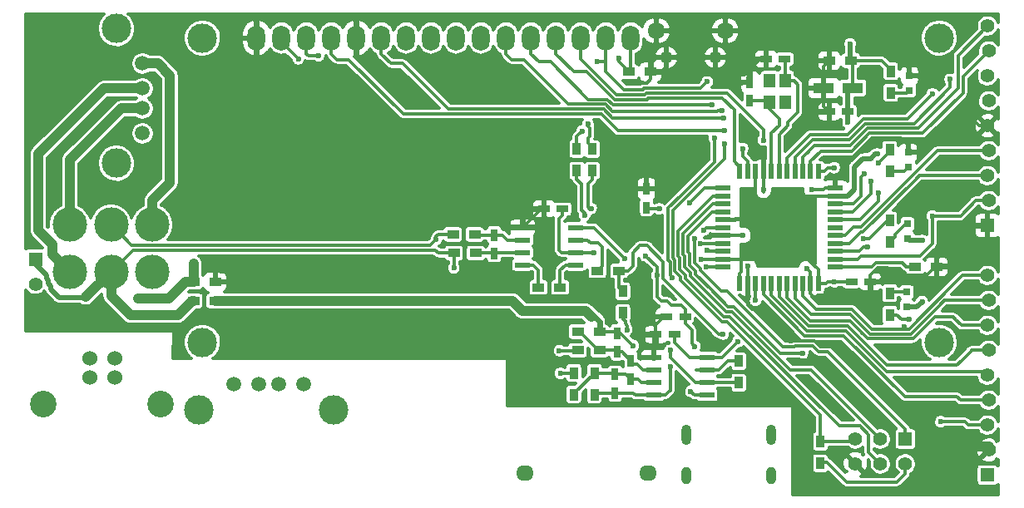
<source format=gbr>
G04 #@! TF.FileFunction,Copper,L2,Bot,Signal*
%FSLAX46Y46*%
G04 Gerber Fmt 4.6, Leading zero omitted, Abs format (unit mm)*
G04 Created by KiCad (PCBNEW 4.0.5+dfsg1-4) date Sat Jun 10 16:26:04 2017*
%MOMM*%
%LPD*%
G01*
G04 APERTURE LIST*
%ADD10C,0.100000*%
%ADD11O,1.800000X2.600000*%
%ADD12C,3.000000*%
%ADD13R,1.200000X0.750000*%
%ADD14R,1.200000X0.900000*%
%ADD15C,3.500000*%
%ADD16O,1.000000X1.800000*%
%ADD17O,1.000000X2.100000*%
%ADD18R,0.750000X1.200000*%
%ADD19R,1.397000X1.397000*%
%ADD20C,1.397000*%
%ADD21R,0.797560X0.797560*%
%ADD22R,0.900000X1.200000*%
%ADD23R,1.500000X0.550000*%
%ADD24R,0.550000X1.500000*%
%ADD25R,1.550000X0.600000*%
%ADD26R,1.200000X1.400000*%
%ADD27R,2.150000X1.100000*%
%ADD28O,1.800000X1.550000*%
%ADD29C,1.501140*%
%ADD30C,2.999740*%
%ADD31C,1.524000*%
%ADD32C,2.700020*%
%ADD33O,1.250000X1.250000*%
%ADD34C,0.600000*%
%ADD35C,0.300000*%
%ADD36C,1.000000*%
%ADD37C,0.500000*%
%ADD38C,0.400000*%
%ADD39C,0.600000*%
G04 APERTURE END LIST*
D10*
D11*
X74000000Y-53000000D03*
X76540000Y-53000000D03*
X79080000Y-53000000D03*
X81620000Y-53000000D03*
X84160000Y-53000000D03*
X86700000Y-53000000D03*
X89240000Y-53000000D03*
X91780000Y-53000000D03*
X94320000Y-53000000D03*
X96860000Y-53000000D03*
X99400000Y-53000000D03*
X101940000Y-53000000D03*
X104480000Y-53000000D03*
X107020000Y-53000000D03*
X109560000Y-53000000D03*
X112100000Y-53000000D03*
D12*
X68500900Y-53000000D03*
X68500900Y-84000700D03*
X143499480Y-84000700D03*
X143499480Y-53000000D03*
D13*
X116550000Y-83200000D03*
X114650000Y-83200000D03*
D14*
X67600000Y-77825000D03*
X69800000Y-77825000D03*
X69800000Y-79775000D03*
X67600000Y-79775000D03*
D15*
X63400000Y-76800000D03*
X63400000Y-72000000D03*
X59200000Y-76800000D03*
X59200000Y-72000000D03*
X55000000Y-76800000D03*
X55000000Y-72000000D03*
D16*
X117760000Y-97590000D03*
X126400000Y-97590000D03*
D17*
X117760000Y-93410000D03*
X126400000Y-93410000D03*
D13*
X127769496Y-55141946D03*
X125869496Y-55141946D03*
D18*
X112100000Y-85850000D03*
X112100000Y-87750000D03*
X110500000Y-89150000D03*
X110500000Y-87250000D03*
X98200000Y-74950000D03*
X98200000Y-73050000D03*
X124219496Y-59391946D03*
X124219496Y-57491946D03*
X113700000Y-68350000D03*
X113700000Y-70250000D03*
D13*
X132300000Y-60500000D03*
X134200000Y-60500000D03*
D19*
X140040000Y-93830000D03*
D20*
X140040000Y-96370000D03*
X137500000Y-93830000D03*
X137500000Y-96370000D03*
X134960000Y-93830000D03*
X134960000Y-96370000D03*
D21*
X140200000Y-80374300D03*
X140200000Y-78875700D03*
X140247767Y-73435335D03*
X140247767Y-71936735D03*
X140347767Y-66135335D03*
X140347767Y-64636735D03*
X140447767Y-58335335D03*
X140447767Y-56836735D03*
D22*
X131400000Y-96300000D03*
X131400000Y-94100000D03*
X138447767Y-78986035D03*
X138447767Y-81186035D03*
X138447767Y-73786035D03*
X138447767Y-71586035D03*
X138447767Y-66586035D03*
X138447767Y-64386035D03*
X138547767Y-58586035D03*
X138547767Y-56386035D03*
D14*
X143230000Y-76280000D03*
X141030000Y-76280000D03*
D22*
X108200000Y-66500000D03*
X108200000Y-64300000D03*
X106600000Y-66500000D03*
X106600000Y-64300000D03*
D14*
X132300000Y-55300000D03*
X134500000Y-55300000D03*
X111940000Y-56440000D03*
X114140000Y-56440000D03*
X108900000Y-84800000D03*
X106700000Y-84800000D03*
X106700000Y-82900000D03*
X108900000Y-82900000D03*
D22*
X106300000Y-89300000D03*
X106300000Y-87100000D03*
X108400000Y-89300000D03*
X108400000Y-87100000D03*
D14*
X96300000Y-74900000D03*
X94100000Y-74900000D03*
X96200000Y-73000000D03*
X94000000Y-73000000D03*
X104900000Y-78400000D03*
X102700000Y-78400000D03*
D23*
X121500000Y-76300000D03*
X121500000Y-75500000D03*
X121500000Y-74700000D03*
X121500000Y-73900000D03*
X121500000Y-73100000D03*
X121500000Y-72300000D03*
X121500000Y-71500000D03*
X121500000Y-70700000D03*
X121500000Y-69900000D03*
X121500000Y-69100000D03*
X121500000Y-68300000D03*
D24*
X123200000Y-66600000D03*
X124000000Y-66600000D03*
X124800000Y-66600000D03*
X125600000Y-66600000D03*
X126400000Y-66600000D03*
X127200000Y-66600000D03*
X128000000Y-66600000D03*
X128800000Y-66600000D03*
X129600000Y-66600000D03*
X130400000Y-66600000D03*
X131200000Y-66600000D03*
D23*
X132900000Y-68300000D03*
X132900000Y-69100000D03*
X132900000Y-69900000D03*
X132900000Y-70700000D03*
X132900000Y-71500000D03*
X132900000Y-72300000D03*
X132900000Y-73100000D03*
X132900000Y-73900000D03*
X132900000Y-74700000D03*
X132900000Y-75500000D03*
X132900000Y-76300000D03*
D24*
X131200000Y-78000000D03*
X130400000Y-78000000D03*
X129600000Y-78000000D03*
X128800000Y-78000000D03*
X128000000Y-78000000D03*
X127200000Y-78000000D03*
X126400000Y-78000000D03*
X125600000Y-78000000D03*
X124800000Y-78000000D03*
X124000000Y-78000000D03*
X123200000Y-78000000D03*
D25*
X114450000Y-89355000D03*
X114450000Y-88085000D03*
X114450000Y-86815000D03*
X114450000Y-85545000D03*
X119850000Y-85545000D03*
X119850000Y-86815000D03*
X119850000Y-88085000D03*
X119850000Y-89355000D03*
D26*
X127819496Y-57341946D03*
X127819496Y-59541946D03*
X126219496Y-57341946D03*
X126219496Y-59541946D03*
D27*
X134675000Y-58100000D03*
X131725000Y-58100000D03*
D19*
X51500000Y-75530000D03*
D20*
X51500000Y-78070000D03*
D13*
X115720000Y-81380000D03*
X117620000Y-81380000D03*
X103250000Y-70400000D03*
X105150000Y-70400000D03*
X136480000Y-77810000D03*
X134580000Y-77810000D03*
D28*
X101299100Y-97337460D03*
X113850000Y-97337460D03*
D29*
X78772000Y-88200000D03*
X76232000Y-88200000D03*
X74200000Y-88200000D03*
X71660000Y-88200000D03*
D30*
X81820000Y-90867000D03*
X68104000Y-90867000D03*
D29*
X62402120Y-62712860D03*
X62402120Y-60172860D03*
X62402120Y-58140860D03*
X62402120Y-55600860D03*
D30*
X59735120Y-65760860D03*
X59735120Y-52044860D03*
D31*
X57000000Y-85600000D03*
X59540000Y-85600000D03*
X59540000Y-87598980D03*
X57000000Y-87598980D03*
D32*
X52270520Y-90299000D03*
X64269480Y-90299000D03*
D20*
X148400000Y-92420000D03*
X148521920Y-89880000D03*
X148400000Y-87340000D03*
X148521920Y-84800000D03*
X148400000Y-82260000D03*
X148521920Y-94960000D03*
X148521920Y-79720000D03*
D19*
X148400000Y-97500000D03*
D20*
X148400000Y-77180000D03*
X148400000Y-67020000D03*
X148521920Y-64480000D03*
X148400000Y-61940000D03*
X148521920Y-59400000D03*
X148400000Y-56860000D03*
X148521920Y-69560000D03*
X148521920Y-54320000D03*
D19*
X148400000Y-72100000D03*
D20*
X148400000Y-51780000D03*
D25*
X101100000Y-76105000D03*
X101100000Y-74835000D03*
X101100000Y-73565000D03*
X101100000Y-72295000D03*
X106500000Y-72295000D03*
X106500000Y-73565000D03*
X106500000Y-74835000D03*
X106500000Y-76105000D03*
D33*
X120700900Y-54962540D03*
X115700900Y-54962540D03*
D28*
X121700900Y-52262540D03*
X114700900Y-52262540D03*
D22*
X123100000Y-88100000D03*
X123100000Y-85900000D03*
X111300000Y-78800000D03*
X111300000Y-81000000D03*
D14*
X110900000Y-76700000D03*
X108700000Y-76700000D03*
D18*
X110700000Y-84950000D03*
X110700000Y-83050000D03*
D34*
X101000000Y-89500000D03*
X104200000Y-88700000D03*
X96400000Y-83600000D03*
X93800000Y-82100000D03*
X89600000Y-81400000D03*
X64000000Y-82600000D03*
X59800000Y-82600000D03*
X55900000Y-82600000D03*
X51800000Y-81800000D03*
X68500000Y-81400000D03*
X73200000Y-83200000D03*
X78200000Y-82900000D03*
X85500000Y-84400000D03*
X85500000Y-82000000D03*
X141400000Y-78700000D03*
X145700000Y-83000000D03*
X91200000Y-78500000D03*
X97400000Y-78400000D03*
X124500000Y-85600000D03*
X115675000Y-78800000D03*
X113900000Y-81075000D03*
X112000000Y-68300000D03*
X78200000Y-65300000D03*
X86500000Y-72400000D03*
X70200000Y-72700000D03*
X95800000Y-51000000D03*
X82800000Y-50900000D03*
X71800000Y-51300000D03*
X62900000Y-53400000D03*
X59900000Y-56300000D03*
X56700000Y-51300000D03*
X51600000Y-51400000D03*
X53100000Y-59200000D03*
X57800000Y-69200000D03*
X61700000Y-68700000D03*
X63600000Y-66700000D03*
X56900000Y-66500000D03*
X53300000Y-69600000D03*
X53100000Y-66800000D03*
X53800000Y-64700000D03*
X55000000Y-63400000D03*
X57200000Y-61300000D03*
X58800000Y-59500000D03*
X65600000Y-55300000D03*
X86200000Y-59800000D03*
X90200000Y-62000000D03*
X97200000Y-61800000D03*
X105600000Y-61700000D03*
X105100000Y-65200000D03*
X105400000Y-68900000D03*
X116900000Y-88100000D03*
X85400000Y-78500000D03*
X83900000Y-77100000D03*
X79100000Y-77000000D03*
X73100000Y-76800000D03*
X140600000Y-99200000D03*
X127400000Y-89900000D03*
X129800000Y-98100000D03*
X129400000Y-92000000D03*
X129200000Y-95200000D03*
X133900000Y-91700000D03*
X136200000Y-60400000D03*
X130000000Y-87700000D03*
X136100000Y-90700000D03*
X144700000Y-88200000D03*
X141000000Y-88100000D03*
X140600000Y-85000000D03*
X147400000Y-83500000D03*
X146600000Y-80600000D03*
X146100000Y-78500000D03*
X147200000Y-75000000D03*
X144900000Y-68000000D03*
X145100000Y-66200000D03*
X144800000Y-62900000D03*
X146600000Y-61000000D03*
X146700000Y-58100000D03*
X146400000Y-55000000D03*
X146400000Y-51200000D03*
X141400000Y-51200000D03*
X132400000Y-51200000D03*
X127400000Y-51200000D03*
X124600000Y-51200000D03*
X113500000Y-76500000D03*
X103600000Y-74300000D03*
X119800000Y-83200000D03*
X141800000Y-91000000D03*
X143800000Y-94200000D03*
X128400000Y-83800000D03*
X137000000Y-63400000D03*
X131200000Y-85800000D03*
X134800000Y-85800000D03*
X138400000Y-76600000D03*
X143800000Y-73200000D03*
X143000000Y-78200000D03*
X132000000Y-65200000D03*
X139600000Y-60000000D03*
X119600000Y-65400000D03*
X121600000Y-57800000D03*
X116600000Y-67000000D03*
X109400000Y-68400000D03*
X113000000Y-57600000D03*
X108800000Y-61600000D03*
X132900000Y-67300000D03*
X133400000Y-84400000D03*
X141963265Y-64636735D03*
X101410000Y-70780000D03*
X69800000Y-76290000D03*
X145270000Y-98160000D03*
X117330000Y-56620000D03*
X130550000Y-68410000D03*
X130030000Y-76470000D03*
X124040000Y-76200000D03*
X125600000Y-68450000D03*
X123510000Y-73100000D03*
X128125000Y-63875000D03*
X113825000Y-73450000D03*
X111750000Y-64050000D03*
X99550000Y-68225000D03*
X67677659Y-57766151D03*
X88125000Y-58550000D03*
X68375000Y-60775000D03*
X86650000Y-64300000D03*
X93125000Y-57350000D03*
X141725000Y-58625000D03*
X140075000Y-55175000D03*
X125575000Y-64775000D03*
X124475000Y-55875000D03*
X132225000Y-53975000D03*
X104950000Y-87150000D03*
X94090000Y-76410000D03*
X104830000Y-84850000D03*
X92300000Y-73500001D03*
X61925000Y-79525000D03*
X67600000Y-75975000D03*
X116100000Y-86500000D03*
X111700000Y-82700000D03*
X123003628Y-83902881D03*
X124800000Y-79700000D03*
X108385000Y-74835000D03*
X113616654Y-75194449D03*
X134200000Y-61600000D03*
X137200000Y-64800000D03*
X114749990Y-77191620D03*
X119290000Y-75500000D03*
X78260000Y-55120000D03*
X108660000Y-55420000D03*
X132780000Y-77830000D03*
X119875000Y-57445000D03*
X141750000Y-73600000D03*
X141750000Y-79825000D03*
X134425000Y-53600000D03*
X118200000Y-89000000D03*
X118600000Y-84400000D03*
X118598823Y-73452829D03*
X118100000Y-69800000D03*
X121600000Y-63750000D03*
X123490000Y-64250000D03*
X143650470Y-92075470D03*
X110850000Y-55080000D03*
X80310000Y-54810000D03*
X135856411Y-66837177D03*
X121649990Y-62450815D03*
X136203111Y-74291028D03*
X121549990Y-61137801D03*
X121412471Y-60349697D03*
X137300000Y-68800000D03*
X120400000Y-59800000D03*
X120600000Y-63200000D03*
X119804164Y-76298556D03*
X116327992Y-77397245D03*
X136500000Y-67600000D03*
X125600000Y-63400000D03*
X142775000Y-71125000D03*
X137291575Y-65720807D03*
X142800000Y-58700000D03*
X144600000Y-57200000D03*
X129600000Y-85075000D03*
X140400000Y-81675000D03*
X132800000Y-66200000D03*
X135800000Y-73400000D03*
X119214125Y-73964125D03*
X108060875Y-70364125D03*
X119885875Y-74635875D03*
X107389125Y-71035875D03*
X121490000Y-83140000D03*
X139925000Y-82425000D03*
X115000000Y-70400000D03*
X119506499Y-72562754D03*
X112350000Y-84325000D03*
X111500000Y-75440000D03*
X116100000Y-84800000D03*
X107123752Y-62495502D03*
X107748375Y-61776625D03*
D35*
X96500000Y-78400000D02*
X91300000Y-78400000D01*
X97400000Y-78400000D02*
X96500000Y-78400000D01*
X101800000Y-88700000D02*
X101000000Y-89500000D01*
X103900000Y-88700000D02*
X104200000Y-88700000D01*
X103500000Y-88700000D02*
X103900000Y-88700000D01*
X103900000Y-88700000D02*
X101800000Y-88700000D01*
X98400000Y-83600000D02*
X103500000Y-88700000D01*
X96400000Y-83600000D02*
X98400000Y-83600000D01*
X95300000Y-83600000D02*
X96400000Y-83600000D01*
X93800000Y-82100000D02*
X95300000Y-83600000D01*
X90300000Y-82100000D02*
X93800000Y-82100000D01*
X89600000Y-81400000D02*
X90300000Y-82100000D01*
X86100000Y-81400000D02*
X89600000Y-81400000D01*
X85500000Y-82000000D02*
X86100000Y-81400000D01*
X64000000Y-82600000D02*
X59500000Y-82600000D01*
X66600000Y-82600000D02*
X64000000Y-82600000D01*
X59500000Y-82600000D02*
X55700000Y-82600000D01*
X59500000Y-82600000D02*
X59800000Y-82600000D01*
X55700000Y-82600000D02*
X52600000Y-82600000D01*
X55700000Y-82600000D02*
X55900000Y-82600000D01*
X52600000Y-82600000D02*
X51800000Y-81800000D01*
X67800000Y-81400000D02*
X66600000Y-82600000D01*
X68500000Y-81400000D02*
X67800000Y-81400000D01*
X70000000Y-81400000D02*
X68500000Y-81400000D01*
X71800000Y-83200000D02*
X70000000Y-81400000D01*
X73200000Y-83200000D02*
X71800000Y-83200000D01*
X73500000Y-82900000D02*
X73200000Y-83200000D01*
X78200000Y-82900000D02*
X73500000Y-82900000D01*
X79700000Y-84400000D02*
X78200000Y-82900000D01*
X85500000Y-84400000D02*
X79700000Y-84400000D01*
X85500000Y-82000000D02*
X85500000Y-84400000D01*
X141900000Y-78200000D02*
X141400000Y-78700000D01*
X143000000Y-78200000D02*
X141900000Y-78200000D01*
X146500000Y-83500000D02*
X146000000Y-83000000D01*
X146000000Y-83000000D02*
X145700000Y-83000000D01*
X147400000Y-83500000D02*
X146500000Y-83500000D01*
X91300000Y-78400000D02*
X91200000Y-78500000D01*
X91200000Y-78500000D02*
X85400000Y-78500000D01*
X98200000Y-78400000D02*
X97400000Y-78400000D01*
X148400000Y-72100000D02*
X148400000Y-73800000D01*
X148400000Y-73800000D02*
X147200000Y-75000000D01*
X73100000Y-76800000D02*
X70310000Y-76800000D01*
X70310000Y-76800000D02*
X69800000Y-76290000D01*
X51600000Y-51400000D02*
X51600000Y-57700000D01*
X51600000Y-57700000D02*
X53100000Y-59200000D01*
X56700000Y-51300000D02*
X51700000Y-51300000D01*
X51700000Y-51300000D02*
X51600000Y-51400000D01*
X59600000Y-56300000D02*
X56700000Y-53400000D01*
X56700000Y-53400000D02*
X56700000Y-51300000D01*
X59900000Y-56300000D02*
X59600000Y-56300000D01*
X62100000Y-53400000D02*
X59900000Y-55600000D01*
X59900000Y-55600000D02*
X59900000Y-56300000D01*
X62900000Y-53400000D02*
X62100000Y-53400000D01*
X82800000Y-50900000D02*
X95700000Y-50900000D01*
X95700000Y-50900000D02*
X95800000Y-51000000D01*
X72500000Y-51300000D02*
X72900000Y-50900000D01*
X72900000Y-50900000D02*
X82800000Y-50900000D01*
X71800000Y-51300000D02*
X72500000Y-51300000D01*
X62900000Y-53400000D02*
X64500000Y-53400000D01*
X64500000Y-53400000D02*
X67100000Y-50800000D01*
X71300000Y-50800000D02*
X71800000Y-51300000D01*
X67100000Y-50800000D02*
X71300000Y-50800000D01*
X65600000Y-54200000D02*
X64800000Y-53400000D01*
X64800000Y-53400000D02*
X62900000Y-53400000D01*
X65600000Y-55300000D02*
X65600000Y-54200000D01*
X105100000Y-65200000D02*
X105100000Y-68600000D01*
X105100000Y-68600000D02*
X105400000Y-68900000D01*
X105600000Y-62600000D02*
X105100000Y-63100000D01*
X105100000Y-63100000D02*
X105100000Y-65200000D01*
X105600000Y-61700000D02*
X105600000Y-62600000D01*
X97200000Y-61800000D02*
X105500000Y-61800000D01*
X105500000Y-61800000D02*
X105600000Y-61700000D01*
X90200000Y-62000000D02*
X97000000Y-62000000D01*
X97000000Y-62000000D02*
X97200000Y-61800000D01*
X86200000Y-60300000D02*
X87900000Y-62000000D01*
X87900000Y-62000000D02*
X90200000Y-62000000D01*
X86200000Y-59800000D02*
X86200000Y-60300000D01*
X67677659Y-57277659D02*
X65700000Y-55300000D01*
X67677659Y-57766151D02*
X67677659Y-57277659D01*
X79100000Y-77000000D02*
X73300000Y-77000000D01*
X73300000Y-77000000D02*
X73100000Y-76800000D01*
X83900000Y-77100000D02*
X79200000Y-77100000D01*
X79200000Y-77100000D02*
X79100000Y-77000000D01*
X85400000Y-78500000D02*
X85300000Y-78500000D01*
X85300000Y-78500000D02*
X83900000Y-77100000D01*
X130000000Y-87800000D02*
X133900000Y-91700000D01*
X130000000Y-87700000D02*
X130000000Y-87800000D01*
X135900000Y-90500000D02*
X136100000Y-90700000D01*
X131200000Y-85800000D02*
X135900000Y-90500000D01*
X141100000Y-88200000D02*
X144700000Y-88200000D01*
X141000000Y-88100000D02*
X141100000Y-88200000D01*
X145400000Y-73200000D02*
X147200000Y-75000000D01*
X143800000Y-73200000D02*
X145400000Y-73200000D01*
X148400000Y-61940000D02*
X147540000Y-61940000D01*
X147540000Y-61940000D02*
X146600000Y-61000000D01*
X145100000Y-50900000D02*
X146100000Y-50900000D01*
X146100000Y-50900000D02*
X146400000Y-51200000D01*
X142400000Y-50900000D02*
X145100000Y-50900000D01*
X142100000Y-51200000D02*
X142400000Y-50900000D01*
X141400000Y-51200000D02*
X142100000Y-51200000D01*
X132400000Y-51200000D02*
X141400000Y-51200000D01*
X127400000Y-51200000D02*
X132400000Y-51200000D01*
X124600000Y-51200000D02*
X127400000Y-51200000D01*
X123537460Y-52262540D02*
X124600000Y-51200000D01*
X121700900Y-52262540D02*
X123537460Y-52262540D01*
X121700900Y-52262540D02*
X121737460Y-52262540D01*
X138100000Y-60300000D02*
X136300000Y-60300000D01*
X138400000Y-60000000D02*
X138100000Y-60300000D01*
X139600000Y-60000000D02*
X138400000Y-60000000D01*
X113500000Y-78200000D02*
X113500000Y-76500000D01*
X113900000Y-78600000D02*
X113500000Y-78200000D01*
X113900000Y-81075000D02*
X113900000Y-78600000D01*
X103600000Y-71425000D02*
X103600000Y-74300000D01*
X103250000Y-70400000D02*
X103250000Y-71075000D01*
X103250000Y-71075000D02*
X103600000Y-71425000D01*
X141800000Y-92200000D02*
X141800000Y-91000000D01*
X142200000Y-92600000D02*
X141800000Y-92200000D01*
X143800000Y-94200000D02*
X142200000Y-92600000D01*
X145270000Y-95670000D02*
X143800000Y-94200000D01*
X145270000Y-98160000D02*
X145270000Y-95670000D01*
X128400000Y-83800000D02*
X125200000Y-80600000D01*
X125200000Y-80600000D02*
X124400000Y-80600000D01*
X124400000Y-80600000D02*
X124000000Y-80200000D01*
X124000000Y-80200000D02*
X124000000Y-78000000D01*
X130800000Y-83800000D02*
X128400000Y-83800000D01*
X131400000Y-84400000D02*
X130800000Y-83800000D01*
X133400000Y-84400000D02*
X131400000Y-84400000D01*
X137200000Y-63200000D02*
X137000000Y-63400000D01*
X139609812Y-63200000D02*
X137200000Y-63200000D01*
X140347767Y-64636735D02*
X140347767Y-63937955D01*
X140347767Y-63937955D02*
X139609812Y-63200000D01*
X133400000Y-84400000D02*
X134800000Y-85800000D01*
X137215000Y-76400000D02*
X138200000Y-76400000D01*
X138200000Y-76400000D02*
X138400000Y-76600000D01*
X136480000Y-77810000D02*
X136480000Y-77135000D01*
X136480000Y-77135000D02*
X137215000Y-76400000D01*
X143800000Y-74960000D02*
X143800000Y-73200000D01*
X143230000Y-76280000D02*
X143230000Y-75530000D01*
X143230000Y-75530000D02*
X143800000Y-74960000D01*
X143230000Y-77970000D02*
X143000000Y-78200000D01*
X143230000Y-76280000D02*
X143230000Y-77970000D01*
X133800000Y-65200000D02*
X132000000Y-65200000D01*
X134200000Y-65600000D02*
X136600000Y-63200000D01*
X134000000Y-65800000D02*
X134200000Y-65600000D01*
X134200000Y-65600000D02*
X133800000Y-65200000D01*
X132900000Y-67300000D02*
X133500000Y-67300000D01*
X133500000Y-67300000D02*
X134000000Y-66800000D01*
X134000000Y-66800000D02*
X134000000Y-65800000D01*
X136600000Y-63200000D02*
X139609812Y-63200000D01*
X140000000Y-59600000D02*
X139600000Y-60000000D01*
X141725000Y-58625000D02*
X140750000Y-59600000D01*
X140750000Y-59600000D02*
X140000000Y-59600000D01*
X119400000Y-65400000D02*
X119600000Y-65400000D01*
X118099999Y-66700001D02*
X119400000Y-65400000D01*
X116600000Y-67000000D02*
X116899999Y-66700001D01*
X116899999Y-66700001D02*
X118099999Y-66700001D01*
X123236442Y-57800000D02*
X121600000Y-57800000D01*
X124219496Y-57491946D02*
X123544496Y-57491946D01*
X123544496Y-57491946D02*
X123236442Y-57800000D01*
X114800000Y-65200000D02*
X116600000Y-67000000D01*
X113324264Y-65200000D02*
X114800000Y-65200000D01*
X111750000Y-64050000D02*
X112174264Y-64050000D01*
X112174264Y-64050000D02*
X113324264Y-65200000D01*
X109400000Y-64375000D02*
X109400000Y-68400000D01*
X110400000Y-64050000D02*
X109725000Y-64050000D01*
X109725000Y-64050000D02*
X109400000Y-64375000D01*
X113730000Y-57600000D02*
X113000000Y-57600000D01*
X114140000Y-56440000D02*
X114140000Y-57190000D01*
X114140000Y-57190000D02*
X113730000Y-57600000D01*
X109800000Y-62600000D02*
X109850000Y-62600000D01*
X110400000Y-63150000D02*
X110400000Y-64050000D01*
X109850000Y-62600000D02*
X110400000Y-63150000D01*
X108800000Y-61600000D02*
X109800000Y-62600000D01*
X132900000Y-68300000D02*
X132900000Y-67300000D01*
X136480000Y-77810000D02*
X136480000Y-79185000D01*
X136480000Y-79185000D02*
X136265000Y-79400000D01*
X115700900Y-54962540D02*
X114577460Y-54962540D01*
X114577460Y-54962540D02*
X114140000Y-55400000D01*
X114140000Y-55400000D02*
X114140000Y-56440000D01*
X131725000Y-58100000D02*
X131725000Y-55875000D01*
X131725000Y-55875000D02*
X132300000Y-55300000D01*
X131725000Y-58100000D02*
X131725000Y-59925000D01*
X131725000Y-59925000D02*
X132300000Y-60500000D01*
X140347767Y-64636735D02*
X141963265Y-64636735D01*
X101880000Y-71250000D02*
X101410000Y-70780000D01*
X102145000Y-71250000D02*
X101100000Y-72295000D01*
X102995000Y-70400000D02*
X102145000Y-71250000D01*
X102145000Y-71250000D02*
X101880000Y-71250000D01*
X69800000Y-77825000D02*
X69800000Y-76290000D01*
D36*
X145270000Y-96380000D02*
X147034530Y-94615470D01*
X147034530Y-94615470D02*
X148583636Y-94615470D01*
X145270000Y-98160000D02*
X145270000Y-96380000D01*
D35*
X136480000Y-77810000D02*
X137380000Y-77810000D01*
X137380000Y-77810000D02*
X137590000Y-77600000D01*
X137590000Y-77600000D02*
X138100000Y-77600000D01*
X138140000Y-77640000D02*
X141720000Y-77640000D01*
X141720000Y-77640000D02*
X143080000Y-76280000D01*
X138100000Y-77600000D02*
X138140000Y-77640000D01*
X143080000Y-76280000D02*
X143230000Y-76280000D01*
X130750000Y-79400000D02*
X134510000Y-79400000D01*
X134510000Y-79400000D02*
X135700000Y-79400000D01*
D36*
X136265000Y-79400000D02*
X134510000Y-79400000D01*
D37*
X117774264Y-56640000D02*
X123710000Y-56640000D01*
X123710000Y-56640000D02*
X124475000Y-55875000D01*
D35*
X117330000Y-56620000D02*
X117754264Y-56620000D01*
X117754264Y-56620000D02*
X117774264Y-56640000D01*
X131740000Y-68410000D02*
X130550000Y-68410000D01*
X132900000Y-68300000D02*
X131850000Y-68300000D01*
X131850000Y-68300000D02*
X131740000Y-68410000D01*
X130400000Y-76840000D02*
X130030000Y-76470000D01*
X130400000Y-78000000D02*
X130400000Y-76840000D01*
X124000000Y-78000000D02*
X124000000Y-76240000D01*
X124000000Y-76240000D02*
X124040000Y-76200000D01*
X125600000Y-66600000D02*
X125600000Y-68450000D01*
X125600000Y-68680000D02*
X125600000Y-68450000D01*
X122550000Y-73100000D02*
X123510000Y-73100000D01*
X121500000Y-73100000D02*
X122550000Y-73100000D01*
X115720000Y-81380000D02*
X114205000Y-81380000D01*
X114205000Y-81380000D02*
X113900000Y-81075000D01*
X115720000Y-81380000D02*
X115495000Y-81380000D01*
X115495000Y-81380000D02*
X114650000Y-82225000D01*
X114650000Y-82225000D02*
X114650000Y-83200000D01*
X130400000Y-79050000D02*
X130750000Y-79400000D01*
X130400000Y-78000000D02*
X130400000Y-79050000D01*
X132300000Y-60500000D02*
X131400000Y-60500000D01*
X131400000Y-60500000D02*
X128125000Y-63775000D01*
X128125000Y-63775000D02*
X128125000Y-63875000D01*
X113950000Y-73575000D02*
X113825000Y-73450000D01*
X111075000Y-64050000D02*
X111750000Y-64050000D01*
X110400000Y-64050000D02*
X111075000Y-64050000D01*
X84160000Y-53000000D02*
X84160000Y-54600000D01*
X84160000Y-54600000D02*
X88100000Y-58540000D01*
X141725000Y-57350000D02*
X141725000Y-58625000D01*
X141211735Y-56836735D02*
X141725000Y-57350000D01*
X140447767Y-56836735D02*
X141211735Y-56836735D01*
X140075000Y-55765188D02*
X140075000Y-55175000D01*
X140447767Y-56836735D02*
X140447767Y-56137955D01*
X140447767Y-56137955D02*
X140075000Y-55765188D01*
X125575000Y-65525000D02*
X125575000Y-64775000D01*
X125600000Y-66600000D02*
X125600000Y-65550000D01*
X125600000Y-65550000D02*
X125575000Y-65525000D01*
X124219496Y-57491946D02*
X124219496Y-56130504D01*
X124219496Y-56130504D02*
X124475000Y-55875000D01*
X125869496Y-55141946D02*
X125208054Y-55141946D01*
X125208054Y-55141946D02*
X124475000Y-55875000D01*
X132225000Y-53975000D02*
X132225000Y-55225000D01*
X132225000Y-55225000D02*
X132300000Y-55300000D01*
X114450000Y-85545000D02*
X114450000Y-83400000D01*
X114450000Y-83400000D02*
X114650000Y-83200000D01*
X103250000Y-70400000D02*
X102995000Y-70400000D01*
X114925000Y-85545000D02*
X114450000Y-85545000D01*
X104950000Y-87150000D02*
X106250000Y-87150000D01*
X106250000Y-87150000D02*
X106300000Y-87100000D01*
X94090000Y-75660000D02*
X94090000Y-76410000D01*
X94100000Y-74900000D02*
X94100000Y-75650000D01*
X94100000Y-75650000D02*
X94090000Y-75660000D01*
D36*
X59200000Y-76800000D02*
X59200000Y-79274873D01*
X56625000Y-79375000D02*
X59200000Y-76800000D01*
D37*
X53925000Y-79425000D02*
X56575000Y-79425000D01*
X56575000Y-79425000D02*
X56625000Y-79375000D01*
X53050000Y-78550000D02*
X53925000Y-79425000D01*
X53050000Y-78225000D02*
X53050000Y-78550000D01*
X52800000Y-77975000D02*
X53050000Y-78225000D01*
X52800000Y-77650000D02*
X52800000Y-77975000D01*
X52650000Y-77500000D02*
X52800000Y-77650000D01*
X52650000Y-77175000D02*
X52650000Y-77500000D01*
X51500000Y-76025000D02*
X52650000Y-77175000D01*
X51500000Y-75530000D02*
X51500000Y-76025000D01*
D35*
X92200011Y-74600011D02*
X92500000Y-74900000D01*
X92500000Y-74900000D02*
X94100000Y-74900000D01*
X61399989Y-74600011D02*
X92200011Y-74600011D01*
X59200000Y-76800000D02*
X61399989Y-74600011D01*
D36*
X61150127Y-81225000D02*
X66000000Y-81225000D01*
X59200000Y-79274873D02*
X61150127Y-81225000D01*
X67450000Y-79775000D02*
X67600000Y-79775000D01*
X66000000Y-81225000D02*
X67450000Y-79775000D01*
D35*
X104830000Y-84850000D02*
X106650000Y-84850000D01*
X106650000Y-84850000D02*
X106700000Y-84800000D01*
X92130000Y-73670001D02*
X91700000Y-74100001D01*
X92130000Y-73670001D02*
X92300000Y-73500001D01*
X106600000Y-84900000D02*
X106700000Y-84800000D01*
X61300001Y-74100001D02*
X91700000Y-74100001D01*
X92300000Y-73200000D02*
X92300000Y-73500001D01*
X92500000Y-73000000D02*
X92300000Y-73200000D01*
X94000000Y-73000000D02*
X92500000Y-73000000D01*
D36*
X65100000Y-79525000D02*
X61925000Y-79525000D01*
X66800000Y-77825000D02*
X65100000Y-79525000D01*
X67600000Y-77825000D02*
X66800000Y-77825000D01*
X67600000Y-77825000D02*
X67600000Y-75975000D01*
D35*
X51500000Y-78070000D02*
X51745000Y-78070000D01*
X59200000Y-72000000D02*
X61300001Y-74100001D01*
X93275000Y-73000000D02*
X93300000Y-73000000D01*
X93300000Y-73000000D02*
X94000000Y-73000000D01*
X140247767Y-71936735D02*
X140063265Y-71936735D01*
X140063265Y-71936735D02*
X139000000Y-73000000D01*
X139000000Y-73000000D02*
X139000000Y-73233802D01*
X139000000Y-73233802D02*
X138447767Y-73786035D01*
X140200000Y-78875700D02*
X138558102Y-78875700D01*
X138558102Y-78875700D02*
X138447767Y-78986035D01*
X111524264Y-82100000D02*
X111700000Y-82275736D01*
X111300000Y-81000000D02*
X111300000Y-81600000D01*
X111524264Y-82100000D02*
X111524264Y-81824264D01*
X111524264Y-81824264D02*
X111300000Y-81600000D01*
X111700000Y-82275736D02*
X111700000Y-82700000D01*
X116100000Y-88900000D02*
X116100000Y-86500000D01*
X116000000Y-89000000D02*
X116100000Y-88900000D01*
X115645000Y-89355000D02*
X116000000Y-89000000D01*
X114450000Y-89355000D02*
X115645000Y-89355000D01*
X114450000Y-89355000D02*
X112900000Y-89355000D01*
X112900000Y-89355000D02*
X112545000Y-89355000D01*
X112340000Y-89150000D02*
X112000000Y-89150000D01*
X112000000Y-89150000D02*
X110500000Y-89150000D01*
X112545000Y-89355000D02*
X112340000Y-89150000D01*
X110500000Y-89150000D02*
X108550000Y-89150000D01*
X108550000Y-89150000D02*
X108400000Y-89300000D01*
X119850000Y-85545000D02*
X121361509Y-85545000D01*
X121361509Y-85545000D02*
X122703629Y-84202880D01*
X122703629Y-84202880D02*
X123003628Y-83902881D01*
X119905000Y-85600000D02*
X119850000Y-85545000D01*
X124800000Y-78000000D02*
X124800000Y-79700000D01*
X118045000Y-85545000D02*
X116550000Y-84050000D01*
X116550000Y-84050000D02*
X116550000Y-83200000D01*
X119850000Y-85545000D02*
X118045000Y-85545000D01*
X119375000Y-85545000D02*
X119850000Y-85545000D01*
D38*
X122750000Y-71400000D02*
X123700000Y-71400000D01*
X121500000Y-71500000D02*
X122650000Y-71500000D01*
X122650000Y-71500000D02*
X122750000Y-71400000D01*
D35*
X106500000Y-74835000D02*
X108385000Y-74835000D01*
X114749990Y-76327785D02*
X114749990Y-76767356D01*
X113616654Y-75194449D02*
X114749990Y-76327785D01*
X114749990Y-76767356D02*
X114749990Y-77191620D01*
D37*
X134841060Y-68408940D02*
X134841060Y-66158940D01*
X134200000Y-60500000D02*
X134200000Y-61600000D01*
X134150000Y-69100000D02*
X134841060Y-68408940D01*
X134841060Y-66158940D02*
X135724989Y-65275011D01*
X137000000Y-64800000D02*
X137200000Y-64800000D01*
X135724989Y-65275011D02*
X136524989Y-65275011D01*
X136524989Y-65275011D02*
X137000000Y-64800000D01*
X132900000Y-69100000D02*
X134150000Y-69100000D01*
D35*
X109560000Y-56420000D02*
X109560000Y-55390000D01*
X111390002Y-58250002D02*
X109560000Y-56420000D01*
X113312002Y-58250002D02*
X111390002Y-58250002D01*
X113461993Y-58100011D02*
X113312002Y-58250002D01*
X119219989Y-58100011D02*
X113461993Y-58100011D01*
X119875000Y-57445000D02*
X119219989Y-58100011D01*
X134675000Y-58100000D02*
X134675000Y-55475000D01*
X134675000Y-55475000D02*
X134500000Y-55300000D01*
D37*
X134200000Y-60500000D02*
X134200000Y-58575000D01*
D35*
X134200000Y-58575000D02*
X134675000Y-58100000D01*
X134580000Y-77810000D02*
X132800000Y-77810000D01*
X132800000Y-77810000D02*
X132780000Y-77830000D01*
X114749990Y-77191620D02*
X114749990Y-79349990D01*
X117620000Y-80620000D02*
X117620000Y-81380000D01*
X114749990Y-79349990D02*
X115200000Y-79800000D01*
X115200000Y-79800000D02*
X115815000Y-79800000D01*
X115815000Y-79800000D02*
X116215000Y-80200000D01*
X116215000Y-80200000D02*
X117200000Y-80200000D01*
X117200000Y-80200000D02*
X117620000Y-80620000D01*
X130050000Y-69100000D02*
X129010000Y-69100000D01*
X109560000Y-55390000D02*
X109530000Y-55420000D01*
X109530000Y-55420000D02*
X108660000Y-55420000D01*
X121500000Y-75500000D02*
X119290000Y-75500000D01*
X121500000Y-75500000D02*
X123290000Y-75500000D01*
X123290000Y-75500000D02*
X125075000Y-75500000D01*
X123340000Y-76810000D02*
X123340000Y-75550000D01*
X123340000Y-75550000D02*
X123290000Y-75500000D01*
X123200000Y-78000000D02*
X123200000Y-76950000D01*
X123200000Y-76950000D02*
X123340000Y-76810000D01*
X76540000Y-53400000D02*
X78260000Y-55120000D01*
X109560000Y-55390000D02*
X109560000Y-55210000D01*
X76540000Y-53000000D02*
X76540000Y-53400000D01*
X131200000Y-78000000D02*
X131970000Y-78000000D01*
X131970000Y-78000000D02*
X132140000Y-77830000D01*
X132140000Y-77830000D02*
X132780000Y-77830000D01*
X109560000Y-55210000D02*
X109560000Y-53000000D01*
X118300000Y-82735000D02*
X118300001Y-84100001D01*
X118300001Y-84100001D02*
X118600000Y-84400000D01*
X117620000Y-81380000D02*
X117620000Y-82055000D01*
X117620000Y-82055000D02*
X118300000Y-82735000D01*
D37*
X141750000Y-73600000D02*
X140412432Y-73600000D01*
X140412432Y-73600000D02*
X140247767Y-73435335D01*
X141750000Y-79825000D02*
X141200700Y-80374300D01*
X141200700Y-80374300D02*
X140200000Y-80374300D01*
X134425000Y-53600000D02*
X134425000Y-55225000D01*
D35*
X131200000Y-76575000D02*
X130050000Y-75425000D01*
X131200000Y-76625000D02*
X131200000Y-76575000D01*
X131200000Y-78000000D02*
X131200000Y-76625000D01*
X124800000Y-66600000D02*
X124800000Y-69650000D01*
X132900000Y-69100000D02*
X130050000Y-69100000D01*
X134425000Y-55225000D02*
X134500000Y-55300000D01*
X119850000Y-89355000D02*
X118555000Y-89355000D01*
X118555000Y-89355000D02*
X118200000Y-89000000D01*
X134500000Y-55300000D02*
X137611732Y-55300000D01*
X137611732Y-55300000D02*
X138547767Y-56236035D01*
X138547767Y-56236035D02*
X138547767Y-56386035D01*
X105150000Y-70400000D02*
X105150000Y-71075000D01*
X105150000Y-71075000D02*
X104800000Y-71425000D01*
X104800000Y-71425000D02*
X104800000Y-74600000D01*
X104800000Y-74600000D02*
X105035000Y-74835000D01*
X105035000Y-74835000D02*
X106500000Y-74835000D01*
X132050000Y-96200000D02*
X131500000Y-96200000D01*
X131500000Y-96200000D02*
X131400000Y-96300000D01*
X139200000Y-98197828D02*
X134047828Y-98197828D01*
X134047828Y-98197828D02*
X132050000Y-96200000D01*
X140040000Y-96370000D02*
X140040000Y-97357828D01*
X140040000Y-97357828D02*
X139200000Y-98197828D01*
X132108511Y-84900011D02*
X140040000Y-92831500D01*
X119190042Y-76511554D02*
X119190042Y-76632920D01*
X131192889Y-84900011D02*
X132108511Y-84900011D01*
X118600064Y-75921576D02*
X119190042Y-76511554D01*
X130617867Y-84324989D02*
X131192889Y-84900011D01*
X128837013Y-84324989D02*
X130617867Y-84324989D01*
X127542879Y-84450001D02*
X128712001Y-84450001D01*
X140040000Y-92831500D02*
X140040000Y-93830000D01*
X121867867Y-78774989D02*
X127542879Y-84450001D01*
X121332111Y-78774989D02*
X121867867Y-78774989D01*
X119190042Y-76632920D02*
X121332111Y-78774989D01*
X118600064Y-74757332D02*
X118600064Y-75921576D01*
X118564124Y-74721392D02*
X118600064Y-74757332D01*
X118564124Y-73487528D02*
X118564124Y-74721392D01*
X118598823Y-73452829D02*
X118564124Y-73487528D01*
X128712001Y-84450001D02*
X128837013Y-84324989D01*
X121500000Y-68300000D02*
X119600000Y-68300000D01*
X119600000Y-68300000D02*
X118100000Y-69800000D01*
X117600044Y-76335800D02*
X117600043Y-75171555D01*
X120450000Y-69900000D02*
X121500000Y-69900000D01*
X117600043Y-75171555D02*
X117424990Y-74996502D01*
X121774222Y-80856342D02*
X118190022Y-77272142D01*
X117424990Y-74996502D02*
X117424990Y-72925010D01*
X122380586Y-80856342D02*
X121774222Y-80856342D01*
X128299244Y-86775000D02*
X122380586Y-80856342D01*
X118190021Y-76925777D02*
X117600044Y-76335800D01*
X117424990Y-72925010D02*
X120450000Y-69900000D01*
X137500000Y-93830000D02*
X130445000Y-86775000D01*
X118190022Y-77272142D02*
X118190021Y-76925777D01*
X130445000Y-86775000D02*
X128299244Y-86775000D01*
X135407112Y-92499990D02*
X133317112Y-92499990D01*
X117690011Y-77479253D02*
X117690011Y-77132889D01*
X122173475Y-81356353D02*
X121567111Y-81356353D01*
X133317112Y-92499990D02*
X122173475Y-81356353D01*
X136300000Y-95170000D02*
X136300000Y-93392878D01*
X136300000Y-93392878D02*
X135407112Y-92499990D01*
X121567111Y-81356353D02*
X117690011Y-77479253D01*
X116924979Y-75203613D02*
X116924979Y-72625021D01*
X120450000Y-69100000D02*
X121500000Y-69100000D01*
X117100033Y-76542911D02*
X117100033Y-75378667D01*
X117690011Y-77132889D02*
X117100033Y-76542911D01*
X116924979Y-72625021D02*
X120450000Y-69100000D01*
X117100033Y-75378667D02*
X116924979Y-75203613D01*
X137500000Y-96370000D02*
X136300000Y-95170000D01*
X146100000Y-92075470D02*
X143650470Y-92075470D01*
X146100000Y-92075470D02*
X146444530Y-92420000D01*
X146444530Y-92420000D02*
X148400000Y-92420000D01*
X116600022Y-75585778D02*
X116600022Y-76750022D01*
X121600000Y-65310000D02*
X116400021Y-70509979D01*
X117190000Y-77686364D02*
X121360000Y-81856364D01*
X121360000Y-81856364D02*
X121876364Y-81856364D01*
X121600000Y-63750000D02*
X121600000Y-65310000D01*
X116400021Y-70509979D02*
X116400020Y-75385776D01*
X117190000Y-77340000D02*
X117190000Y-77686364D01*
X131400000Y-91380000D02*
X131400000Y-93200000D01*
X121876364Y-81856364D02*
X131400000Y-91380000D01*
X131400000Y-93200000D02*
X131400000Y-94100000D01*
X116600022Y-76750022D02*
X117190000Y-77340000D01*
X116400020Y-75385776D02*
X116600022Y-75585778D01*
X123460000Y-65010000D02*
X123460000Y-64280000D01*
X123460000Y-64280000D02*
X123490000Y-64250000D01*
X124000000Y-66600000D02*
X124000000Y-65550000D01*
X124000000Y-65550000D02*
X123460000Y-65010000D01*
X131400000Y-94100000D02*
X134690000Y-94100000D01*
X134690000Y-94100000D02*
X134960000Y-93830000D01*
X138447767Y-66586035D02*
X139897067Y-66586035D01*
X139897067Y-66586035D02*
X140347767Y-66135335D01*
X138547767Y-58586035D02*
X140197067Y-58586035D01*
X140197067Y-58586035D02*
X140447767Y-58335335D01*
X110850000Y-55080000D02*
X110850000Y-55350000D01*
X110850000Y-55350000D02*
X111940000Y-56440000D01*
X79290000Y-54810000D02*
X80310000Y-54810000D01*
X79080000Y-53000000D02*
X79080000Y-54600000D01*
X79080000Y-54600000D02*
X79290000Y-54810000D01*
X112100000Y-53000000D02*
X112100000Y-56280000D01*
X112100000Y-56280000D02*
X111940000Y-56440000D01*
X134748543Y-69900000D02*
X135556412Y-69092131D01*
X135556412Y-67137176D02*
X135856411Y-66837177D01*
X135556412Y-69092131D02*
X135556412Y-67137176D01*
X132900000Y-69900000D02*
X134748543Y-69900000D01*
X81620000Y-53000000D02*
X81620000Y-54600000D01*
X81620000Y-54600000D02*
X82200000Y-55180000D01*
X82200000Y-55180000D02*
X83400000Y-55180000D01*
X110812817Y-62450815D02*
X121225726Y-62450815D01*
X83400000Y-55180000D02*
X88969999Y-60749999D01*
X88969999Y-60749999D02*
X109112001Y-60749999D01*
X109112001Y-60749999D02*
X110812817Y-62450815D01*
X121225726Y-62450815D02*
X121649990Y-62450815D01*
X93549988Y-60249988D02*
X88900000Y-55600000D01*
X86700000Y-53000000D02*
X86700000Y-54600000D01*
X86700000Y-54600000D02*
X87700000Y-55600000D01*
X87700000Y-55600000D02*
X88900000Y-55600000D01*
X110206925Y-61137801D02*
X109319112Y-60249988D01*
X121549990Y-61137801D02*
X110206925Y-61137801D01*
X109319112Y-60249988D02*
X93549988Y-60249988D01*
X135778847Y-74291028D02*
X136203111Y-74291028D01*
X135758972Y-74291028D02*
X135778847Y-74291028D01*
X135350000Y-74700000D02*
X135758972Y-74291028D01*
X132900000Y-74700000D02*
X135350000Y-74700000D01*
X137300000Y-68800000D02*
X137300000Y-69600000D01*
X137300000Y-69600000D02*
X135400000Y-71500000D01*
X135400000Y-71500000D02*
X135000000Y-71500000D01*
X135000000Y-71500000D02*
X132900000Y-71500000D01*
X105749977Y-59749977D02*
X101200000Y-55200000D01*
X100000000Y-55200000D02*
X101200000Y-55200000D01*
X99400000Y-53000000D02*
X99400000Y-54600000D01*
X99400000Y-54600000D02*
X100000000Y-55200000D01*
X120988207Y-60349697D02*
X120887903Y-60450001D01*
X120887903Y-60450001D02*
X110226247Y-60450001D01*
X110226247Y-60450001D02*
X109526223Y-59749977D01*
X121412471Y-60349697D02*
X120988207Y-60349697D01*
X109526223Y-59749977D02*
X105749977Y-59749977D01*
X101940000Y-53000000D02*
X101940000Y-54600000D01*
X117600000Y-59800000D02*
X120400000Y-59800000D01*
X101940000Y-54600000D02*
X102740000Y-55400000D01*
X102740000Y-55400000D02*
X103940000Y-55400000D01*
X103940000Y-55400000D02*
X107789966Y-59249966D01*
X107789966Y-59249966D02*
X109733334Y-59249966D01*
X110283368Y-59800000D02*
X117600000Y-59800000D01*
X109733334Y-59249966D02*
X110283368Y-59800000D01*
X120600000Y-65000000D02*
X120600000Y-63200000D01*
X120600000Y-65602878D02*
X120600000Y-65000000D01*
X117202878Y-69000000D02*
X115900010Y-70302868D01*
X117202878Y-69000000D02*
X120600000Y-65602878D01*
X116100011Y-77169264D02*
X116327992Y-77397245D01*
X115900010Y-75592888D02*
X116100011Y-75792889D01*
X115900010Y-70302868D02*
X115900010Y-75592888D01*
X116100011Y-75792889D02*
X116100011Y-77169264D01*
X121500000Y-76300000D02*
X119805608Y-76300000D01*
X119805608Y-76300000D02*
X119804164Y-76298556D01*
X104480000Y-53000000D02*
X104480000Y-54600000D01*
X104480000Y-54600000D02*
X106289510Y-56409510D01*
X106289510Y-56409510D02*
X107600000Y-56409510D01*
X107600000Y-56409510D02*
X110440513Y-59250023D01*
X113876215Y-59100033D02*
X121400033Y-59100033D01*
X123200000Y-66125000D02*
X123200000Y-66600000D01*
X110440513Y-59250023D02*
X113726225Y-59250023D01*
X113726225Y-59250023D02*
X113876215Y-59100033D01*
X122625000Y-65550000D02*
X123200000Y-66125000D01*
X121400033Y-59100033D02*
X122625000Y-60325000D01*
X122625000Y-60325000D02*
X122625000Y-65550000D01*
X136500000Y-68024264D02*
X136500000Y-67600000D01*
X136500000Y-68855665D02*
X136500000Y-68024264D01*
X132900000Y-70700000D02*
X134655665Y-70700000D01*
X134655665Y-70700000D02*
X136500000Y-68855665D01*
X121900022Y-58600022D02*
X125600000Y-62300000D01*
X125600000Y-62300000D02*
X125600000Y-62975736D01*
X125600000Y-62975736D02*
X125600000Y-63400000D01*
X110647625Y-58750013D02*
X113519113Y-58750013D01*
X113519113Y-58750013D02*
X113669104Y-58600022D01*
X113669104Y-58600022D02*
X121900022Y-58600022D01*
X107020000Y-55122388D02*
X110647625Y-58750013D01*
X107020000Y-53000000D02*
X107020000Y-55122388D01*
X145300000Y-89535470D02*
X139999870Y-89535470D01*
X145300000Y-89535470D02*
X145644530Y-89880000D01*
X145644530Y-89880000D02*
X148521920Y-89880000D01*
X133764390Y-83299990D02*
X129771504Y-83299990D01*
X125600000Y-79050000D02*
X125600000Y-78000000D01*
X139999870Y-89535470D02*
X133764390Y-83299990D01*
X129771504Y-83299990D02*
X125600000Y-79128486D01*
X125600000Y-79128486D02*
X125600000Y-79050000D01*
X129978619Y-82799979D02*
X133971501Y-82799979D01*
X147473888Y-86995470D02*
X148461716Y-86995470D01*
X126400000Y-78000000D02*
X126400000Y-79221360D01*
X133971501Y-82799979D02*
X138166992Y-86995470D01*
X138166992Y-86995470D02*
X147473888Y-86995470D01*
X126400000Y-79221360D02*
X129978619Y-82799979D01*
X145749329Y-85850701D02*
X146700030Y-84900000D01*
X146700030Y-84900000D02*
X146800030Y-84800000D01*
X146800030Y-84800000D02*
X148521920Y-84800000D01*
X127200000Y-78000000D02*
X127200000Y-79314238D01*
X127200000Y-79314238D02*
X130185731Y-82299969D01*
X130185731Y-82299969D02*
X134178613Y-82299969D01*
X134178613Y-82299969D02*
X138178644Y-86300000D01*
X138178644Y-86300000D02*
X145300030Y-86300000D01*
X145300030Y-86300000D02*
X145749329Y-85850701D01*
X148583636Y-84455470D02*
X148428166Y-84300000D01*
X148521920Y-69560000D02*
X147240000Y-69560000D01*
X147240000Y-69560000D02*
X145675000Y-71125000D01*
X145675000Y-71125000D02*
X142775000Y-71125000D01*
X142775000Y-73900000D02*
X142775000Y-71125000D01*
X141500000Y-75175000D02*
X142775000Y-73900000D01*
X135525000Y-75175000D02*
X141500000Y-75175000D01*
X135400000Y-75300000D02*
X135525000Y-75175000D01*
X132900000Y-75500000D02*
X135200000Y-75500000D01*
X135200000Y-75500000D02*
X135400000Y-75300000D01*
X138447767Y-64536035D02*
X137291575Y-65692227D01*
X137291575Y-65692227D02*
X137291575Y-65720807D01*
X138447767Y-64386035D02*
X138447767Y-64536035D01*
X135734245Y-72749999D02*
X141084244Y-67400000D01*
X148400000Y-67020000D02*
X141464244Y-67020000D01*
X141464244Y-67020000D02*
X141084244Y-67400000D01*
X135487999Y-72749999D02*
X135734245Y-72749999D01*
X134337998Y-73900000D02*
X135487999Y-72749999D01*
X132900000Y-73900000D02*
X134337998Y-73900000D01*
X143177122Y-64600000D02*
X142700000Y-65077122D01*
X142700000Y-65077122D02*
X135527134Y-72249988D01*
X148521920Y-64480000D02*
X143297122Y-64480000D01*
X143177122Y-64600000D02*
X143297122Y-64480000D01*
X133950000Y-73100000D02*
X132900000Y-73100000D01*
X134800012Y-72249988D02*
X133950000Y-73100000D01*
X135527134Y-72249988D02*
X134800012Y-72249988D01*
X142500001Y-58999999D02*
X142800000Y-58700000D01*
X140300041Y-61199958D02*
X142500001Y-58999999D01*
X134146523Y-62824989D02*
X135771558Y-61199958D01*
X128000000Y-66600000D02*
X128000000Y-65192878D01*
X130367889Y-62824989D02*
X134146523Y-62824989D01*
X135771558Y-61199958D02*
X140300041Y-61199958D01*
X128000000Y-65192878D02*
X130367889Y-62824989D01*
X135978668Y-61699968D02*
X140900032Y-61699968D01*
X144600000Y-57624264D02*
X144600000Y-57200000D01*
X144600000Y-58000000D02*
X144600000Y-57624264D01*
X134353634Y-63325000D02*
X135978668Y-61699968D01*
X128800000Y-66600000D02*
X128800000Y-65100000D01*
X130575000Y-63325000D02*
X134353634Y-63325000D01*
X140900032Y-61699968D02*
X144600000Y-58000000D01*
X128800000Y-65100000D02*
X130575000Y-63325000D01*
X145900010Y-58607110D02*
X145900010Y-57200000D01*
X148521920Y-54320000D02*
X145900010Y-56941910D01*
X145900010Y-57200000D02*
X145900010Y-57021910D01*
X145900010Y-56941910D02*
X145900010Y-57200000D01*
X141807131Y-62699989D02*
X145900010Y-58607110D01*
X136392889Y-62699989D02*
X141807131Y-62699989D01*
X130400000Y-65550000D02*
X131450010Y-64499990D01*
X130400000Y-66600000D02*
X130400000Y-65550000D01*
X131450010Y-64499990D02*
X134592888Y-64499990D01*
X134592888Y-64499990D02*
X136392889Y-62699989D01*
X148400000Y-51780000D02*
X145400000Y-54780000D01*
X145400000Y-54780000D02*
X145400000Y-54860000D01*
X145399999Y-58140001D02*
X145400000Y-54860000D01*
X136185778Y-62199978D02*
X141340022Y-62199978D01*
X134410756Y-63975000D02*
X136185778Y-62199978D01*
X130775000Y-63975000D02*
X134410756Y-63975000D01*
X141340022Y-62199978D02*
X145399999Y-58140001D01*
X129925000Y-64825000D02*
X130775000Y-63975000D01*
X129925000Y-64825000D02*
X130150008Y-64599992D01*
X129600000Y-65150000D02*
X129925000Y-64825000D01*
X129600000Y-65550000D02*
X129600000Y-65150000D01*
X129600000Y-66600000D02*
X129600000Y-65550000D01*
X121500000Y-70700000D02*
X120389648Y-70700000D01*
X117925001Y-74789391D02*
X118100053Y-74964443D01*
X118100053Y-76128687D02*
X118690031Y-76718665D01*
X120389648Y-70700000D02*
X117925001Y-73164647D01*
X118690031Y-77065031D02*
X120250000Y-78625000D01*
X118690031Y-76718665D02*
X118690031Y-77065031D01*
X118100053Y-74964443D02*
X118100053Y-76128687D01*
X117925001Y-73164647D02*
X117925001Y-74789391D01*
X120250000Y-78625000D02*
X121981331Y-80356331D01*
X122587697Y-80356331D02*
X127306366Y-85075000D01*
X127306366Y-85075000D02*
X129175736Y-85075000D01*
X121981331Y-80356331D02*
X122587697Y-80356331D01*
X129175736Y-85075000D02*
X129600000Y-85075000D01*
X120250000Y-78625000D02*
X120900000Y-79275000D01*
X139686732Y-81675000D02*
X140400000Y-81675000D01*
X138447767Y-81186035D02*
X139197767Y-81186035D01*
X139197767Y-81186035D02*
X139686732Y-81675000D01*
X138433802Y-81200000D02*
X138447767Y-81186035D01*
X138447767Y-71586035D02*
X138213965Y-71586035D01*
X136400000Y-73400000D02*
X135800000Y-73400000D01*
X131775000Y-66600000D02*
X132175000Y-66200000D01*
X131200000Y-66600000D02*
X131775000Y-66600000D01*
X132175000Y-66200000D02*
X132800000Y-66200000D01*
X138213965Y-71586035D02*
X136400000Y-73400000D01*
X140130000Y-76280000D02*
X141030000Y-76280000D01*
X139749989Y-75899989D02*
X140130000Y-76280000D01*
X137007889Y-75899989D02*
X139749989Y-75899989D01*
X136607878Y-76300000D02*
X137007889Y-75899989D01*
X132900000Y-76300000D02*
X136607878Y-76300000D01*
X121500000Y-73900000D02*
X119278250Y-73900000D01*
X119278250Y-73900000D02*
X119214125Y-73964125D01*
X108200000Y-66500000D02*
X108200000Y-67400000D01*
X108200000Y-67400000D02*
X107725000Y-67875000D01*
X107725000Y-67875000D02*
X107725000Y-70240381D01*
X107725000Y-70240381D02*
X107848744Y-70364125D01*
X107848744Y-70364125D02*
X108060875Y-70364125D01*
X121500000Y-74700000D02*
X119950000Y-74700000D01*
X119950000Y-74700000D02*
X119885875Y-74635875D01*
X106600000Y-66500000D02*
X106600000Y-67400000D01*
X106600000Y-67400000D02*
X107075000Y-67875000D01*
X107075000Y-70509619D02*
X107389125Y-70823744D01*
X107075000Y-67875000D02*
X107075000Y-70509619D01*
X107389125Y-70823744D02*
X107389125Y-71035875D01*
X106500000Y-76105000D02*
X105425000Y-76105000D01*
X105425000Y-76105000D02*
X104900000Y-76630000D01*
X104900000Y-77650000D02*
X104900000Y-78400000D01*
X104900000Y-76630000D02*
X104900000Y-77650000D01*
X101100000Y-76105000D02*
X102175000Y-76105000D01*
X102175000Y-76105000D02*
X102700000Y-76630000D01*
X102700000Y-76630000D02*
X102700000Y-78400000D01*
X110900000Y-76700000D02*
X110900000Y-78400000D01*
X110900000Y-78400000D02*
X111300000Y-78800000D01*
X113739988Y-74139988D02*
X113000000Y-74139988D01*
X112300000Y-76200000D02*
X112300000Y-74839988D01*
X112300000Y-74839988D02*
X113000000Y-74139988D01*
X110900000Y-76700000D02*
X111800000Y-76700000D01*
X111800000Y-76700000D02*
X112300000Y-76200000D01*
X115400000Y-75800000D02*
X113739988Y-74139988D01*
X115400000Y-77474264D02*
X115400000Y-75800000D01*
X121065736Y-83140000D02*
X115400000Y-77474264D01*
X121490000Y-83140000D02*
X121065736Y-83140000D01*
X144837002Y-78200000D02*
X140412025Y-82624977D01*
X144837002Y-78200000D02*
X145857002Y-77180000D01*
X145857002Y-77180000D02*
X148400000Y-77180000D01*
X129600000Y-78000000D02*
X129600000Y-79300000D01*
X129600000Y-79300000D02*
X130925000Y-80625000D01*
X130925000Y-80625000D02*
X134625001Y-80625000D01*
X134625001Y-80625000D02*
X136624979Y-82624977D01*
X136624979Y-82624977D02*
X140335799Y-82624977D01*
X140412025Y-82624977D02*
X140335799Y-82624977D01*
X140335799Y-82624977D02*
X140124977Y-82624977D01*
X140124977Y-82624977D02*
X139925000Y-82425000D01*
X144024124Y-79720000D02*
X148521920Y-79720000D01*
X140619136Y-83124988D02*
X143544124Y-80200000D01*
X143544124Y-80200000D02*
X144024124Y-79720000D01*
X128800000Y-78000000D02*
X128800000Y-79500000D01*
X128800000Y-79500000D02*
X130450000Y-81150000D01*
X130450000Y-81150000D02*
X134442880Y-81150000D01*
X134442880Y-81150000D02*
X136417868Y-83124988D01*
X136417868Y-83124988D02*
X140619136Y-83124988D01*
X145200000Y-81715470D02*
X145400000Y-81915470D01*
X144884530Y-81400000D02*
X145200000Y-81715470D01*
X145200000Y-81715470D02*
X145744530Y-82260000D01*
X145744530Y-82260000D02*
X148400000Y-82260000D01*
X134385718Y-81799958D02*
X135500000Y-82914240D01*
X128000000Y-79407116D02*
X130392842Y-81799958D01*
X130392842Y-81799958D02*
X134385718Y-81799958D01*
X128000000Y-78000000D02*
X128000000Y-79407116D01*
X135500000Y-82914240D02*
X136210757Y-83624999D01*
X136210757Y-83624999D02*
X140826247Y-83624999D01*
X140826247Y-83624999D02*
X143051246Y-81400000D01*
X143051246Y-81400000D02*
X144884530Y-81400000D01*
X135500000Y-82914240D02*
X135642880Y-83057120D01*
X101100000Y-74835000D02*
X98315000Y-74835000D01*
X98315000Y-74835000D02*
X98200000Y-74950000D01*
X96300000Y-74900000D02*
X98150000Y-74900000D01*
X98150000Y-74900000D02*
X98200000Y-74950000D01*
X96365000Y-74835000D02*
X96300000Y-74900000D01*
X99050000Y-73050000D02*
X99565000Y-73565000D01*
X99565000Y-73565000D02*
X101100000Y-73565000D01*
X98200000Y-73050000D02*
X99050000Y-73050000D01*
X98200000Y-73050000D02*
X96250000Y-73050000D01*
X96250000Y-73050000D02*
X96200000Y-73000000D01*
X115000000Y-70400000D02*
X113850000Y-70400000D01*
X113850000Y-70400000D02*
X113700000Y-70250000D01*
X119769253Y-72300000D02*
X119506499Y-72562754D01*
X121500000Y-72300000D02*
X119769253Y-72300000D01*
D36*
X60227140Y-60172860D02*
X55000000Y-65400000D01*
X55000000Y-65400000D02*
X55000000Y-72000000D01*
X62402120Y-60172860D02*
X60227140Y-60172860D01*
X51800000Y-64800000D02*
X58459140Y-58140860D01*
X58459140Y-58140860D02*
X62402120Y-58140860D01*
X51800000Y-72600000D02*
X51800000Y-64800000D01*
X53250001Y-74050001D02*
X51800000Y-72600000D01*
X55000000Y-76800000D02*
X53250001Y-75050001D01*
X53250001Y-75050001D02*
X53250001Y-74050001D01*
X64000000Y-55600000D02*
X63999140Y-55600860D01*
X63999140Y-55600860D02*
X62402120Y-55600860D01*
X65200000Y-56800000D02*
X64000000Y-55600000D01*
X65200000Y-67725127D02*
X65200000Y-56800000D01*
X63400000Y-72000000D02*
X63400000Y-69525127D01*
X63400000Y-69525127D02*
X65200000Y-67725127D01*
D35*
X110700000Y-83050000D02*
X111075000Y-83050000D01*
X111075000Y-83050000D02*
X112350000Y-84325000D01*
X108900000Y-82900000D02*
X110550000Y-82900000D01*
X110550000Y-82900000D02*
X110700000Y-83050000D01*
D39*
X108100000Y-81400000D02*
X108450000Y-81400000D01*
X108450000Y-81400000D02*
X108900000Y-81850000D01*
X108900000Y-81850000D02*
X108900000Y-82900000D01*
D36*
X107500000Y-80800000D02*
X108100000Y-81400000D01*
X101100000Y-80800000D02*
X107500000Y-80800000D01*
X100075000Y-79775000D02*
X101100000Y-80800000D01*
X97425000Y-79775000D02*
X100075000Y-79775000D01*
D35*
X108355000Y-72295000D02*
X111500000Y-75440000D01*
X116100000Y-85500000D02*
X116100000Y-84800000D01*
X118685000Y-88085000D02*
X116100000Y-85500000D01*
X119850000Y-88085000D02*
X118685000Y-88085000D01*
D36*
X71400000Y-79775000D02*
X69800000Y-79775000D01*
X97425000Y-79775000D02*
X71400000Y-79775000D01*
D35*
X119850000Y-88085000D02*
X123085000Y-88085000D01*
X123085000Y-88085000D02*
X123100000Y-88100000D01*
X106500000Y-72295000D02*
X108355000Y-72295000D01*
X106823753Y-62795501D02*
X107123752Y-62495502D01*
X106600000Y-63019254D02*
X106823753Y-62795501D01*
X106600000Y-64300000D02*
X106600000Y-63019254D01*
X107748375Y-61776625D02*
X107642309Y-61882691D01*
X107642309Y-61882691D02*
X107903553Y-62143935D01*
X107903553Y-62143935D02*
X107903553Y-63043820D01*
X107903553Y-63043820D02*
X107750000Y-63197373D01*
X107750000Y-63197373D02*
X107750000Y-63700000D01*
X107750000Y-63700000D02*
X108200000Y-64150000D01*
X108200000Y-64150000D02*
X108200000Y-64300000D01*
X127200000Y-66600000D02*
X127200000Y-62800000D01*
X127200000Y-62800000D02*
X128075000Y-61925000D01*
X128075000Y-61925000D02*
X128075000Y-61550000D01*
X128075000Y-61550000D02*
X129100000Y-60525000D01*
X129100000Y-60525000D02*
X129100000Y-57722450D01*
X129100000Y-57722450D02*
X128719496Y-57341946D01*
X128719496Y-57341946D02*
X127819496Y-57341946D01*
X127819496Y-57341946D02*
X127819496Y-55191946D01*
X127819496Y-55191946D02*
X127769496Y-55141946D01*
X126400000Y-65550000D02*
X126400000Y-66600000D01*
X126400000Y-62707122D02*
X126400000Y-65550000D01*
X127200010Y-61192888D02*
X127200010Y-61907112D01*
X127200010Y-61907112D02*
X126400000Y-62707122D01*
X126219496Y-60212374D02*
X127200010Y-61192888D01*
X126219496Y-59541946D02*
X126219496Y-60212374D01*
X124219496Y-59391946D02*
X126069496Y-59391946D01*
X126069496Y-59391946D02*
X126219496Y-59541946D01*
X121085000Y-86815000D02*
X122000000Y-85900000D01*
X122000000Y-85900000D02*
X123100000Y-85900000D01*
X119850000Y-86815000D02*
X121085000Y-86815000D01*
X119850000Y-86815000D02*
X118775000Y-86815000D01*
X109200000Y-74300000D02*
X109200000Y-76200000D01*
X109200000Y-76200000D02*
X108700000Y-76700000D01*
X108765000Y-73865000D02*
X109200000Y-74300000D01*
X108555000Y-73865000D02*
X108765000Y-73865000D01*
X107690000Y-73565000D02*
X107990000Y-73865000D01*
X107990000Y-73865000D02*
X108555000Y-73865000D01*
X106500000Y-73565000D02*
X107690000Y-73565000D01*
X114450000Y-88085000D02*
X113185000Y-88085000D01*
X113185000Y-88085000D02*
X112850000Y-87750000D01*
X112850000Y-87750000D02*
X112100000Y-87750000D01*
X110500000Y-87250000D02*
X111600000Y-87250000D01*
X111600000Y-87250000D02*
X112100000Y-87750000D01*
X112100000Y-87750000D02*
X112150000Y-87750000D01*
X108400000Y-87100000D02*
X110350000Y-87100000D01*
X110350000Y-87100000D02*
X110500000Y-87250000D01*
X106300000Y-89300000D02*
X106300000Y-89200000D01*
X106300000Y-89200000D02*
X108400000Y-87100000D01*
X112760000Y-86200000D02*
X113375000Y-86815000D01*
X112760000Y-86200000D02*
X112450000Y-86200000D01*
X112450000Y-86200000D02*
X112100000Y-85850000D01*
X113375000Y-86815000D02*
X114450000Y-86815000D01*
X110700000Y-84950000D02*
X111200000Y-84950000D01*
X111200000Y-84950000D02*
X112100000Y-85850000D01*
X108900000Y-84800000D02*
X110550000Y-84800000D01*
X110550000Y-84800000D02*
X110700000Y-84950000D01*
X112100000Y-85625000D02*
X112100000Y-85850000D01*
X106900000Y-82900000D02*
X108800000Y-84800000D01*
X108800000Y-84800000D02*
X108900000Y-84800000D01*
X106700000Y-82900000D02*
X106900000Y-82900000D01*
G36*
X124648751Y-68529879D02*
X124682382Y-68713123D01*
X124750966Y-68886344D01*
X124851889Y-69042946D01*
X124959436Y-69154314D01*
X125032343Y-69243707D01*
X125152646Y-69343230D01*
X125289988Y-69417491D01*
X125439138Y-69463660D01*
X125594415Y-69479981D01*
X125749905Y-69465830D01*
X125899685Y-69421747D01*
X126038051Y-69349411D01*
X126159731Y-69251578D01*
X126254537Y-69138593D01*
X126322625Y-69073753D01*
X126430017Y-68921515D01*
X126505794Y-68751318D01*
X126547070Y-68569643D01*
X126550041Y-68356848D01*
X126548685Y-68350000D01*
X129600704Y-68350000D01*
X129598751Y-68489879D01*
X129632382Y-68673123D01*
X129700966Y-68846344D01*
X129801889Y-69002946D01*
X129931307Y-69136962D01*
X130084291Y-69243289D01*
X130255013Y-69317876D01*
X130436972Y-69357882D01*
X130623236Y-69361784D01*
X130806710Y-69329432D01*
X130850000Y-69312641D01*
X130850000Y-75987438D01*
X130769760Y-75866667D01*
X130638483Y-75734470D01*
X130484029Y-75630290D01*
X130312282Y-75558094D01*
X130129783Y-75520632D01*
X129943482Y-75519332D01*
X129760478Y-75554242D01*
X129587739Y-75624033D01*
X129431846Y-75726046D01*
X129298736Y-75856397D01*
X129193480Y-76010119D01*
X129120087Y-76181359D01*
X129105497Y-76250000D01*
X124988042Y-76250000D01*
X124990041Y-76106848D01*
X124953854Y-75924091D01*
X124882859Y-75751844D01*
X124779760Y-75596667D01*
X124648483Y-75464470D01*
X124494029Y-75360290D01*
X124322282Y-75288094D01*
X124139783Y-75250632D01*
X123953482Y-75249332D01*
X123770478Y-75284242D01*
X123597739Y-75354033D01*
X123441846Y-75456046D01*
X123350000Y-75545988D01*
X123350000Y-74037555D01*
X123396972Y-74047882D01*
X123583236Y-74051784D01*
X123766710Y-74019432D01*
X123940406Y-73952060D01*
X124097709Y-73852233D01*
X124232625Y-73723753D01*
X124340017Y-73571515D01*
X124415794Y-73401318D01*
X124457070Y-73219643D01*
X124460041Y-73006848D01*
X124423854Y-72824091D01*
X124352859Y-72651844D01*
X124249760Y-72496667D01*
X124118483Y-72364470D01*
X123964029Y-72260290D01*
X123792282Y-72188094D01*
X123609783Y-72150632D01*
X123423482Y-72149332D01*
X123350000Y-72163349D01*
X123350000Y-68350000D01*
X124651263Y-68350000D01*
X124648751Y-68529879D01*
X124648751Y-68529879D01*
G37*
X124648751Y-68529879D02*
X124682382Y-68713123D01*
X124750966Y-68886344D01*
X124851889Y-69042946D01*
X124959436Y-69154314D01*
X125032343Y-69243707D01*
X125152646Y-69343230D01*
X125289988Y-69417491D01*
X125439138Y-69463660D01*
X125594415Y-69479981D01*
X125749905Y-69465830D01*
X125899685Y-69421747D01*
X126038051Y-69349411D01*
X126159731Y-69251578D01*
X126254537Y-69138593D01*
X126322625Y-69073753D01*
X126430017Y-68921515D01*
X126505794Y-68751318D01*
X126547070Y-68569643D01*
X126550041Y-68356848D01*
X126548685Y-68350000D01*
X129600704Y-68350000D01*
X129598751Y-68489879D01*
X129632382Y-68673123D01*
X129700966Y-68846344D01*
X129801889Y-69002946D01*
X129931307Y-69136962D01*
X130084291Y-69243289D01*
X130255013Y-69317876D01*
X130436972Y-69357882D01*
X130623236Y-69361784D01*
X130806710Y-69329432D01*
X130850000Y-69312641D01*
X130850000Y-75987438D01*
X130769760Y-75866667D01*
X130638483Y-75734470D01*
X130484029Y-75630290D01*
X130312282Y-75558094D01*
X130129783Y-75520632D01*
X129943482Y-75519332D01*
X129760478Y-75554242D01*
X129587739Y-75624033D01*
X129431846Y-75726046D01*
X129298736Y-75856397D01*
X129193480Y-76010119D01*
X129120087Y-76181359D01*
X129105497Y-76250000D01*
X124988042Y-76250000D01*
X124990041Y-76106848D01*
X124953854Y-75924091D01*
X124882859Y-75751844D01*
X124779760Y-75596667D01*
X124648483Y-75464470D01*
X124494029Y-75360290D01*
X124322282Y-75288094D01*
X124139783Y-75250632D01*
X123953482Y-75249332D01*
X123770478Y-75284242D01*
X123597739Y-75354033D01*
X123441846Y-75456046D01*
X123350000Y-75545988D01*
X123350000Y-74037555D01*
X123396972Y-74047882D01*
X123583236Y-74051784D01*
X123766710Y-74019432D01*
X123940406Y-73952060D01*
X124097709Y-73852233D01*
X124232625Y-73723753D01*
X124340017Y-73571515D01*
X124415794Y-73401318D01*
X124457070Y-73219643D01*
X124460041Y-73006848D01*
X124423854Y-72824091D01*
X124352859Y-72651844D01*
X124249760Y-72496667D01*
X124118483Y-72364470D01*
X123964029Y-72260290D01*
X123792282Y-72188094D01*
X123609783Y-72150632D01*
X123423482Y-72149332D01*
X123350000Y-72163349D01*
X123350000Y-68350000D01*
X124651263Y-68350000D01*
X124648751Y-68529879D01*
G36*
X68616888Y-78586680D02*
X68688898Y-78694451D01*
X68780550Y-78786102D01*
X68888320Y-78858112D01*
X69008069Y-78907713D01*
X69023937Y-78910869D01*
X69006795Y-78916178D01*
X68900549Y-78986189D01*
X68818014Y-79083028D01*
X68765725Y-79199026D01*
X68747823Y-79325000D01*
X68747823Y-80225000D01*
X68753537Y-80296661D01*
X68791178Y-80418205D01*
X68861189Y-80524451D01*
X68958028Y-80606986D01*
X69074026Y-80659275D01*
X69200000Y-80677177D01*
X69517169Y-80677177D01*
X69602484Y-80704240D01*
X69786736Y-80724907D01*
X69800000Y-80725000D01*
X99681498Y-80725000D01*
X100428249Y-81471752D01*
X100496031Y-81527428D01*
X100563281Y-81583858D01*
X100567664Y-81586267D01*
X100571520Y-81589435D01*
X100648815Y-81630881D01*
X100725755Y-81673179D01*
X100730517Y-81674689D01*
X100734919Y-81677050D01*
X100818859Y-81702713D01*
X100902484Y-81729240D01*
X100907446Y-81729797D01*
X100912226Y-81731258D01*
X100999567Y-81740129D01*
X101086736Y-81749907D01*
X101096502Y-81749975D01*
X101096684Y-81749994D01*
X101096854Y-81749978D01*
X101100000Y-81750000D01*
X107106498Y-81750000D01*
X107363318Y-82006821D01*
X107300000Y-81997823D01*
X106100000Y-81997823D01*
X106028339Y-82003537D01*
X105906795Y-82041178D01*
X105800549Y-82111189D01*
X105718014Y-82208028D01*
X105665725Y-82324026D01*
X105647823Y-82450000D01*
X105647823Y-83350000D01*
X105653537Y-83421661D01*
X105691178Y-83543205D01*
X105761189Y-83649451D01*
X105858028Y-83731986D01*
X105974026Y-83784275D01*
X106100000Y-83802177D01*
X106953649Y-83802177D01*
X107049295Y-83897823D01*
X106100000Y-83897823D01*
X106028339Y-83903537D01*
X105906795Y-83941178D01*
X105800549Y-84011189D01*
X105718014Y-84108028D01*
X105665725Y-84224026D01*
X105662034Y-84250000D01*
X105281740Y-84250000D01*
X105188444Y-84187071D01*
X105052854Y-84130075D01*
X104908776Y-84100499D01*
X104761697Y-84099473D01*
X104617219Y-84127033D01*
X104480847Y-84182131D01*
X104357773Y-84262668D01*
X104252687Y-84365577D01*
X104169590Y-84486936D01*
X104111648Y-84622125D01*
X104081068Y-84765994D01*
X104079014Y-84913062D01*
X104105565Y-85057728D01*
X104159710Y-85194482D01*
X104239386Y-85318115D01*
X104341558Y-85423917D01*
X104462335Y-85507859D01*
X104597116Y-85566744D01*
X104740767Y-85598328D01*
X104887818Y-85601408D01*
X105032666Y-85575867D01*
X105169794Y-85522679D01*
X105284318Y-85450000D01*
X105695656Y-85450000D01*
X105761189Y-85549451D01*
X105858028Y-85631986D01*
X105974026Y-85684275D01*
X106100000Y-85702177D01*
X107300000Y-85702177D01*
X107371661Y-85696463D01*
X107493205Y-85658822D01*
X107599451Y-85588811D01*
X107681986Y-85491972D01*
X107734275Y-85375974D01*
X107752177Y-85250000D01*
X107752177Y-84600705D01*
X107847823Y-84696351D01*
X107847823Y-85250000D01*
X107853537Y-85321661D01*
X107891178Y-85443205D01*
X107961189Y-85549451D01*
X108058028Y-85631986D01*
X108174026Y-85684275D01*
X108300000Y-85702177D01*
X109500000Y-85702177D01*
X109571661Y-85696463D01*
X109693205Y-85658822D01*
X109799451Y-85588811D01*
X109872823Y-85502723D01*
X109872823Y-85550000D01*
X109878537Y-85621661D01*
X109916178Y-85743205D01*
X109986189Y-85849451D01*
X110083028Y-85931986D01*
X110199026Y-85984275D01*
X110325000Y-86002177D01*
X111075000Y-86002177D01*
X111146661Y-85996463D01*
X111268205Y-85958822D01*
X111272823Y-85955779D01*
X111272823Y-86440103D01*
X111213811Y-86350549D01*
X111116972Y-86268014D01*
X111000974Y-86215725D01*
X110875000Y-86197823D01*
X110125000Y-86197823D01*
X110053339Y-86203537D01*
X109931795Y-86241178D01*
X109825549Y-86311189D01*
X109743014Y-86408028D01*
X109701555Y-86500000D01*
X109302177Y-86500000D01*
X109296463Y-86428339D01*
X109258822Y-86306795D01*
X109188811Y-86200549D01*
X109091972Y-86118014D01*
X108975974Y-86065725D01*
X108850000Y-86047823D01*
X107950000Y-86047823D01*
X107878339Y-86053537D01*
X107756795Y-86091178D01*
X107650549Y-86161189D01*
X107568014Y-86258028D01*
X107515725Y-86374026D01*
X107497823Y-86500000D01*
X107497823Y-87153649D01*
X107202177Y-87449295D01*
X107202177Y-86500000D01*
X107196463Y-86428339D01*
X107158822Y-86306795D01*
X107088811Y-86200549D01*
X106991972Y-86118014D01*
X106875974Y-86065725D01*
X106750000Y-86047823D01*
X105850000Y-86047823D01*
X105778339Y-86053537D01*
X105656795Y-86091178D01*
X105550549Y-86161189D01*
X105468014Y-86258028D01*
X105415725Y-86374026D01*
X105397823Y-86500000D01*
X105397823Y-86547358D01*
X105308444Y-86487071D01*
X105172854Y-86430075D01*
X105028776Y-86400499D01*
X104881697Y-86399473D01*
X104737219Y-86427033D01*
X104600847Y-86482131D01*
X104477773Y-86562668D01*
X104372687Y-86665577D01*
X104289590Y-86786936D01*
X104231648Y-86922125D01*
X104201068Y-87065994D01*
X104199014Y-87213062D01*
X104225565Y-87357728D01*
X104279710Y-87494482D01*
X104359386Y-87618115D01*
X104461558Y-87723917D01*
X104582335Y-87807859D01*
X104717116Y-87866744D01*
X104860767Y-87898328D01*
X105007818Y-87901408D01*
X105152666Y-87875867D01*
X105289794Y-87822679D01*
X105401931Y-87751515D01*
X105403537Y-87771661D01*
X105441178Y-87893205D01*
X105511189Y-87999451D01*
X105608028Y-88081986D01*
X105724026Y-88134275D01*
X105850000Y-88152177D01*
X106499295Y-88152177D01*
X106403649Y-88247823D01*
X105850000Y-88247823D01*
X105778339Y-88253537D01*
X105656795Y-88291178D01*
X105550549Y-88361189D01*
X105468014Y-88458028D01*
X105415725Y-88574026D01*
X105397823Y-88700000D01*
X105397823Y-89900000D01*
X105403537Y-89971661D01*
X105441178Y-90093205D01*
X105511189Y-90199451D01*
X105608028Y-90281986D01*
X105724026Y-90334275D01*
X105850000Y-90352177D01*
X106750000Y-90352177D01*
X106821661Y-90346463D01*
X106943205Y-90308822D01*
X107049451Y-90238811D01*
X107131986Y-90141972D01*
X107184275Y-90025974D01*
X107202177Y-89900000D01*
X107202177Y-89146351D01*
X107497823Y-88850705D01*
X107497823Y-89900000D01*
X107503537Y-89971661D01*
X107541178Y-90093205D01*
X107611189Y-90199451D01*
X107708028Y-90281986D01*
X107824026Y-90334275D01*
X107950000Y-90352177D01*
X108850000Y-90352177D01*
X108921661Y-90346463D01*
X109043205Y-90308822D01*
X109149451Y-90238811D01*
X109231986Y-90141972D01*
X109284275Y-90025974D01*
X109302177Y-89900000D01*
X109302177Y-89750000D01*
X109672823Y-89750000D01*
X109678537Y-89821661D01*
X109716178Y-89943205D01*
X109786189Y-90049451D01*
X109883028Y-90131986D01*
X109999026Y-90184275D01*
X110125000Y-90202177D01*
X110875000Y-90202177D01*
X110946661Y-90196463D01*
X111068205Y-90158822D01*
X111174451Y-90088811D01*
X111256986Y-89991972D01*
X111309275Y-89875974D01*
X111327177Y-89750000D01*
X112091472Y-89750000D01*
X112120736Y-89779264D01*
X112163559Y-89814439D01*
X112206020Y-89850068D01*
X112208784Y-89851587D01*
X112211223Y-89853591D01*
X112260082Y-89879789D01*
X112308635Y-89906481D01*
X112311642Y-89907435D01*
X112314423Y-89908926D01*
X112367413Y-89925127D01*
X112420253Y-89941889D01*
X112423390Y-89942241D01*
X112426406Y-89943163D01*
X112481543Y-89948764D01*
X112536623Y-89954942D01*
X112542785Y-89954985D01*
X112542906Y-89954997D01*
X112543019Y-89954986D01*
X112545000Y-89955000D01*
X113336833Y-89955000D01*
X113433028Y-90036986D01*
X113549026Y-90089275D01*
X113675000Y-90107177D01*
X115225000Y-90107177D01*
X115296661Y-90101463D01*
X115418205Y-90063822D01*
X115524451Y-89993811D01*
X115557529Y-89955000D01*
X115645000Y-89955000D01*
X115700170Y-89949591D01*
X115755371Y-89944761D01*
X115758400Y-89943881D01*
X115761541Y-89943573D01*
X115814638Y-89927542D01*
X115867821Y-89912091D01*
X115870619Y-89910641D01*
X115873642Y-89909728D01*
X115922573Y-89883711D01*
X115971784Y-89858203D01*
X115974252Y-89856233D01*
X115977035Y-89854753D01*
X116019950Y-89819752D01*
X116063300Y-89785146D01*
X116067691Y-89780816D01*
X116067781Y-89780742D01*
X116067850Y-89780658D01*
X116069264Y-89779264D01*
X116524264Y-89324264D01*
X116559439Y-89281441D01*
X116595068Y-89238980D01*
X116596587Y-89236216D01*
X116598591Y-89233777D01*
X116624799Y-89184899D01*
X116651481Y-89136365D01*
X116652434Y-89133360D01*
X116653926Y-89130578D01*
X116670135Y-89077560D01*
X116686889Y-89024747D01*
X116687241Y-89021612D01*
X116688163Y-89018595D01*
X116693759Y-88963496D01*
X116699942Y-88908377D01*
X116699985Y-88902205D01*
X116699996Y-88902094D01*
X116699986Y-88901991D01*
X116700000Y-88900000D01*
X116700000Y-86950609D01*
X116700861Y-86949389D01*
X118021891Y-88270419D01*
X117987219Y-88277033D01*
X117850847Y-88332131D01*
X117727773Y-88412668D01*
X117622687Y-88515577D01*
X117539590Y-88636936D01*
X117481648Y-88772125D01*
X117451068Y-88915994D01*
X117449014Y-89063062D01*
X117475565Y-89207728D01*
X117529710Y-89344482D01*
X117609386Y-89468115D01*
X117711558Y-89573917D01*
X117832335Y-89657859D01*
X117967116Y-89716744D01*
X118096709Y-89745237D01*
X118130736Y-89779264D01*
X118173559Y-89814439D01*
X118216020Y-89850068D01*
X118218784Y-89851587D01*
X118221223Y-89853591D01*
X118270082Y-89879789D01*
X118318635Y-89906481D01*
X118321642Y-89907435D01*
X118324423Y-89908926D01*
X118377413Y-89925127D01*
X118430253Y-89941889D01*
X118433390Y-89942241D01*
X118436406Y-89943163D01*
X118491498Y-89948759D01*
X118546623Y-89954942D01*
X118552795Y-89954985D01*
X118552906Y-89954996D01*
X118553009Y-89954986D01*
X118555000Y-89955000D01*
X118736833Y-89955000D01*
X118833028Y-90036986D01*
X118949026Y-90089275D01*
X119075000Y-90107177D01*
X120625000Y-90107177D01*
X120696661Y-90101463D01*
X120818205Y-90063822D01*
X120924451Y-89993811D01*
X121006986Y-89896972D01*
X121059275Y-89780974D01*
X121077177Y-89655000D01*
X121077177Y-89055000D01*
X121071463Y-88983339D01*
X121033822Y-88861795D01*
X120963811Y-88755549D01*
X120925344Y-88722764D01*
X120957529Y-88685000D01*
X122197823Y-88685000D01*
X122197823Y-88700000D01*
X122203537Y-88771661D01*
X122241178Y-88893205D01*
X122311189Y-88999451D01*
X122408028Y-89081986D01*
X122524026Y-89134275D01*
X122650000Y-89152177D01*
X123550000Y-89152177D01*
X123621661Y-89146463D01*
X123743205Y-89108822D01*
X123849451Y-89038811D01*
X123931986Y-88941972D01*
X123984275Y-88825974D01*
X124002177Y-88700000D01*
X124002177Y-87500000D01*
X123996463Y-87428339D01*
X123958822Y-87306795D01*
X123888811Y-87200549D01*
X123791972Y-87118014D01*
X123675974Y-87065725D01*
X123550000Y-87047823D01*
X122650000Y-87047823D01*
X122578339Y-87053537D01*
X122456795Y-87091178D01*
X122350549Y-87161189D01*
X122268014Y-87258028D01*
X122215725Y-87374026D01*
X122199955Y-87485000D01*
X120963167Y-87485000D01*
X120925344Y-87452764D01*
X120957529Y-87415000D01*
X121085000Y-87415000D01*
X121140170Y-87409591D01*
X121195371Y-87404761D01*
X121198400Y-87403881D01*
X121201541Y-87403573D01*
X121254638Y-87387542D01*
X121307821Y-87372091D01*
X121310619Y-87370641D01*
X121313642Y-87369728D01*
X121362573Y-87343711D01*
X121411784Y-87318203D01*
X121414252Y-87316233D01*
X121417035Y-87314753D01*
X121459950Y-87279752D01*
X121503300Y-87245146D01*
X121507691Y-87240816D01*
X121507781Y-87240742D01*
X121507850Y-87240658D01*
X121509264Y-87239264D01*
X122201567Y-86546961D01*
X122203537Y-86571661D01*
X122241178Y-86693205D01*
X122311189Y-86799451D01*
X122408028Y-86881986D01*
X122524026Y-86934275D01*
X122650000Y-86952177D01*
X123550000Y-86952177D01*
X123621661Y-86946463D01*
X123743205Y-86908822D01*
X123849451Y-86838811D01*
X123931986Y-86741972D01*
X123984275Y-86625974D01*
X124002177Y-86500000D01*
X124002177Y-85300000D01*
X123996463Y-85228339D01*
X123958822Y-85106795D01*
X123888811Y-85000549D01*
X123791972Y-84918014D01*
X123675974Y-84865725D01*
X123550000Y-84847823D01*
X122907214Y-84847823D01*
X123109162Y-84645875D01*
X123206294Y-84628748D01*
X123343422Y-84575560D01*
X123467608Y-84496749D01*
X123570366Y-84398894D01*
X130800000Y-91628528D01*
X130800000Y-93077798D01*
X130756795Y-93091178D01*
X130650549Y-93161189D01*
X130568014Y-93258028D01*
X130515725Y-93374026D01*
X130497823Y-93500000D01*
X130497823Y-94700000D01*
X130503537Y-94771661D01*
X130541178Y-94893205D01*
X130611189Y-94999451D01*
X130708028Y-95081986D01*
X130824026Y-95134275D01*
X130950000Y-95152177D01*
X131850000Y-95152177D01*
X131921661Y-95146463D01*
X132043205Y-95108822D01*
X132149451Y-95038811D01*
X132231986Y-94941972D01*
X132284275Y-94825974D01*
X132302177Y-94700000D01*
X134203478Y-94700000D01*
X134212033Y-94708859D01*
X134396982Y-94837402D01*
X134603377Y-94927573D01*
X134823355Y-94975939D01*
X135048538Y-94980656D01*
X135270349Y-94941545D01*
X135480338Y-94860095D01*
X135670508Y-94739409D01*
X135700000Y-94711324D01*
X135700000Y-95170000D01*
X135705409Y-95225170D01*
X135710239Y-95280371D01*
X135711119Y-95283400D01*
X135711427Y-95286541D01*
X135727458Y-95339638D01*
X135742909Y-95392821D01*
X135744359Y-95395619D01*
X135745272Y-95398642D01*
X135758812Y-95424107D01*
X135730776Y-95452143D01*
X135674716Y-95209343D01*
X135434550Y-95092211D01*
X135176148Y-95024183D01*
X134909438Y-95007874D01*
X134644672Y-95043911D01*
X134392024Y-95130909D01*
X134245284Y-95209343D01*
X134189223Y-95452145D01*
X134960000Y-96222922D01*
X134974143Y-96208780D01*
X135121221Y-96355858D01*
X135107078Y-96370000D01*
X135877855Y-97140777D01*
X136120657Y-97084716D01*
X136237789Y-96844550D01*
X136305817Y-96586148D01*
X136322126Y-96319438D01*
X136286089Y-96054672D01*
X136259801Y-95978329D01*
X136382882Y-96101410D01*
X136353135Y-96241358D01*
X136349990Y-96466569D01*
X136390649Y-96688101D01*
X136473563Y-96897517D01*
X136595573Y-97086840D01*
X136752033Y-97248859D01*
X136936982Y-97377402D01*
X137143377Y-97467573D01*
X137363355Y-97515939D01*
X137588538Y-97520656D01*
X137810349Y-97481545D01*
X138020338Y-97400095D01*
X138210508Y-97279409D01*
X138373615Y-97124085D01*
X138503447Y-96940037D01*
X138595057Y-96734277D01*
X138644957Y-96514642D01*
X138648549Y-96257384D01*
X138604801Y-96036441D01*
X138518972Y-95828203D01*
X138394330Y-95640602D01*
X138235624Y-95480784D01*
X138048897Y-95354835D01*
X137841264Y-95267554D01*
X137620632Y-95222265D01*
X137395405Y-95220693D01*
X137230650Y-95252122D01*
X136989090Y-95010562D01*
X147159794Y-95010562D01*
X147195831Y-95275328D01*
X147282829Y-95527976D01*
X147361263Y-95674716D01*
X147604065Y-95730777D01*
X148374842Y-94960000D01*
X147604065Y-94189223D01*
X147361263Y-94245284D01*
X147244131Y-94485450D01*
X147176103Y-94743852D01*
X147159794Y-95010562D01*
X136989090Y-95010562D01*
X136900000Y-94921472D01*
X136900000Y-94811699D01*
X136936982Y-94837402D01*
X137143377Y-94927573D01*
X137363355Y-94975939D01*
X137588538Y-94980656D01*
X137810349Y-94941545D01*
X138020338Y-94860095D01*
X138210508Y-94739409D01*
X138373615Y-94584085D01*
X138503447Y-94400037D01*
X138595057Y-94194277D01*
X138644957Y-93974642D01*
X138648549Y-93717384D01*
X138604801Y-93496441D01*
X138518972Y-93288203D01*
X138394330Y-93100602D01*
X138235624Y-92940784D01*
X138048897Y-92814835D01*
X137841264Y-92727554D01*
X137620632Y-92682265D01*
X137395405Y-92680693D01*
X137230650Y-92712122D01*
X130869264Y-86350736D01*
X130826441Y-86315561D01*
X130783980Y-86279932D01*
X130781216Y-86278413D01*
X130778777Y-86276409D01*
X130729899Y-86250201D01*
X130681365Y-86223519D01*
X130678360Y-86222566D01*
X130675578Y-86221074D01*
X130622560Y-86204865D01*
X130569747Y-86188111D01*
X130566612Y-86187759D01*
X130563595Y-86186837D01*
X130508496Y-86181241D01*
X130453377Y-86175058D01*
X130447205Y-86175015D01*
X130447094Y-86175004D01*
X130446991Y-86175014D01*
X130445000Y-86175000D01*
X128547772Y-86175000D01*
X128047772Y-85675000D01*
X129149087Y-85675000D01*
X129232335Y-85732859D01*
X129367116Y-85791744D01*
X129510767Y-85823328D01*
X129657818Y-85826408D01*
X129802666Y-85800867D01*
X129939794Y-85747679D01*
X130063980Y-85668868D01*
X130170493Y-85567437D01*
X130255277Y-85447249D01*
X130315100Y-85312882D01*
X130347686Y-85169455D01*
X130350032Y-85001459D01*
X130334891Y-84924989D01*
X130369339Y-84924989D01*
X130768625Y-85324275D01*
X130811448Y-85359450D01*
X130853909Y-85395079D01*
X130856673Y-85396598D01*
X130859112Y-85398602D01*
X130907990Y-85424810D01*
X130956524Y-85451492D01*
X130959529Y-85452445D01*
X130962311Y-85453937D01*
X131015316Y-85470142D01*
X131068142Y-85486900D01*
X131071279Y-85487252D01*
X131074295Y-85488174D01*
X131129387Y-85493770D01*
X131184512Y-85499953D01*
X131190684Y-85499996D01*
X131190795Y-85500007D01*
X131190898Y-85499997D01*
X131192889Y-85500011D01*
X131859983Y-85500011D01*
X139108725Y-92748753D01*
X139042049Y-92792689D01*
X138959514Y-92889528D01*
X138907225Y-93005526D01*
X138889323Y-93131500D01*
X138889323Y-94528500D01*
X138895037Y-94600161D01*
X138932678Y-94721705D01*
X139002689Y-94827951D01*
X139099528Y-94910486D01*
X139215526Y-94962775D01*
X139341500Y-94980677D01*
X140738500Y-94980677D01*
X140810161Y-94974963D01*
X140931705Y-94937322D01*
X141037951Y-94867311D01*
X141120486Y-94770472D01*
X141172775Y-94654474D01*
X141190677Y-94528500D01*
X141190677Y-93131500D01*
X141184963Y-93059839D01*
X141147322Y-92938295D01*
X141077311Y-92832049D01*
X140980472Y-92749514D01*
X140864474Y-92697225D01*
X140738500Y-92679323D01*
X140617814Y-92679323D01*
X140612542Y-92661862D01*
X140597091Y-92608679D01*
X140595641Y-92605881D01*
X140594728Y-92602858D01*
X140568690Y-92553888D01*
X140543202Y-92504716D01*
X140541235Y-92502251D01*
X140539753Y-92499465D01*
X140504730Y-92456522D01*
X140470146Y-92413200D01*
X140465816Y-92408809D01*
X140465742Y-92408719D01*
X140465658Y-92408650D01*
X140464264Y-92407236D01*
X132532775Y-84475747D01*
X132489952Y-84440572D01*
X132447491Y-84404943D01*
X132444727Y-84403424D01*
X132442288Y-84401420D01*
X132393410Y-84375212D01*
X132344876Y-84348530D01*
X132341871Y-84347577D01*
X132339089Y-84346085D01*
X132286071Y-84329876D01*
X132233258Y-84313122D01*
X132230123Y-84312770D01*
X132227106Y-84311848D01*
X132172007Y-84306252D01*
X132116888Y-84300069D01*
X132110716Y-84300026D01*
X132110605Y-84300015D01*
X132110502Y-84300025D01*
X132108511Y-84300011D01*
X131441417Y-84300011D01*
X131042131Y-83900725D01*
X131041236Y-83899990D01*
X133515862Y-83899990D01*
X139575606Y-89959734D01*
X139618429Y-89994909D01*
X139660890Y-90030538D01*
X139663654Y-90032057D01*
X139666093Y-90034061D01*
X139714971Y-90060269D01*
X139763505Y-90086951D01*
X139766510Y-90087904D01*
X139769292Y-90089396D01*
X139822310Y-90105605D01*
X139875123Y-90122359D01*
X139878258Y-90122711D01*
X139881275Y-90123633D01*
X139936374Y-90129229D01*
X139991493Y-90135412D01*
X139997665Y-90135455D01*
X139997776Y-90135466D01*
X139997879Y-90135456D01*
X139999870Y-90135470D01*
X145051472Y-90135470D01*
X145220266Y-90304264D01*
X145263089Y-90339439D01*
X145305550Y-90375068D01*
X145308314Y-90376587D01*
X145310753Y-90378591D01*
X145359631Y-90404799D01*
X145408165Y-90431481D01*
X145411170Y-90432434D01*
X145413952Y-90433926D01*
X145466970Y-90450135D01*
X145519783Y-90466889D01*
X145522918Y-90467241D01*
X145525935Y-90468163D01*
X145581034Y-90473759D01*
X145636153Y-90479942D01*
X145642325Y-90479985D01*
X145642436Y-90479996D01*
X145642539Y-90479986D01*
X145644530Y-90480000D01*
X147542195Y-90480000D01*
X147617493Y-90596840D01*
X147773953Y-90758859D01*
X147958902Y-90887402D01*
X148165297Y-90977573D01*
X148385275Y-91025939D01*
X148610458Y-91030656D01*
X148832269Y-90991545D01*
X149042258Y-90910095D01*
X149232428Y-90789409D01*
X149395535Y-90634085D01*
X149475000Y-90521437D01*
X149475000Y-92014138D01*
X149418972Y-91878203D01*
X149294330Y-91690602D01*
X149135624Y-91530784D01*
X148948897Y-91404835D01*
X148741264Y-91317554D01*
X148520632Y-91272265D01*
X148295405Y-91270693D01*
X148074162Y-91312897D01*
X147865330Y-91397271D01*
X147676863Y-91520600D01*
X147515941Y-91678186D01*
X147418839Y-91820000D01*
X146693058Y-91820000D01*
X146524264Y-91651206D01*
X146481441Y-91616031D01*
X146438980Y-91580402D01*
X146436216Y-91578883D01*
X146433777Y-91576879D01*
X146384899Y-91550671D01*
X146336365Y-91523989D01*
X146333360Y-91523036D01*
X146330578Y-91521544D01*
X146277560Y-91505335D01*
X146224747Y-91488581D01*
X146221612Y-91488229D01*
X146218595Y-91487307D01*
X146163496Y-91481711D01*
X146108377Y-91475528D01*
X146102205Y-91475485D01*
X146102094Y-91475474D01*
X146101991Y-91475484D01*
X146100000Y-91475470D01*
X144102210Y-91475470D01*
X144008914Y-91412541D01*
X143873324Y-91355545D01*
X143729246Y-91325969D01*
X143582167Y-91324943D01*
X143437689Y-91352503D01*
X143301317Y-91407601D01*
X143178243Y-91488138D01*
X143073157Y-91591047D01*
X142990060Y-91712406D01*
X142932118Y-91847595D01*
X142901538Y-91991464D01*
X142899484Y-92138532D01*
X142926035Y-92283198D01*
X142980180Y-92419952D01*
X143059856Y-92543585D01*
X143162028Y-92649387D01*
X143282805Y-92733329D01*
X143417586Y-92792214D01*
X143561237Y-92823798D01*
X143708288Y-92826878D01*
X143853136Y-92801337D01*
X143990264Y-92748149D01*
X144104788Y-92675470D01*
X145851472Y-92675470D01*
X146020266Y-92844264D01*
X146063089Y-92879439D01*
X146105550Y-92915068D01*
X146108314Y-92916587D01*
X146110753Y-92918591D01*
X146159631Y-92944799D01*
X146208165Y-92971481D01*
X146211170Y-92972434D01*
X146213952Y-92973926D01*
X146266970Y-92990135D01*
X146319783Y-93006889D01*
X146322918Y-93007241D01*
X146325935Y-93008163D01*
X146381034Y-93013759D01*
X146436153Y-93019942D01*
X146442325Y-93019985D01*
X146442436Y-93019996D01*
X146442539Y-93019986D01*
X146444530Y-93020000D01*
X147420275Y-93020000D01*
X147495573Y-93136840D01*
X147652033Y-93298859D01*
X147836982Y-93427402D01*
X148043377Y-93517573D01*
X148263355Y-93565939D01*
X148488538Y-93570656D01*
X148710349Y-93531545D01*
X148920338Y-93450095D01*
X149110508Y-93329409D01*
X149273615Y-93174085D01*
X149403447Y-92990037D01*
X149475000Y-92829326D01*
X149475000Y-93986443D01*
X149411698Y-93923141D01*
X149292696Y-94042143D01*
X149236636Y-93799343D01*
X148996470Y-93682211D01*
X148738068Y-93614183D01*
X148471358Y-93597874D01*
X148206592Y-93633911D01*
X147953944Y-93720909D01*
X147807204Y-93799343D01*
X147751143Y-94042145D01*
X148521920Y-94812922D01*
X148536063Y-94798780D01*
X148683141Y-94945858D01*
X148668998Y-94960000D01*
X148683141Y-94974143D01*
X148536063Y-95121221D01*
X148521920Y-95107078D01*
X147751143Y-95877855D01*
X147807204Y-96120657D01*
X148047370Y-96237789D01*
X148305772Y-96305817D01*
X148572482Y-96322126D01*
X148837248Y-96286089D01*
X149089896Y-96199091D01*
X149236636Y-96120657D01*
X149292696Y-95877857D01*
X149411698Y-95996859D01*
X149475000Y-95933557D01*
X149475000Y-96559244D01*
X149437311Y-96502049D01*
X149340472Y-96419514D01*
X149224474Y-96367225D01*
X149098500Y-96349323D01*
X147701500Y-96349323D01*
X147629839Y-96355037D01*
X147508295Y-96392678D01*
X147402049Y-96462689D01*
X147319514Y-96559528D01*
X147267225Y-96675526D01*
X147249323Y-96801500D01*
X147249323Y-98198500D01*
X147255037Y-98270161D01*
X147292678Y-98391705D01*
X147362689Y-98497951D01*
X147459528Y-98580486D01*
X147575526Y-98632775D01*
X147701500Y-98650677D01*
X149098500Y-98650677D01*
X149170161Y-98644963D01*
X149291705Y-98607322D01*
X149397951Y-98537311D01*
X149475000Y-98446909D01*
X149475000Y-99475000D01*
X128550000Y-99475000D01*
X128550000Y-95700000D01*
X130497823Y-95700000D01*
X130497823Y-96900000D01*
X130503537Y-96971661D01*
X130541178Y-97093205D01*
X130611189Y-97199451D01*
X130708028Y-97281986D01*
X130824026Y-97334275D01*
X130950000Y-97352177D01*
X131850000Y-97352177D01*
X131921661Y-97346463D01*
X132043205Y-97308822D01*
X132149451Y-97238811D01*
X132191245Y-97189773D01*
X133623564Y-98622092D01*
X133666387Y-98657267D01*
X133708848Y-98692896D01*
X133711612Y-98694415D01*
X133714051Y-98696419D01*
X133762929Y-98722627D01*
X133811463Y-98749309D01*
X133814468Y-98750262D01*
X133817250Y-98751754D01*
X133870268Y-98767963D01*
X133923081Y-98784717D01*
X133926216Y-98785069D01*
X133929233Y-98785991D01*
X133984332Y-98791587D01*
X134039451Y-98797770D01*
X134045623Y-98797813D01*
X134045734Y-98797824D01*
X134045837Y-98797814D01*
X134047828Y-98797828D01*
X139200000Y-98797828D01*
X139255170Y-98792419D01*
X139310371Y-98787589D01*
X139313400Y-98786709D01*
X139316541Y-98786401D01*
X139369638Y-98770370D01*
X139422821Y-98754919D01*
X139425619Y-98753469D01*
X139428642Y-98752556D01*
X139477573Y-98726539D01*
X139526784Y-98701031D01*
X139529252Y-98699061D01*
X139532035Y-98697581D01*
X139574950Y-98662580D01*
X139618300Y-98627974D01*
X139622691Y-98623644D01*
X139622781Y-98623570D01*
X139622850Y-98623486D01*
X139624264Y-98622092D01*
X140464264Y-97782092D01*
X140499439Y-97739269D01*
X140535068Y-97696808D01*
X140536587Y-97694044D01*
X140538591Y-97691605D01*
X140564799Y-97642727D01*
X140591481Y-97594193D01*
X140592434Y-97591188D01*
X140593926Y-97588406D01*
X140610135Y-97535388D01*
X140626889Y-97482575D01*
X140627241Y-97479440D01*
X140628163Y-97476423D01*
X140633759Y-97421324D01*
X140639942Y-97366205D01*
X140639985Y-97360033D01*
X140639996Y-97359922D01*
X140639986Y-97359819D01*
X140640000Y-97357828D01*
X140640000Y-97349540D01*
X140750508Y-97279409D01*
X140913615Y-97124085D01*
X141043447Y-96940037D01*
X141135057Y-96734277D01*
X141184957Y-96514642D01*
X141188549Y-96257384D01*
X141144801Y-96036441D01*
X141058972Y-95828203D01*
X140934330Y-95640602D01*
X140775624Y-95480784D01*
X140588897Y-95354835D01*
X140381264Y-95267554D01*
X140160632Y-95222265D01*
X139935405Y-95220693D01*
X139714162Y-95262897D01*
X139505330Y-95347271D01*
X139316863Y-95470600D01*
X139155941Y-95628186D01*
X139028692Y-95814029D01*
X138939964Y-96021048D01*
X138893135Y-96241358D01*
X138889990Y-96466569D01*
X138930649Y-96688101D01*
X139013563Y-96897517D01*
X139135573Y-97086840D01*
X139292033Y-97248859D01*
X139296993Y-97252307D01*
X138951472Y-97597828D01*
X135549048Y-97597828D01*
X135674716Y-97530657D01*
X135730777Y-97287855D01*
X134960000Y-96517078D01*
X134945858Y-96531221D01*
X134798780Y-96384143D01*
X134812922Y-96370000D01*
X134042145Y-95599223D01*
X133799343Y-95655284D01*
X133682211Y-95895450D01*
X133614183Y-96153852D01*
X133597874Y-96420562D01*
X133633911Y-96685328D01*
X133720909Y-96937976D01*
X133799343Y-97084716D01*
X134042143Y-97140776D01*
X133940724Y-97242196D01*
X132474264Y-95775736D01*
X132431441Y-95740561D01*
X132388980Y-95704932D01*
X132386216Y-95703413D01*
X132383777Y-95701409D01*
X132334899Y-95675201D01*
X132298609Y-95655250D01*
X132296463Y-95628339D01*
X132258822Y-95506795D01*
X132188811Y-95400549D01*
X132091972Y-95318014D01*
X131975974Y-95265725D01*
X131850000Y-95247823D01*
X130950000Y-95247823D01*
X130878339Y-95253537D01*
X130756795Y-95291178D01*
X130650549Y-95361189D01*
X130568014Y-95458028D01*
X130515725Y-95574026D01*
X130497823Y-95700000D01*
X128550000Y-95700000D01*
X128550000Y-90600000D01*
X128539742Y-90545481D01*
X128507521Y-90495409D01*
X128458358Y-90461818D01*
X128400000Y-90450000D01*
X99550000Y-90450000D01*
X99550000Y-85800000D01*
X99539802Y-85745635D01*
X99507636Y-85695528D01*
X99458510Y-85661882D01*
X99400165Y-85650000D01*
X69593076Y-85617212D01*
X69707249Y-85544756D01*
X69984183Y-85281035D01*
X70204619Y-84968547D01*
X70360161Y-84619194D01*
X70444884Y-84246282D01*
X70450983Y-83809493D01*
X70376705Y-83434361D01*
X70230978Y-83080801D01*
X70019353Y-82762280D01*
X69749891Y-82490929D01*
X69432855Y-82277086D01*
X69080321Y-82128894D01*
X68705717Y-82051999D01*
X68323311Y-82049329D01*
X67947670Y-82120987D01*
X67593102Y-82264242D01*
X67273111Y-82473638D01*
X66999886Y-82741199D01*
X66783834Y-83056735D01*
X66633185Y-83408226D01*
X66553676Y-83782284D01*
X66548337Y-84164661D01*
X66617370Y-84540793D01*
X66758146Y-84896354D01*
X66965304Y-85217799D01*
X67230951Y-85492885D01*
X67406374Y-85614807D01*
X65500104Y-85612710D01*
X65549973Y-83002866D01*
X65539742Y-82945481D01*
X65507521Y-82895409D01*
X65458358Y-82861818D01*
X65400000Y-82850000D01*
X50525000Y-82850000D01*
X50525000Y-78677332D01*
X50595573Y-78786840D01*
X50752033Y-78948859D01*
X50936982Y-79077402D01*
X51143377Y-79167573D01*
X51363355Y-79215939D01*
X51588538Y-79220656D01*
X51810349Y-79181545D01*
X52020338Y-79100095D01*
X52210508Y-78979409D01*
X52373615Y-78824085D01*
X52395253Y-78793411D01*
X52400060Y-78809958D01*
X52401755Y-78813228D01*
X52402818Y-78816749D01*
X52433176Y-78873845D01*
X52462931Y-78931247D01*
X52465226Y-78934121D01*
X52466955Y-78937374D01*
X52507847Y-78987513D01*
X52548162Y-79038015D01*
X52553213Y-79043138D01*
X52553300Y-79043244D01*
X52553398Y-79043325D01*
X52555025Y-79044975D01*
X53430025Y-79919975D01*
X53480019Y-79961041D01*
X53529523Y-80002579D01*
X53532748Y-80004352D01*
X53535593Y-80006689D01*
X53592585Y-80037248D01*
X53649241Y-80068395D01*
X53652750Y-80069508D01*
X53655993Y-80071247D01*
X53717842Y-80090156D01*
X53779462Y-80109703D01*
X53783117Y-80110113D01*
X53786640Y-80111190D01*
X53850993Y-80117727D01*
X53915226Y-80124932D01*
X53922419Y-80124982D01*
X53922556Y-80124996D01*
X53922684Y-80124984D01*
X53925000Y-80125000D01*
X56048141Y-80125000D01*
X56091021Y-80160726D01*
X56253805Y-80249480D01*
X56430729Y-80304924D01*
X56615052Y-80324948D01*
X56799754Y-80308789D01*
X56977800Y-80257062D01*
X57142407Y-80171737D01*
X57287307Y-80056065D01*
X57296751Y-80046751D01*
X58250000Y-79093502D01*
X58250000Y-79274873D01*
X58258559Y-79362165D01*
X58266211Y-79449627D01*
X58267606Y-79454428D01*
X58268093Y-79459396D01*
X58293441Y-79543354D01*
X58317938Y-79627673D01*
X58320238Y-79632110D01*
X58321681Y-79636890D01*
X58362871Y-79714356D01*
X58403263Y-79792280D01*
X58406380Y-79796184D01*
X58408725Y-79800595D01*
X58464172Y-79868579D01*
X58518935Y-79937180D01*
X58525792Y-79944132D01*
X58525908Y-79944275D01*
X58526040Y-79944384D01*
X58528249Y-79946624D01*
X60478376Y-81896751D01*
X60546128Y-81952403D01*
X60613408Y-82008858D01*
X60617791Y-82011267D01*
X60621647Y-82014435D01*
X60698942Y-82055881D01*
X60775882Y-82098179D01*
X60780644Y-82099689D01*
X60785046Y-82102050D01*
X60868945Y-82127700D01*
X60952611Y-82154240D01*
X60957578Y-82154797D01*
X60962353Y-82156257D01*
X61049644Y-82165124D01*
X61136863Y-82174907D01*
X61146629Y-82174975D01*
X61146811Y-82174994D01*
X61146981Y-82174978D01*
X61150127Y-82175000D01*
X66000000Y-82175000D01*
X66087292Y-82166441D01*
X66174754Y-82158789D01*
X66179555Y-82157394D01*
X66184523Y-82156907D01*
X66268481Y-82131559D01*
X66352800Y-82107062D01*
X66357237Y-82104762D01*
X66362017Y-82103319D01*
X66439483Y-82062129D01*
X66517407Y-82021737D01*
X66521311Y-82018620D01*
X66525722Y-82016275D01*
X66593706Y-81960828D01*
X66662307Y-81906065D01*
X66669259Y-81899208D01*
X66669402Y-81899092D01*
X66669511Y-81898960D01*
X66671751Y-81896751D01*
X67891326Y-80677177D01*
X68200000Y-80677177D01*
X68271661Y-80671463D01*
X68393205Y-80633822D01*
X68499451Y-80563811D01*
X68581986Y-80466972D01*
X68634275Y-80350974D01*
X68652177Y-80225000D01*
X68652177Y-79325000D01*
X68646463Y-79253339D01*
X68608822Y-79131795D01*
X68538811Y-79025549D01*
X68441972Y-78943014D01*
X68325974Y-78890725D01*
X68200000Y-78872823D01*
X67882831Y-78872823D01*
X67797516Y-78845760D01*
X67613264Y-78825093D01*
X67600000Y-78825000D01*
X67450000Y-78825000D01*
X67362700Y-78833560D01*
X67275247Y-78841211D01*
X67270446Y-78842606D01*
X67265477Y-78843093D01*
X67181493Y-78868449D01*
X67166437Y-78872823D01*
X67095679Y-78872823D01*
X67193502Y-78775000D01*
X67600000Y-78775000D01*
X67688934Y-78766280D01*
X67778012Y-78758173D01*
X67781210Y-78757232D01*
X67784523Y-78756907D01*
X67870090Y-78731073D01*
X67883328Y-78727177D01*
X68200000Y-78727177D01*
X68271661Y-78721463D01*
X68393205Y-78683822D01*
X68499451Y-78613811D01*
X68581986Y-78516972D01*
X68585127Y-78510003D01*
X68616888Y-78586680D01*
X68616888Y-78586680D01*
G37*
X68616888Y-78586680D02*
X68688898Y-78694451D01*
X68780550Y-78786102D01*
X68888320Y-78858112D01*
X69008069Y-78907713D01*
X69023937Y-78910869D01*
X69006795Y-78916178D01*
X68900549Y-78986189D01*
X68818014Y-79083028D01*
X68765725Y-79199026D01*
X68747823Y-79325000D01*
X68747823Y-80225000D01*
X68753537Y-80296661D01*
X68791178Y-80418205D01*
X68861189Y-80524451D01*
X68958028Y-80606986D01*
X69074026Y-80659275D01*
X69200000Y-80677177D01*
X69517169Y-80677177D01*
X69602484Y-80704240D01*
X69786736Y-80724907D01*
X69800000Y-80725000D01*
X99681498Y-80725000D01*
X100428249Y-81471752D01*
X100496031Y-81527428D01*
X100563281Y-81583858D01*
X100567664Y-81586267D01*
X100571520Y-81589435D01*
X100648815Y-81630881D01*
X100725755Y-81673179D01*
X100730517Y-81674689D01*
X100734919Y-81677050D01*
X100818859Y-81702713D01*
X100902484Y-81729240D01*
X100907446Y-81729797D01*
X100912226Y-81731258D01*
X100999567Y-81740129D01*
X101086736Y-81749907D01*
X101096502Y-81749975D01*
X101096684Y-81749994D01*
X101096854Y-81749978D01*
X101100000Y-81750000D01*
X107106498Y-81750000D01*
X107363318Y-82006821D01*
X107300000Y-81997823D01*
X106100000Y-81997823D01*
X106028339Y-82003537D01*
X105906795Y-82041178D01*
X105800549Y-82111189D01*
X105718014Y-82208028D01*
X105665725Y-82324026D01*
X105647823Y-82450000D01*
X105647823Y-83350000D01*
X105653537Y-83421661D01*
X105691178Y-83543205D01*
X105761189Y-83649451D01*
X105858028Y-83731986D01*
X105974026Y-83784275D01*
X106100000Y-83802177D01*
X106953649Y-83802177D01*
X107049295Y-83897823D01*
X106100000Y-83897823D01*
X106028339Y-83903537D01*
X105906795Y-83941178D01*
X105800549Y-84011189D01*
X105718014Y-84108028D01*
X105665725Y-84224026D01*
X105662034Y-84250000D01*
X105281740Y-84250000D01*
X105188444Y-84187071D01*
X105052854Y-84130075D01*
X104908776Y-84100499D01*
X104761697Y-84099473D01*
X104617219Y-84127033D01*
X104480847Y-84182131D01*
X104357773Y-84262668D01*
X104252687Y-84365577D01*
X104169590Y-84486936D01*
X104111648Y-84622125D01*
X104081068Y-84765994D01*
X104079014Y-84913062D01*
X104105565Y-85057728D01*
X104159710Y-85194482D01*
X104239386Y-85318115D01*
X104341558Y-85423917D01*
X104462335Y-85507859D01*
X104597116Y-85566744D01*
X104740767Y-85598328D01*
X104887818Y-85601408D01*
X105032666Y-85575867D01*
X105169794Y-85522679D01*
X105284318Y-85450000D01*
X105695656Y-85450000D01*
X105761189Y-85549451D01*
X105858028Y-85631986D01*
X105974026Y-85684275D01*
X106100000Y-85702177D01*
X107300000Y-85702177D01*
X107371661Y-85696463D01*
X107493205Y-85658822D01*
X107599451Y-85588811D01*
X107681986Y-85491972D01*
X107734275Y-85375974D01*
X107752177Y-85250000D01*
X107752177Y-84600705D01*
X107847823Y-84696351D01*
X107847823Y-85250000D01*
X107853537Y-85321661D01*
X107891178Y-85443205D01*
X107961189Y-85549451D01*
X108058028Y-85631986D01*
X108174026Y-85684275D01*
X108300000Y-85702177D01*
X109500000Y-85702177D01*
X109571661Y-85696463D01*
X109693205Y-85658822D01*
X109799451Y-85588811D01*
X109872823Y-85502723D01*
X109872823Y-85550000D01*
X109878537Y-85621661D01*
X109916178Y-85743205D01*
X109986189Y-85849451D01*
X110083028Y-85931986D01*
X110199026Y-85984275D01*
X110325000Y-86002177D01*
X111075000Y-86002177D01*
X111146661Y-85996463D01*
X111268205Y-85958822D01*
X111272823Y-85955779D01*
X111272823Y-86440103D01*
X111213811Y-86350549D01*
X111116972Y-86268014D01*
X111000974Y-86215725D01*
X110875000Y-86197823D01*
X110125000Y-86197823D01*
X110053339Y-86203537D01*
X109931795Y-86241178D01*
X109825549Y-86311189D01*
X109743014Y-86408028D01*
X109701555Y-86500000D01*
X109302177Y-86500000D01*
X109296463Y-86428339D01*
X109258822Y-86306795D01*
X109188811Y-86200549D01*
X109091972Y-86118014D01*
X108975974Y-86065725D01*
X108850000Y-86047823D01*
X107950000Y-86047823D01*
X107878339Y-86053537D01*
X107756795Y-86091178D01*
X107650549Y-86161189D01*
X107568014Y-86258028D01*
X107515725Y-86374026D01*
X107497823Y-86500000D01*
X107497823Y-87153649D01*
X107202177Y-87449295D01*
X107202177Y-86500000D01*
X107196463Y-86428339D01*
X107158822Y-86306795D01*
X107088811Y-86200549D01*
X106991972Y-86118014D01*
X106875974Y-86065725D01*
X106750000Y-86047823D01*
X105850000Y-86047823D01*
X105778339Y-86053537D01*
X105656795Y-86091178D01*
X105550549Y-86161189D01*
X105468014Y-86258028D01*
X105415725Y-86374026D01*
X105397823Y-86500000D01*
X105397823Y-86547358D01*
X105308444Y-86487071D01*
X105172854Y-86430075D01*
X105028776Y-86400499D01*
X104881697Y-86399473D01*
X104737219Y-86427033D01*
X104600847Y-86482131D01*
X104477773Y-86562668D01*
X104372687Y-86665577D01*
X104289590Y-86786936D01*
X104231648Y-86922125D01*
X104201068Y-87065994D01*
X104199014Y-87213062D01*
X104225565Y-87357728D01*
X104279710Y-87494482D01*
X104359386Y-87618115D01*
X104461558Y-87723917D01*
X104582335Y-87807859D01*
X104717116Y-87866744D01*
X104860767Y-87898328D01*
X105007818Y-87901408D01*
X105152666Y-87875867D01*
X105289794Y-87822679D01*
X105401931Y-87751515D01*
X105403537Y-87771661D01*
X105441178Y-87893205D01*
X105511189Y-87999451D01*
X105608028Y-88081986D01*
X105724026Y-88134275D01*
X105850000Y-88152177D01*
X106499295Y-88152177D01*
X106403649Y-88247823D01*
X105850000Y-88247823D01*
X105778339Y-88253537D01*
X105656795Y-88291178D01*
X105550549Y-88361189D01*
X105468014Y-88458028D01*
X105415725Y-88574026D01*
X105397823Y-88700000D01*
X105397823Y-89900000D01*
X105403537Y-89971661D01*
X105441178Y-90093205D01*
X105511189Y-90199451D01*
X105608028Y-90281986D01*
X105724026Y-90334275D01*
X105850000Y-90352177D01*
X106750000Y-90352177D01*
X106821661Y-90346463D01*
X106943205Y-90308822D01*
X107049451Y-90238811D01*
X107131986Y-90141972D01*
X107184275Y-90025974D01*
X107202177Y-89900000D01*
X107202177Y-89146351D01*
X107497823Y-88850705D01*
X107497823Y-89900000D01*
X107503537Y-89971661D01*
X107541178Y-90093205D01*
X107611189Y-90199451D01*
X107708028Y-90281986D01*
X107824026Y-90334275D01*
X107950000Y-90352177D01*
X108850000Y-90352177D01*
X108921661Y-90346463D01*
X109043205Y-90308822D01*
X109149451Y-90238811D01*
X109231986Y-90141972D01*
X109284275Y-90025974D01*
X109302177Y-89900000D01*
X109302177Y-89750000D01*
X109672823Y-89750000D01*
X109678537Y-89821661D01*
X109716178Y-89943205D01*
X109786189Y-90049451D01*
X109883028Y-90131986D01*
X109999026Y-90184275D01*
X110125000Y-90202177D01*
X110875000Y-90202177D01*
X110946661Y-90196463D01*
X111068205Y-90158822D01*
X111174451Y-90088811D01*
X111256986Y-89991972D01*
X111309275Y-89875974D01*
X111327177Y-89750000D01*
X112091472Y-89750000D01*
X112120736Y-89779264D01*
X112163559Y-89814439D01*
X112206020Y-89850068D01*
X112208784Y-89851587D01*
X112211223Y-89853591D01*
X112260082Y-89879789D01*
X112308635Y-89906481D01*
X112311642Y-89907435D01*
X112314423Y-89908926D01*
X112367413Y-89925127D01*
X112420253Y-89941889D01*
X112423390Y-89942241D01*
X112426406Y-89943163D01*
X112481543Y-89948764D01*
X112536623Y-89954942D01*
X112542785Y-89954985D01*
X112542906Y-89954997D01*
X112543019Y-89954986D01*
X112545000Y-89955000D01*
X113336833Y-89955000D01*
X113433028Y-90036986D01*
X113549026Y-90089275D01*
X113675000Y-90107177D01*
X115225000Y-90107177D01*
X115296661Y-90101463D01*
X115418205Y-90063822D01*
X115524451Y-89993811D01*
X115557529Y-89955000D01*
X115645000Y-89955000D01*
X115700170Y-89949591D01*
X115755371Y-89944761D01*
X115758400Y-89943881D01*
X115761541Y-89943573D01*
X115814638Y-89927542D01*
X115867821Y-89912091D01*
X115870619Y-89910641D01*
X115873642Y-89909728D01*
X115922573Y-89883711D01*
X115971784Y-89858203D01*
X115974252Y-89856233D01*
X115977035Y-89854753D01*
X116019950Y-89819752D01*
X116063300Y-89785146D01*
X116067691Y-89780816D01*
X116067781Y-89780742D01*
X116067850Y-89780658D01*
X116069264Y-89779264D01*
X116524264Y-89324264D01*
X116559439Y-89281441D01*
X116595068Y-89238980D01*
X116596587Y-89236216D01*
X116598591Y-89233777D01*
X116624799Y-89184899D01*
X116651481Y-89136365D01*
X116652434Y-89133360D01*
X116653926Y-89130578D01*
X116670135Y-89077560D01*
X116686889Y-89024747D01*
X116687241Y-89021612D01*
X116688163Y-89018595D01*
X116693759Y-88963496D01*
X116699942Y-88908377D01*
X116699985Y-88902205D01*
X116699996Y-88902094D01*
X116699986Y-88901991D01*
X116700000Y-88900000D01*
X116700000Y-86950609D01*
X116700861Y-86949389D01*
X118021891Y-88270419D01*
X117987219Y-88277033D01*
X117850847Y-88332131D01*
X117727773Y-88412668D01*
X117622687Y-88515577D01*
X117539590Y-88636936D01*
X117481648Y-88772125D01*
X117451068Y-88915994D01*
X117449014Y-89063062D01*
X117475565Y-89207728D01*
X117529710Y-89344482D01*
X117609386Y-89468115D01*
X117711558Y-89573917D01*
X117832335Y-89657859D01*
X117967116Y-89716744D01*
X118096709Y-89745237D01*
X118130736Y-89779264D01*
X118173559Y-89814439D01*
X118216020Y-89850068D01*
X118218784Y-89851587D01*
X118221223Y-89853591D01*
X118270082Y-89879789D01*
X118318635Y-89906481D01*
X118321642Y-89907435D01*
X118324423Y-89908926D01*
X118377413Y-89925127D01*
X118430253Y-89941889D01*
X118433390Y-89942241D01*
X118436406Y-89943163D01*
X118491498Y-89948759D01*
X118546623Y-89954942D01*
X118552795Y-89954985D01*
X118552906Y-89954996D01*
X118553009Y-89954986D01*
X118555000Y-89955000D01*
X118736833Y-89955000D01*
X118833028Y-90036986D01*
X118949026Y-90089275D01*
X119075000Y-90107177D01*
X120625000Y-90107177D01*
X120696661Y-90101463D01*
X120818205Y-90063822D01*
X120924451Y-89993811D01*
X121006986Y-89896972D01*
X121059275Y-89780974D01*
X121077177Y-89655000D01*
X121077177Y-89055000D01*
X121071463Y-88983339D01*
X121033822Y-88861795D01*
X120963811Y-88755549D01*
X120925344Y-88722764D01*
X120957529Y-88685000D01*
X122197823Y-88685000D01*
X122197823Y-88700000D01*
X122203537Y-88771661D01*
X122241178Y-88893205D01*
X122311189Y-88999451D01*
X122408028Y-89081986D01*
X122524026Y-89134275D01*
X122650000Y-89152177D01*
X123550000Y-89152177D01*
X123621661Y-89146463D01*
X123743205Y-89108822D01*
X123849451Y-89038811D01*
X123931986Y-88941972D01*
X123984275Y-88825974D01*
X124002177Y-88700000D01*
X124002177Y-87500000D01*
X123996463Y-87428339D01*
X123958822Y-87306795D01*
X123888811Y-87200549D01*
X123791972Y-87118014D01*
X123675974Y-87065725D01*
X123550000Y-87047823D01*
X122650000Y-87047823D01*
X122578339Y-87053537D01*
X122456795Y-87091178D01*
X122350549Y-87161189D01*
X122268014Y-87258028D01*
X122215725Y-87374026D01*
X122199955Y-87485000D01*
X120963167Y-87485000D01*
X120925344Y-87452764D01*
X120957529Y-87415000D01*
X121085000Y-87415000D01*
X121140170Y-87409591D01*
X121195371Y-87404761D01*
X121198400Y-87403881D01*
X121201541Y-87403573D01*
X121254638Y-87387542D01*
X121307821Y-87372091D01*
X121310619Y-87370641D01*
X121313642Y-87369728D01*
X121362573Y-87343711D01*
X121411784Y-87318203D01*
X121414252Y-87316233D01*
X121417035Y-87314753D01*
X121459950Y-87279752D01*
X121503300Y-87245146D01*
X121507691Y-87240816D01*
X121507781Y-87240742D01*
X121507850Y-87240658D01*
X121509264Y-87239264D01*
X122201567Y-86546961D01*
X122203537Y-86571661D01*
X122241178Y-86693205D01*
X122311189Y-86799451D01*
X122408028Y-86881986D01*
X122524026Y-86934275D01*
X122650000Y-86952177D01*
X123550000Y-86952177D01*
X123621661Y-86946463D01*
X123743205Y-86908822D01*
X123849451Y-86838811D01*
X123931986Y-86741972D01*
X123984275Y-86625974D01*
X124002177Y-86500000D01*
X124002177Y-85300000D01*
X123996463Y-85228339D01*
X123958822Y-85106795D01*
X123888811Y-85000549D01*
X123791972Y-84918014D01*
X123675974Y-84865725D01*
X123550000Y-84847823D01*
X122907214Y-84847823D01*
X123109162Y-84645875D01*
X123206294Y-84628748D01*
X123343422Y-84575560D01*
X123467608Y-84496749D01*
X123570366Y-84398894D01*
X130800000Y-91628528D01*
X130800000Y-93077798D01*
X130756795Y-93091178D01*
X130650549Y-93161189D01*
X130568014Y-93258028D01*
X130515725Y-93374026D01*
X130497823Y-93500000D01*
X130497823Y-94700000D01*
X130503537Y-94771661D01*
X130541178Y-94893205D01*
X130611189Y-94999451D01*
X130708028Y-95081986D01*
X130824026Y-95134275D01*
X130950000Y-95152177D01*
X131850000Y-95152177D01*
X131921661Y-95146463D01*
X132043205Y-95108822D01*
X132149451Y-95038811D01*
X132231986Y-94941972D01*
X132284275Y-94825974D01*
X132302177Y-94700000D01*
X134203478Y-94700000D01*
X134212033Y-94708859D01*
X134396982Y-94837402D01*
X134603377Y-94927573D01*
X134823355Y-94975939D01*
X135048538Y-94980656D01*
X135270349Y-94941545D01*
X135480338Y-94860095D01*
X135670508Y-94739409D01*
X135700000Y-94711324D01*
X135700000Y-95170000D01*
X135705409Y-95225170D01*
X135710239Y-95280371D01*
X135711119Y-95283400D01*
X135711427Y-95286541D01*
X135727458Y-95339638D01*
X135742909Y-95392821D01*
X135744359Y-95395619D01*
X135745272Y-95398642D01*
X135758812Y-95424107D01*
X135730776Y-95452143D01*
X135674716Y-95209343D01*
X135434550Y-95092211D01*
X135176148Y-95024183D01*
X134909438Y-95007874D01*
X134644672Y-95043911D01*
X134392024Y-95130909D01*
X134245284Y-95209343D01*
X134189223Y-95452145D01*
X134960000Y-96222922D01*
X134974143Y-96208780D01*
X135121221Y-96355858D01*
X135107078Y-96370000D01*
X135877855Y-97140777D01*
X136120657Y-97084716D01*
X136237789Y-96844550D01*
X136305817Y-96586148D01*
X136322126Y-96319438D01*
X136286089Y-96054672D01*
X136259801Y-95978329D01*
X136382882Y-96101410D01*
X136353135Y-96241358D01*
X136349990Y-96466569D01*
X136390649Y-96688101D01*
X136473563Y-96897517D01*
X136595573Y-97086840D01*
X136752033Y-97248859D01*
X136936982Y-97377402D01*
X137143377Y-97467573D01*
X137363355Y-97515939D01*
X137588538Y-97520656D01*
X137810349Y-97481545D01*
X138020338Y-97400095D01*
X138210508Y-97279409D01*
X138373615Y-97124085D01*
X138503447Y-96940037D01*
X138595057Y-96734277D01*
X138644957Y-96514642D01*
X138648549Y-96257384D01*
X138604801Y-96036441D01*
X138518972Y-95828203D01*
X138394330Y-95640602D01*
X138235624Y-95480784D01*
X138048897Y-95354835D01*
X137841264Y-95267554D01*
X137620632Y-95222265D01*
X137395405Y-95220693D01*
X137230650Y-95252122D01*
X136989090Y-95010562D01*
X147159794Y-95010562D01*
X147195831Y-95275328D01*
X147282829Y-95527976D01*
X147361263Y-95674716D01*
X147604065Y-95730777D01*
X148374842Y-94960000D01*
X147604065Y-94189223D01*
X147361263Y-94245284D01*
X147244131Y-94485450D01*
X147176103Y-94743852D01*
X147159794Y-95010562D01*
X136989090Y-95010562D01*
X136900000Y-94921472D01*
X136900000Y-94811699D01*
X136936982Y-94837402D01*
X137143377Y-94927573D01*
X137363355Y-94975939D01*
X137588538Y-94980656D01*
X137810349Y-94941545D01*
X138020338Y-94860095D01*
X138210508Y-94739409D01*
X138373615Y-94584085D01*
X138503447Y-94400037D01*
X138595057Y-94194277D01*
X138644957Y-93974642D01*
X138648549Y-93717384D01*
X138604801Y-93496441D01*
X138518972Y-93288203D01*
X138394330Y-93100602D01*
X138235624Y-92940784D01*
X138048897Y-92814835D01*
X137841264Y-92727554D01*
X137620632Y-92682265D01*
X137395405Y-92680693D01*
X137230650Y-92712122D01*
X130869264Y-86350736D01*
X130826441Y-86315561D01*
X130783980Y-86279932D01*
X130781216Y-86278413D01*
X130778777Y-86276409D01*
X130729899Y-86250201D01*
X130681365Y-86223519D01*
X130678360Y-86222566D01*
X130675578Y-86221074D01*
X130622560Y-86204865D01*
X130569747Y-86188111D01*
X130566612Y-86187759D01*
X130563595Y-86186837D01*
X130508496Y-86181241D01*
X130453377Y-86175058D01*
X130447205Y-86175015D01*
X130447094Y-86175004D01*
X130446991Y-86175014D01*
X130445000Y-86175000D01*
X128547772Y-86175000D01*
X128047772Y-85675000D01*
X129149087Y-85675000D01*
X129232335Y-85732859D01*
X129367116Y-85791744D01*
X129510767Y-85823328D01*
X129657818Y-85826408D01*
X129802666Y-85800867D01*
X129939794Y-85747679D01*
X130063980Y-85668868D01*
X130170493Y-85567437D01*
X130255277Y-85447249D01*
X130315100Y-85312882D01*
X130347686Y-85169455D01*
X130350032Y-85001459D01*
X130334891Y-84924989D01*
X130369339Y-84924989D01*
X130768625Y-85324275D01*
X130811448Y-85359450D01*
X130853909Y-85395079D01*
X130856673Y-85396598D01*
X130859112Y-85398602D01*
X130907990Y-85424810D01*
X130956524Y-85451492D01*
X130959529Y-85452445D01*
X130962311Y-85453937D01*
X131015316Y-85470142D01*
X131068142Y-85486900D01*
X131071279Y-85487252D01*
X131074295Y-85488174D01*
X131129387Y-85493770D01*
X131184512Y-85499953D01*
X131190684Y-85499996D01*
X131190795Y-85500007D01*
X131190898Y-85499997D01*
X131192889Y-85500011D01*
X131859983Y-85500011D01*
X139108725Y-92748753D01*
X139042049Y-92792689D01*
X138959514Y-92889528D01*
X138907225Y-93005526D01*
X138889323Y-93131500D01*
X138889323Y-94528500D01*
X138895037Y-94600161D01*
X138932678Y-94721705D01*
X139002689Y-94827951D01*
X139099528Y-94910486D01*
X139215526Y-94962775D01*
X139341500Y-94980677D01*
X140738500Y-94980677D01*
X140810161Y-94974963D01*
X140931705Y-94937322D01*
X141037951Y-94867311D01*
X141120486Y-94770472D01*
X141172775Y-94654474D01*
X141190677Y-94528500D01*
X141190677Y-93131500D01*
X141184963Y-93059839D01*
X141147322Y-92938295D01*
X141077311Y-92832049D01*
X140980472Y-92749514D01*
X140864474Y-92697225D01*
X140738500Y-92679323D01*
X140617814Y-92679323D01*
X140612542Y-92661862D01*
X140597091Y-92608679D01*
X140595641Y-92605881D01*
X140594728Y-92602858D01*
X140568690Y-92553888D01*
X140543202Y-92504716D01*
X140541235Y-92502251D01*
X140539753Y-92499465D01*
X140504730Y-92456522D01*
X140470146Y-92413200D01*
X140465816Y-92408809D01*
X140465742Y-92408719D01*
X140465658Y-92408650D01*
X140464264Y-92407236D01*
X132532775Y-84475747D01*
X132489952Y-84440572D01*
X132447491Y-84404943D01*
X132444727Y-84403424D01*
X132442288Y-84401420D01*
X132393410Y-84375212D01*
X132344876Y-84348530D01*
X132341871Y-84347577D01*
X132339089Y-84346085D01*
X132286071Y-84329876D01*
X132233258Y-84313122D01*
X132230123Y-84312770D01*
X132227106Y-84311848D01*
X132172007Y-84306252D01*
X132116888Y-84300069D01*
X132110716Y-84300026D01*
X132110605Y-84300015D01*
X132110502Y-84300025D01*
X132108511Y-84300011D01*
X131441417Y-84300011D01*
X131042131Y-83900725D01*
X131041236Y-83899990D01*
X133515862Y-83899990D01*
X139575606Y-89959734D01*
X139618429Y-89994909D01*
X139660890Y-90030538D01*
X139663654Y-90032057D01*
X139666093Y-90034061D01*
X139714971Y-90060269D01*
X139763505Y-90086951D01*
X139766510Y-90087904D01*
X139769292Y-90089396D01*
X139822310Y-90105605D01*
X139875123Y-90122359D01*
X139878258Y-90122711D01*
X139881275Y-90123633D01*
X139936374Y-90129229D01*
X139991493Y-90135412D01*
X139997665Y-90135455D01*
X139997776Y-90135466D01*
X139997879Y-90135456D01*
X139999870Y-90135470D01*
X145051472Y-90135470D01*
X145220266Y-90304264D01*
X145263089Y-90339439D01*
X145305550Y-90375068D01*
X145308314Y-90376587D01*
X145310753Y-90378591D01*
X145359631Y-90404799D01*
X145408165Y-90431481D01*
X145411170Y-90432434D01*
X145413952Y-90433926D01*
X145466970Y-90450135D01*
X145519783Y-90466889D01*
X145522918Y-90467241D01*
X145525935Y-90468163D01*
X145581034Y-90473759D01*
X145636153Y-90479942D01*
X145642325Y-90479985D01*
X145642436Y-90479996D01*
X145642539Y-90479986D01*
X145644530Y-90480000D01*
X147542195Y-90480000D01*
X147617493Y-90596840D01*
X147773953Y-90758859D01*
X147958902Y-90887402D01*
X148165297Y-90977573D01*
X148385275Y-91025939D01*
X148610458Y-91030656D01*
X148832269Y-90991545D01*
X149042258Y-90910095D01*
X149232428Y-90789409D01*
X149395535Y-90634085D01*
X149475000Y-90521437D01*
X149475000Y-92014138D01*
X149418972Y-91878203D01*
X149294330Y-91690602D01*
X149135624Y-91530784D01*
X148948897Y-91404835D01*
X148741264Y-91317554D01*
X148520632Y-91272265D01*
X148295405Y-91270693D01*
X148074162Y-91312897D01*
X147865330Y-91397271D01*
X147676863Y-91520600D01*
X147515941Y-91678186D01*
X147418839Y-91820000D01*
X146693058Y-91820000D01*
X146524264Y-91651206D01*
X146481441Y-91616031D01*
X146438980Y-91580402D01*
X146436216Y-91578883D01*
X146433777Y-91576879D01*
X146384899Y-91550671D01*
X146336365Y-91523989D01*
X146333360Y-91523036D01*
X146330578Y-91521544D01*
X146277560Y-91505335D01*
X146224747Y-91488581D01*
X146221612Y-91488229D01*
X146218595Y-91487307D01*
X146163496Y-91481711D01*
X146108377Y-91475528D01*
X146102205Y-91475485D01*
X146102094Y-91475474D01*
X146101991Y-91475484D01*
X146100000Y-91475470D01*
X144102210Y-91475470D01*
X144008914Y-91412541D01*
X143873324Y-91355545D01*
X143729246Y-91325969D01*
X143582167Y-91324943D01*
X143437689Y-91352503D01*
X143301317Y-91407601D01*
X143178243Y-91488138D01*
X143073157Y-91591047D01*
X142990060Y-91712406D01*
X142932118Y-91847595D01*
X142901538Y-91991464D01*
X142899484Y-92138532D01*
X142926035Y-92283198D01*
X142980180Y-92419952D01*
X143059856Y-92543585D01*
X143162028Y-92649387D01*
X143282805Y-92733329D01*
X143417586Y-92792214D01*
X143561237Y-92823798D01*
X143708288Y-92826878D01*
X143853136Y-92801337D01*
X143990264Y-92748149D01*
X144104788Y-92675470D01*
X145851472Y-92675470D01*
X146020266Y-92844264D01*
X146063089Y-92879439D01*
X146105550Y-92915068D01*
X146108314Y-92916587D01*
X146110753Y-92918591D01*
X146159631Y-92944799D01*
X146208165Y-92971481D01*
X146211170Y-92972434D01*
X146213952Y-92973926D01*
X146266970Y-92990135D01*
X146319783Y-93006889D01*
X146322918Y-93007241D01*
X146325935Y-93008163D01*
X146381034Y-93013759D01*
X146436153Y-93019942D01*
X146442325Y-93019985D01*
X146442436Y-93019996D01*
X146442539Y-93019986D01*
X146444530Y-93020000D01*
X147420275Y-93020000D01*
X147495573Y-93136840D01*
X147652033Y-93298859D01*
X147836982Y-93427402D01*
X148043377Y-93517573D01*
X148263355Y-93565939D01*
X148488538Y-93570656D01*
X148710349Y-93531545D01*
X148920338Y-93450095D01*
X149110508Y-93329409D01*
X149273615Y-93174085D01*
X149403447Y-92990037D01*
X149475000Y-92829326D01*
X149475000Y-93986443D01*
X149411698Y-93923141D01*
X149292696Y-94042143D01*
X149236636Y-93799343D01*
X148996470Y-93682211D01*
X148738068Y-93614183D01*
X148471358Y-93597874D01*
X148206592Y-93633911D01*
X147953944Y-93720909D01*
X147807204Y-93799343D01*
X147751143Y-94042145D01*
X148521920Y-94812922D01*
X148536063Y-94798780D01*
X148683141Y-94945858D01*
X148668998Y-94960000D01*
X148683141Y-94974143D01*
X148536063Y-95121221D01*
X148521920Y-95107078D01*
X147751143Y-95877855D01*
X147807204Y-96120657D01*
X148047370Y-96237789D01*
X148305772Y-96305817D01*
X148572482Y-96322126D01*
X148837248Y-96286089D01*
X149089896Y-96199091D01*
X149236636Y-96120657D01*
X149292696Y-95877857D01*
X149411698Y-95996859D01*
X149475000Y-95933557D01*
X149475000Y-96559244D01*
X149437311Y-96502049D01*
X149340472Y-96419514D01*
X149224474Y-96367225D01*
X149098500Y-96349323D01*
X147701500Y-96349323D01*
X147629839Y-96355037D01*
X147508295Y-96392678D01*
X147402049Y-96462689D01*
X147319514Y-96559528D01*
X147267225Y-96675526D01*
X147249323Y-96801500D01*
X147249323Y-98198500D01*
X147255037Y-98270161D01*
X147292678Y-98391705D01*
X147362689Y-98497951D01*
X147459528Y-98580486D01*
X147575526Y-98632775D01*
X147701500Y-98650677D01*
X149098500Y-98650677D01*
X149170161Y-98644963D01*
X149291705Y-98607322D01*
X149397951Y-98537311D01*
X149475000Y-98446909D01*
X149475000Y-99475000D01*
X128550000Y-99475000D01*
X128550000Y-95700000D01*
X130497823Y-95700000D01*
X130497823Y-96900000D01*
X130503537Y-96971661D01*
X130541178Y-97093205D01*
X130611189Y-97199451D01*
X130708028Y-97281986D01*
X130824026Y-97334275D01*
X130950000Y-97352177D01*
X131850000Y-97352177D01*
X131921661Y-97346463D01*
X132043205Y-97308822D01*
X132149451Y-97238811D01*
X132191245Y-97189773D01*
X133623564Y-98622092D01*
X133666387Y-98657267D01*
X133708848Y-98692896D01*
X133711612Y-98694415D01*
X133714051Y-98696419D01*
X133762929Y-98722627D01*
X133811463Y-98749309D01*
X133814468Y-98750262D01*
X133817250Y-98751754D01*
X133870268Y-98767963D01*
X133923081Y-98784717D01*
X133926216Y-98785069D01*
X133929233Y-98785991D01*
X133984332Y-98791587D01*
X134039451Y-98797770D01*
X134045623Y-98797813D01*
X134045734Y-98797824D01*
X134045837Y-98797814D01*
X134047828Y-98797828D01*
X139200000Y-98797828D01*
X139255170Y-98792419D01*
X139310371Y-98787589D01*
X139313400Y-98786709D01*
X139316541Y-98786401D01*
X139369638Y-98770370D01*
X139422821Y-98754919D01*
X139425619Y-98753469D01*
X139428642Y-98752556D01*
X139477573Y-98726539D01*
X139526784Y-98701031D01*
X139529252Y-98699061D01*
X139532035Y-98697581D01*
X139574950Y-98662580D01*
X139618300Y-98627974D01*
X139622691Y-98623644D01*
X139622781Y-98623570D01*
X139622850Y-98623486D01*
X139624264Y-98622092D01*
X140464264Y-97782092D01*
X140499439Y-97739269D01*
X140535068Y-97696808D01*
X140536587Y-97694044D01*
X140538591Y-97691605D01*
X140564799Y-97642727D01*
X140591481Y-97594193D01*
X140592434Y-97591188D01*
X140593926Y-97588406D01*
X140610135Y-97535388D01*
X140626889Y-97482575D01*
X140627241Y-97479440D01*
X140628163Y-97476423D01*
X140633759Y-97421324D01*
X140639942Y-97366205D01*
X140639985Y-97360033D01*
X140639996Y-97359922D01*
X140639986Y-97359819D01*
X140640000Y-97357828D01*
X140640000Y-97349540D01*
X140750508Y-97279409D01*
X140913615Y-97124085D01*
X141043447Y-96940037D01*
X141135057Y-96734277D01*
X141184957Y-96514642D01*
X141188549Y-96257384D01*
X141144801Y-96036441D01*
X141058972Y-95828203D01*
X140934330Y-95640602D01*
X140775624Y-95480784D01*
X140588897Y-95354835D01*
X140381264Y-95267554D01*
X140160632Y-95222265D01*
X139935405Y-95220693D01*
X139714162Y-95262897D01*
X139505330Y-95347271D01*
X139316863Y-95470600D01*
X139155941Y-95628186D01*
X139028692Y-95814029D01*
X138939964Y-96021048D01*
X138893135Y-96241358D01*
X138889990Y-96466569D01*
X138930649Y-96688101D01*
X139013563Y-96897517D01*
X139135573Y-97086840D01*
X139292033Y-97248859D01*
X139296993Y-97252307D01*
X138951472Y-97597828D01*
X135549048Y-97597828D01*
X135674716Y-97530657D01*
X135730777Y-97287855D01*
X134960000Y-96517078D01*
X134945858Y-96531221D01*
X134798780Y-96384143D01*
X134812922Y-96370000D01*
X134042145Y-95599223D01*
X133799343Y-95655284D01*
X133682211Y-95895450D01*
X133614183Y-96153852D01*
X133597874Y-96420562D01*
X133633911Y-96685328D01*
X133720909Y-96937976D01*
X133799343Y-97084716D01*
X134042143Y-97140776D01*
X133940724Y-97242196D01*
X132474264Y-95775736D01*
X132431441Y-95740561D01*
X132388980Y-95704932D01*
X132386216Y-95703413D01*
X132383777Y-95701409D01*
X132334899Y-95675201D01*
X132298609Y-95655250D01*
X132296463Y-95628339D01*
X132258822Y-95506795D01*
X132188811Y-95400549D01*
X132091972Y-95318014D01*
X131975974Y-95265725D01*
X131850000Y-95247823D01*
X130950000Y-95247823D01*
X130878339Y-95253537D01*
X130756795Y-95291178D01*
X130650549Y-95361189D01*
X130568014Y-95458028D01*
X130515725Y-95574026D01*
X130497823Y-95700000D01*
X128550000Y-95700000D01*
X128550000Y-90600000D01*
X128539742Y-90545481D01*
X128507521Y-90495409D01*
X128458358Y-90461818D01*
X128400000Y-90450000D01*
X99550000Y-90450000D01*
X99550000Y-85800000D01*
X99539802Y-85745635D01*
X99507636Y-85695528D01*
X99458510Y-85661882D01*
X99400165Y-85650000D01*
X69593076Y-85617212D01*
X69707249Y-85544756D01*
X69984183Y-85281035D01*
X70204619Y-84968547D01*
X70360161Y-84619194D01*
X70444884Y-84246282D01*
X70450983Y-83809493D01*
X70376705Y-83434361D01*
X70230978Y-83080801D01*
X70019353Y-82762280D01*
X69749891Y-82490929D01*
X69432855Y-82277086D01*
X69080321Y-82128894D01*
X68705717Y-82051999D01*
X68323311Y-82049329D01*
X67947670Y-82120987D01*
X67593102Y-82264242D01*
X67273111Y-82473638D01*
X66999886Y-82741199D01*
X66783834Y-83056735D01*
X66633185Y-83408226D01*
X66553676Y-83782284D01*
X66548337Y-84164661D01*
X66617370Y-84540793D01*
X66758146Y-84896354D01*
X66965304Y-85217799D01*
X67230951Y-85492885D01*
X67406374Y-85614807D01*
X65500104Y-85612710D01*
X65549973Y-83002866D01*
X65539742Y-82945481D01*
X65507521Y-82895409D01*
X65458358Y-82861818D01*
X65400000Y-82850000D01*
X50525000Y-82850000D01*
X50525000Y-78677332D01*
X50595573Y-78786840D01*
X50752033Y-78948859D01*
X50936982Y-79077402D01*
X51143377Y-79167573D01*
X51363355Y-79215939D01*
X51588538Y-79220656D01*
X51810349Y-79181545D01*
X52020338Y-79100095D01*
X52210508Y-78979409D01*
X52373615Y-78824085D01*
X52395253Y-78793411D01*
X52400060Y-78809958D01*
X52401755Y-78813228D01*
X52402818Y-78816749D01*
X52433176Y-78873845D01*
X52462931Y-78931247D01*
X52465226Y-78934121D01*
X52466955Y-78937374D01*
X52507847Y-78987513D01*
X52548162Y-79038015D01*
X52553213Y-79043138D01*
X52553300Y-79043244D01*
X52553398Y-79043325D01*
X52555025Y-79044975D01*
X53430025Y-79919975D01*
X53480019Y-79961041D01*
X53529523Y-80002579D01*
X53532748Y-80004352D01*
X53535593Y-80006689D01*
X53592585Y-80037248D01*
X53649241Y-80068395D01*
X53652750Y-80069508D01*
X53655993Y-80071247D01*
X53717842Y-80090156D01*
X53779462Y-80109703D01*
X53783117Y-80110113D01*
X53786640Y-80111190D01*
X53850993Y-80117727D01*
X53915226Y-80124932D01*
X53922419Y-80124982D01*
X53922556Y-80124996D01*
X53922684Y-80124984D01*
X53925000Y-80125000D01*
X56048141Y-80125000D01*
X56091021Y-80160726D01*
X56253805Y-80249480D01*
X56430729Y-80304924D01*
X56615052Y-80324948D01*
X56799754Y-80308789D01*
X56977800Y-80257062D01*
X57142407Y-80171737D01*
X57287307Y-80056065D01*
X57296751Y-80046751D01*
X58250000Y-79093502D01*
X58250000Y-79274873D01*
X58258559Y-79362165D01*
X58266211Y-79449627D01*
X58267606Y-79454428D01*
X58268093Y-79459396D01*
X58293441Y-79543354D01*
X58317938Y-79627673D01*
X58320238Y-79632110D01*
X58321681Y-79636890D01*
X58362871Y-79714356D01*
X58403263Y-79792280D01*
X58406380Y-79796184D01*
X58408725Y-79800595D01*
X58464172Y-79868579D01*
X58518935Y-79937180D01*
X58525792Y-79944132D01*
X58525908Y-79944275D01*
X58526040Y-79944384D01*
X58528249Y-79946624D01*
X60478376Y-81896751D01*
X60546128Y-81952403D01*
X60613408Y-82008858D01*
X60617791Y-82011267D01*
X60621647Y-82014435D01*
X60698942Y-82055881D01*
X60775882Y-82098179D01*
X60780644Y-82099689D01*
X60785046Y-82102050D01*
X60868945Y-82127700D01*
X60952611Y-82154240D01*
X60957578Y-82154797D01*
X60962353Y-82156257D01*
X61049644Y-82165124D01*
X61136863Y-82174907D01*
X61146629Y-82174975D01*
X61146811Y-82174994D01*
X61146981Y-82174978D01*
X61150127Y-82175000D01*
X66000000Y-82175000D01*
X66087292Y-82166441D01*
X66174754Y-82158789D01*
X66179555Y-82157394D01*
X66184523Y-82156907D01*
X66268481Y-82131559D01*
X66352800Y-82107062D01*
X66357237Y-82104762D01*
X66362017Y-82103319D01*
X66439483Y-82062129D01*
X66517407Y-82021737D01*
X66521311Y-82018620D01*
X66525722Y-82016275D01*
X66593706Y-81960828D01*
X66662307Y-81906065D01*
X66669259Y-81899208D01*
X66669402Y-81899092D01*
X66669511Y-81898960D01*
X66671751Y-81896751D01*
X67891326Y-80677177D01*
X68200000Y-80677177D01*
X68271661Y-80671463D01*
X68393205Y-80633822D01*
X68499451Y-80563811D01*
X68581986Y-80466972D01*
X68634275Y-80350974D01*
X68652177Y-80225000D01*
X68652177Y-79325000D01*
X68646463Y-79253339D01*
X68608822Y-79131795D01*
X68538811Y-79025549D01*
X68441972Y-78943014D01*
X68325974Y-78890725D01*
X68200000Y-78872823D01*
X67882831Y-78872823D01*
X67797516Y-78845760D01*
X67613264Y-78825093D01*
X67600000Y-78825000D01*
X67450000Y-78825000D01*
X67362700Y-78833560D01*
X67275247Y-78841211D01*
X67270446Y-78842606D01*
X67265477Y-78843093D01*
X67181493Y-78868449D01*
X67166437Y-78872823D01*
X67095679Y-78872823D01*
X67193502Y-78775000D01*
X67600000Y-78775000D01*
X67688934Y-78766280D01*
X67778012Y-78758173D01*
X67781210Y-78757232D01*
X67784523Y-78756907D01*
X67870090Y-78731073D01*
X67883328Y-78727177D01*
X68200000Y-78727177D01*
X68271661Y-78721463D01*
X68393205Y-78683822D01*
X68499451Y-78613811D01*
X68581986Y-78516972D01*
X68585127Y-78510003D01*
X68616888Y-78586680D01*
G36*
X134721462Y-91899990D02*
X133565640Y-91899990D01*
X129040650Y-87375000D01*
X130196472Y-87375000D01*
X134721462Y-91899990D01*
X134721462Y-91899990D01*
G37*
X134721462Y-91899990D02*
X133565640Y-91899990D01*
X129040650Y-87375000D01*
X130196472Y-87375000D01*
X134721462Y-91899990D01*
G36*
X147290649Y-87658101D02*
X147373563Y-87867517D01*
X147495573Y-88056840D01*
X147652033Y-88218859D01*
X147836982Y-88347402D01*
X148043377Y-88437573D01*
X148263355Y-88485939D01*
X148488538Y-88490656D01*
X148710349Y-88451545D01*
X148920338Y-88370095D01*
X149110508Y-88249409D01*
X149273615Y-88094085D01*
X149403447Y-87910037D01*
X149475000Y-87749326D01*
X149475000Y-89239028D01*
X149416250Y-89150602D01*
X149257544Y-88990784D01*
X149070817Y-88864835D01*
X148863184Y-88777554D01*
X148642552Y-88732265D01*
X148417325Y-88730693D01*
X148196082Y-88772897D01*
X147987250Y-88857271D01*
X147798783Y-88980600D01*
X147637861Y-89138186D01*
X147540759Y-89280000D01*
X145893058Y-89280000D01*
X145724264Y-89111206D01*
X145681441Y-89076031D01*
X145638980Y-89040402D01*
X145636216Y-89038883D01*
X145633777Y-89036879D01*
X145584899Y-89010671D01*
X145536365Y-88983989D01*
X145533360Y-88983036D01*
X145530578Y-88981544D01*
X145477560Y-88965335D01*
X145424747Y-88948581D01*
X145421612Y-88948229D01*
X145418595Y-88947307D01*
X145363496Y-88941711D01*
X145308377Y-88935528D01*
X145302205Y-88935485D01*
X145302094Y-88935474D01*
X145301991Y-88935484D01*
X145300000Y-88935470D01*
X140248398Y-88935470D01*
X138908398Y-87595470D01*
X147279154Y-87595470D01*
X147290649Y-87658101D01*
X147290649Y-87658101D01*
G37*
X147290649Y-87658101D02*
X147373563Y-87867517D01*
X147495573Y-88056840D01*
X147652033Y-88218859D01*
X147836982Y-88347402D01*
X148043377Y-88437573D01*
X148263355Y-88485939D01*
X148488538Y-88490656D01*
X148710349Y-88451545D01*
X148920338Y-88370095D01*
X149110508Y-88249409D01*
X149273615Y-88094085D01*
X149403447Y-87910037D01*
X149475000Y-87749326D01*
X149475000Y-89239028D01*
X149416250Y-89150602D01*
X149257544Y-88990784D01*
X149070817Y-88864835D01*
X148863184Y-88777554D01*
X148642552Y-88732265D01*
X148417325Y-88730693D01*
X148196082Y-88772897D01*
X147987250Y-88857271D01*
X147798783Y-88980600D01*
X147637861Y-89138186D01*
X147540759Y-89280000D01*
X145893058Y-89280000D01*
X145724264Y-89111206D01*
X145681441Y-89076031D01*
X145638980Y-89040402D01*
X145636216Y-89038883D01*
X145633777Y-89036879D01*
X145584899Y-89010671D01*
X145536365Y-88983989D01*
X145533360Y-88983036D01*
X145530578Y-88981544D01*
X145477560Y-88965335D01*
X145424747Y-88948581D01*
X145421612Y-88948229D01*
X145418595Y-88947307D01*
X145363496Y-88941711D01*
X145308377Y-88935528D01*
X145302205Y-88935485D01*
X145302094Y-88935474D01*
X145301991Y-88935484D01*
X145300000Y-88935470D01*
X140248398Y-88935470D01*
X138908398Y-87595470D01*
X147279154Y-87595470D01*
X147290649Y-87658101D01*
G36*
X58234205Y-50785443D02*
X58018168Y-51100958D01*
X57867529Y-51452425D01*
X57788026Y-51826458D01*
X57782687Y-52208810D01*
X57851715Y-52584918D01*
X57992482Y-52940454D01*
X58199625Y-53261878D01*
X58465255Y-53536946D01*
X58779254Y-53755181D01*
X59129661Y-53908270D01*
X59503131Y-53990382D01*
X59885436Y-53998390D01*
X60262016Y-53931989D01*
X60618527Y-53793708D01*
X60941389Y-53588813D01*
X61218304Y-53325110D01*
X61331982Y-53163961D01*
X66548337Y-53163961D01*
X66617370Y-53540093D01*
X66758146Y-53895654D01*
X66965304Y-54217099D01*
X67230951Y-54492185D01*
X67544971Y-54710434D01*
X67895401Y-54863533D01*
X68268895Y-54945651D01*
X68651226Y-54953660D01*
X69027831Y-54887254D01*
X69384365Y-54748964D01*
X69707249Y-54544056D01*
X69984183Y-54280335D01*
X70204619Y-53967847D01*
X70360161Y-53618494D01*
X70444884Y-53245582D01*
X70446860Y-53104000D01*
X72442000Y-53104000D01*
X72442000Y-53504000D01*
X72492226Y-53805952D01*
X72600395Y-54092304D01*
X72762350Y-54352051D01*
X72971867Y-54575211D01*
X73220895Y-54753208D01*
X73499863Y-54879202D01*
X73654099Y-54919117D01*
X73896000Y-54789614D01*
X73896000Y-53104000D01*
X72442000Y-53104000D01*
X70446860Y-53104000D01*
X70450983Y-52808793D01*
X70389049Y-52496000D01*
X72442000Y-52496000D01*
X72442000Y-52896000D01*
X73896000Y-52896000D01*
X73896000Y-51210386D01*
X73654099Y-51080883D01*
X73499863Y-51120798D01*
X73220895Y-51246792D01*
X72971867Y-51424789D01*
X72762350Y-51647949D01*
X72600395Y-51907696D01*
X72492226Y-52194048D01*
X72442000Y-52496000D01*
X70389049Y-52496000D01*
X70376705Y-52433661D01*
X70230978Y-52080101D01*
X70019353Y-51761580D01*
X69749891Y-51490229D01*
X69432855Y-51276386D01*
X69080321Y-51128194D01*
X68705717Y-51051299D01*
X68323311Y-51048629D01*
X67947670Y-51120287D01*
X67593102Y-51263542D01*
X67273111Y-51472938D01*
X66999886Y-51740499D01*
X66783834Y-52056035D01*
X66633185Y-52407526D01*
X66553676Y-52781584D01*
X66548337Y-53163961D01*
X61331982Y-53163961D01*
X61438726Y-53012643D01*
X61594258Y-52663313D01*
X61678975Y-52290426D01*
X61685074Y-51853665D01*
X61610801Y-51478559D01*
X61465084Y-51125022D01*
X61253473Y-50806522D01*
X60984028Y-50535190D01*
X60968921Y-50525000D01*
X149475000Y-50525000D01*
X149475000Y-51374138D01*
X149418972Y-51238203D01*
X149294330Y-51050602D01*
X149135624Y-50890784D01*
X148948897Y-50764835D01*
X148741264Y-50677554D01*
X148520632Y-50632265D01*
X148295405Y-50630693D01*
X148074162Y-50672897D01*
X147865330Y-50757271D01*
X147676863Y-50880600D01*
X147515941Y-51038186D01*
X147388692Y-51224029D01*
X147299964Y-51431048D01*
X147253135Y-51651358D01*
X147249990Y-51876569D01*
X147281767Y-52049705D01*
X144975736Y-54355736D01*
X144940561Y-54398559D01*
X144904932Y-54441020D01*
X144903413Y-54443784D01*
X144901409Y-54446223D01*
X144875201Y-54495101D01*
X144848519Y-54543635D01*
X144847566Y-54546640D01*
X144846074Y-54549422D01*
X144829865Y-54602440D01*
X144813111Y-54655253D01*
X144812759Y-54658388D01*
X144811837Y-54661405D01*
X144806241Y-54716504D01*
X144800058Y-54771623D01*
X144800015Y-54777795D01*
X144800004Y-54777906D01*
X144800014Y-54778009D01*
X144800000Y-54780000D01*
X144800000Y-56475383D01*
X144678776Y-56450499D01*
X144531697Y-56449473D01*
X144387219Y-56477033D01*
X144250847Y-56532131D01*
X144127773Y-56612668D01*
X144022687Y-56715577D01*
X143939590Y-56836936D01*
X143881648Y-56972125D01*
X143851068Y-57115994D01*
X143849014Y-57263062D01*
X143875565Y-57407728D01*
X143929710Y-57544482D01*
X144000000Y-57653551D01*
X144000000Y-57751472D01*
X143441410Y-58310062D01*
X143384021Y-58223684D01*
X143280381Y-58119319D01*
X143158444Y-58037071D01*
X143022854Y-57980075D01*
X142878776Y-57950499D01*
X142731697Y-57949473D01*
X142587219Y-57977033D01*
X142450847Y-58032131D01*
X142327773Y-58112668D01*
X142222687Y-58215577D01*
X142139590Y-58336936D01*
X142081648Y-58472125D01*
X142055276Y-58596196D01*
X140051513Y-60599958D01*
X135771558Y-60599958D01*
X135716425Y-60605364D01*
X135661188Y-60610197D01*
X135658159Y-60611077D01*
X135655017Y-60611385D01*
X135601941Y-60627409D01*
X135548738Y-60642866D01*
X135545937Y-60644318D01*
X135542916Y-60645230D01*
X135493982Y-60671249D01*
X135444775Y-60696755D01*
X135442309Y-60698724D01*
X135439523Y-60700205D01*
X135396592Y-60735219D01*
X135353259Y-60769811D01*
X135348867Y-60774143D01*
X135348777Y-60774216D01*
X135348708Y-60774300D01*
X135347295Y-60775693D01*
X135252177Y-60870811D01*
X135252177Y-60125000D01*
X135246463Y-60053339D01*
X135208822Y-59931795D01*
X135138811Y-59825549D01*
X135041972Y-59743014D01*
X134925974Y-59690725D01*
X134900000Y-59687034D01*
X134900000Y-59102177D01*
X135750000Y-59102177D01*
X135821661Y-59096463D01*
X135943205Y-59058822D01*
X136049451Y-58988811D01*
X136131986Y-58891972D01*
X136184275Y-58775974D01*
X136202177Y-58650000D01*
X136202177Y-57550000D01*
X136196463Y-57478339D01*
X136158822Y-57356795D01*
X136088811Y-57250549D01*
X135991972Y-57168014D01*
X135875974Y-57115725D01*
X135750000Y-57097823D01*
X135275000Y-57097823D01*
X135275000Y-56164460D01*
X135293205Y-56158822D01*
X135399451Y-56088811D01*
X135481986Y-55991972D01*
X135523445Y-55900000D01*
X137363204Y-55900000D01*
X137645590Y-56182386D01*
X137645590Y-56986035D01*
X137651304Y-57057696D01*
X137688945Y-57179240D01*
X137758956Y-57285486D01*
X137855795Y-57368021D01*
X137971793Y-57420310D01*
X138097767Y-57438212D01*
X138997767Y-57438212D01*
X139069428Y-57432498D01*
X139190972Y-57394857D01*
X139297218Y-57324846D01*
X139379753Y-57228007D01*
X139390987Y-57203085D01*
X139390987Y-57300322D01*
X139416274Y-57427446D01*
X139465875Y-57547195D01*
X139537885Y-57654965D01*
X139629536Y-57746617D01*
X139640303Y-57753811D01*
X139614712Y-57810581D01*
X139596810Y-57936555D01*
X139596810Y-57986035D01*
X139449944Y-57986035D01*
X139444230Y-57914374D01*
X139406589Y-57792830D01*
X139336578Y-57686584D01*
X139239739Y-57604049D01*
X139123741Y-57551760D01*
X138997767Y-57533858D01*
X138097767Y-57533858D01*
X138026106Y-57539572D01*
X137904562Y-57577213D01*
X137798316Y-57647224D01*
X137715781Y-57744063D01*
X137663492Y-57860061D01*
X137645590Y-57986035D01*
X137645590Y-59186035D01*
X137651304Y-59257696D01*
X137688945Y-59379240D01*
X137758956Y-59485486D01*
X137855795Y-59568021D01*
X137971793Y-59620310D01*
X138097767Y-59638212D01*
X138997767Y-59638212D01*
X139069428Y-59632498D01*
X139190972Y-59594857D01*
X139297218Y-59524846D01*
X139379753Y-59428007D01*
X139432042Y-59312009D01*
X139449944Y-59186035D01*
X140047179Y-59186035D01*
X140048987Y-59186292D01*
X140846547Y-59186292D01*
X140918208Y-59180578D01*
X141039752Y-59142937D01*
X141145998Y-59072926D01*
X141228533Y-58976087D01*
X141280822Y-58860089D01*
X141298724Y-58734115D01*
X141298724Y-57936555D01*
X141293010Y-57864894D01*
X141258030Y-57751941D01*
X141265998Y-57746617D01*
X141357649Y-57654965D01*
X141429659Y-57547195D01*
X141479260Y-57427446D01*
X141504547Y-57300322D01*
X141504547Y-57105235D01*
X141340047Y-56940735D01*
X140551767Y-56940735D01*
X140551767Y-56960735D01*
X140343767Y-56960735D01*
X140343767Y-56940735D01*
X140323767Y-56940735D01*
X140323767Y-56732735D01*
X140343767Y-56732735D01*
X140343767Y-55944455D01*
X140551767Y-55944455D01*
X140551767Y-56732735D01*
X141340047Y-56732735D01*
X141504547Y-56568235D01*
X141504547Y-56373148D01*
X141479260Y-56246024D01*
X141429659Y-56126275D01*
X141357649Y-56018505D01*
X141265998Y-55926853D01*
X141158227Y-55854843D01*
X141038479Y-55805242D01*
X140911355Y-55779955D01*
X140716267Y-55779955D01*
X140551767Y-55944455D01*
X140343767Y-55944455D01*
X140179267Y-55779955D01*
X139984179Y-55779955D01*
X139857055Y-55805242D01*
X139737307Y-55854843D01*
X139629536Y-55926853D01*
X139537885Y-56018505D01*
X139465875Y-56126275D01*
X139449944Y-56164736D01*
X139449944Y-55786035D01*
X139444230Y-55714374D01*
X139406589Y-55592830D01*
X139336578Y-55486584D01*
X139239739Y-55404049D01*
X139123741Y-55351760D01*
X138997767Y-55333858D01*
X138494118Y-55333858D01*
X138035996Y-54875736D01*
X137993173Y-54840561D01*
X137950712Y-54804932D01*
X137947948Y-54803413D01*
X137945509Y-54801409D01*
X137896631Y-54775201D01*
X137848097Y-54748519D01*
X137845092Y-54747566D01*
X137842310Y-54746074D01*
X137789292Y-54729865D01*
X137736479Y-54713111D01*
X137733344Y-54712759D01*
X137730327Y-54711837D01*
X137675228Y-54706241D01*
X137620109Y-54700058D01*
X137613937Y-54700015D01*
X137613826Y-54700004D01*
X137613723Y-54700014D01*
X137611732Y-54700000D01*
X135522202Y-54700000D01*
X135508822Y-54656795D01*
X135438811Y-54550549D01*
X135341972Y-54468014D01*
X135225974Y-54415725D01*
X135125000Y-54401376D01*
X135125000Y-53871798D01*
X135140100Y-53837882D01*
X135172686Y-53694455D01*
X135175032Y-53526459D01*
X135146464Y-53382177D01*
X135090415Y-53246193D01*
X135035781Y-53163961D01*
X141546917Y-53163961D01*
X141615950Y-53540093D01*
X141756726Y-53895654D01*
X141963884Y-54217099D01*
X142229531Y-54492185D01*
X142543551Y-54710434D01*
X142893981Y-54863533D01*
X143267475Y-54945651D01*
X143649806Y-54953660D01*
X144026411Y-54887254D01*
X144382945Y-54748964D01*
X144705829Y-54544056D01*
X144982763Y-54280335D01*
X145203199Y-53967847D01*
X145358741Y-53618494D01*
X145443464Y-53245582D01*
X145449563Y-52808793D01*
X145375285Y-52433661D01*
X145229558Y-52080101D01*
X145017933Y-51761580D01*
X144748471Y-51490229D01*
X144431435Y-51276386D01*
X144078901Y-51128194D01*
X143704297Y-51051299D01*
X143321891Y-51048629D01*
X142946250Y-51120287D01*
X142591682Y-51263542D01*
X142271691Y-51472938D01*
X141998466Y-51740499D01*
X141782414Y-52056035D01*
X141631765Y-52407526D01*
X141552256Y-52781584D01*
X141546917Y-53163961D01*
X135035781Y-53163961D01*
X135009021Y-53123684D01*
X134905381Y-53019319D01*
X134783444Y-52937071D01*
X134647854Y-52880075D01*
X134503776Y-52850499D01*
X134356697Y-52849473D01*
X134212219Y-52877033D01*
X134075847Y-52932131D01*
X133952773Y-53012668D01*
X133847687Y-53115577D01*
X133764590Y-53236936D01*
X133706648Y-53372125D01*
X133676068Y-53515994D01*
X133674014Y-53663062D01*
X133700565Y-53807728D01*
X133725000Y-53869443D01*
X133725000Y-54435540D01*
X133706795Y-54441178D01*
X133600549Y-54511189D01*
X133518014Y-54608028D01*
X133514873Y-54614997D01*
X133483112Y-54538320D01*
X133411102Y-54430549D01*
X133319450Y-54338898D01*
X133211680Y-54266888D01*
X133091931Y-54217287D01*
X132964807Y-54192000D01*
X132568500Y-54192000D01*
X132404000Y-54356500D01*
X132404000Y-55196000D01*
X132424000Y-55196000D01*
X132424000Y-55404000D01*
X132404000Y-55404000D01*
X132404000Y-56243500D01*
X132568500Y-56408000D01*
X132964807Y-56408000D01*
X133091931Y-56382713D01*
X133211680Y-56333112D01*
X133319450Y-56261102D01*
X133411102Y-56169451D01*
X133483112Y-56061680D01*
X133516358Y-55981417D01*
X133561189Y-56049451D01*
X133658028Y-56131986D01*
X133774026Y-56184275D01*
X133900000Y-56202177D01*
X134075000Y-56202177D01*
X134075000Y-57097823D01*
X133600000Y-57097823D01*
X133528339Y-57103537D01*
X133406795Y-57141178D01*
X133345286Y-57181709D01*
X133311102Y-57130549D01*
X133219450Y-57038898D01*
X133111680Y-56966888D01*
X132991931Y-56917287D01*
X132864807Y-56892000D01*
X131993500Y-56892000D01*
X131829000Y-57056500D01*
X131829000Y-57996000D01*
X131849000Y-57996000D01*
X131849000Y-58204000D01*
X131829000Y-58204000D01*
X131829000Y-59143500D01*
X131993500Y-59308000D01*
X132864807Y-59308000D01*
X132991931Y-59282713D01*
X133111680Y-59233112D01*
X133219450Y-59161102D01*
X133311102Y-59069451D01*
X133344079Y-59020097D01*
X133358028Y-59031986D01*
X133474026Y-59084275D01*
X133500000Y-59087966D01*
X133500000Y-59687313D01*
X133416248Y-59713251D01*
X133411102Y-59705549D01*
X133319450Y-59613898D01*
X133211680Y-59541888D01*
X133091931Y-59492287D01*
X132964807Y-59467000D01*
X132568500Y-59467000D01*
X132404000Y-59631500D01*
X132404000Y-60396000D01*
X132424000Y-60396000D01*
X132424000Y-60604000D01*
X132404000Y-60604000D01*
X132404000Y-61368500D01*
X132568500Y-61533000D01*
X132964807Y-61533000D01*
X133091931Y-61507713D01*
X133211680Y-61458112D01*
X133319450Y-61386102D01*
X133411102Y-61294451D01*
X133418055Y-61284045D01*
X133474026Y-61309275D01*
X133500000Y-61312966D01*
X133500000Y-61329307D01*
X133481648Y-61372125D01*
X133451068Y-61515994D01*
X133449014Y-61663062D01*
X133475565Y-61807728D01*
X133529710Y-61944482D01*
X133609386Y-62068115D01*
X133711558Y-62173917D01*
X133785041Y-62224989D01*
X130367889Y-62224989D01*
X130312760Y-62230394D01*
X130257518Y-62235228D01*
X130254489Y-62236108D01*
X130251348Y-62236416D01*
X130198238Y-62252451D01*
X130145069Y-62267898D01*
X130142272Y-62269348D01*
X130139247Y-62270261D01*
X130090298Y-62296288D01*
X130041105Y-62321786D01*
X130038637Y-62323756D01*
X130035854Y-62325236D01*
X129992945Y-62360232D01*
X129949590Y-62394842D01*
X129945198Y-62399173D01*
X129945108Y-62399247D01*
X129945039Y-62399331D01*
X129943625Y-62400725D01*
X127800000Y-64544350D01*
X127800000Y-63048528D01*
X128499264Y-62349264D01*
X128534439Y-62306441D01*
X128570068Y-62263980D01*
X128571587Y-62261216D01*
X128573591Y-62258777D01*
X128599799Y-62209899D01*
X128626481Y-62161365D01*
X128627434Y-62158360D01*
X128628926Y-62155578D01*
X128645131Y-62102573D01*
X128661889Y-62049747D01*
X128662241Y-62046610D01*
X128663163Y-62043594D01*
X128668759Y-61988502D01*
X128674942Y-61933377D01*
X128674985Y-61927205D01*
X128674996Y-61927094D01*
X128674986Y-61926991D01*
X128675000Y-61925000D01*
X128675000Y-61798528D01*
X129524264Y-60949264D01*
X129559439Y-60906441D01*
X129595068Y-60863980D01*
X129596587Y-60861216D01*
X129598591Y-60858777D01*
X129624799Y-60809899D01*
X129647558Y-60768500D01*
X131042000Y-60768500D01*
X131042000Y-60939808D01*
X131067287Y-61066932D01*
X131116888Y-61186680D01*
X131188898Y-61294451D01*
X131280550Y-61386102D01*
X131388320Y-61458112D01*
X131508069Y-61507713D01*
X131635193Y-61533000D01*
X132031500Y-61533000D01*
X132196000Y-61368500D01*
X132196000Y-60604000D01*
X131206500Y-60604000D01*
X131042000Y-60768500D01*
X129647558Y-60768500D01*
X129651481Y-60761365D01*
X129652434Y-60758360D01*
X129653926Y-60755578D01*
X129670131Y-60702573D01*
X129686889Y-60649747D01*
X129687241Y-60646610D01*
X129688163Y-60643594D01*
X129693759Y-60588502D01*
X129699942Y-60533377D01*
X129699985Y-60527205D01*
X129699996Y-60527094D01*
X129699986Y-60526991D01*
X129700000Y-60525000D01*
X129700000Y-60060192D01*
X131042000Y-60060192D01*
X131042000Y-60231500D01*
X131206500Y-60396000D01*
X132196000Y-60396000D01*
X132196000Y-59631500D01*
X132031500Y-59467000D01*
X131635193Y-59467000D01*
X131508069Y-59492287D01*
X131388320Y-59541888D01*
X131280550Y-59613898D01*
X131188898Y-59705549D01*
X131116888Y-59813320D01*
X131067287Y-59933068D01*
X131042000Y-60060192D01*
X129700000Y-60060192D01*
X129700000Y-58368500D01*
X129992000Y-58368500D01*
X129992000Y-58714808D01*
X130017287Y-58841932D01*
X130066888Y-58961680D01*
X130138898Y-59069451D01*
X130230550Y-59161102D01*
X130338320Y-59233112D01*
X130458069Y-59282713D01*
X130585193Y-59308000D01*
X131456500Y-59308000D01*
X131621000Y-59143500D01*
X131621000Y-58204000D01*
X130156500Y-58204000D01*
X129992000Y-58368500D01*
X129700000Y-58368500D01*
X129700000Y-57722450D01*
X129694591Y-57667280D01*
X129689761Y-57612079D01*
X129688881Y-57609050D01*
X129688573Y-57605909D01*
X129672542Y-57552812D01*
X129657091Y-57499629D01*
X129655641Y-57496831D01*
X129654728Y-57493808D01*
X129650147Y-57485192D01*
X129992000Y-57485192D01*
X129992000Y-57831500D01*
X130156500Y-57996000D01*
X131621000Y-57996000D01*
X131621000Y-57056500D01*
X131456500Y-56892000D01*
X130585193Y-56892000D01*
X130458069Y-56917287D01*
X130338320Y-56966888D01*
X130230550Y-57038898D01*
X130138898Y-57130549D01*
X130066888Y-57238320D01*
X130017287Y-57358068D01*
X129992000Y-57485192D01*
X129650147Y-57485192D01*
X129628711Y-57444877D01*
X129603203Y-57395666D01*
X129601233Y-57393198D01*
X129599753Y-57390415D01*
X129564777Y-57347530D01*
X129530147Y-57304150D01*
X129525814Y-57299758D01*
X129525742Y-57299669D01*
X129525660Y-57299601D01*
X129524264Y-57298186D01*
X129143760Y-56917682D01*
X129100937Y-56882507D01*
X129058476Y-56846878D01*
X129055712Y-56845359D01*
X129053273Y-56843355D01*
X129004395Y-56817147D01*
X128955861Y-56790465D01*
X128952856Y-56789512D01*
X128950074Y-56788020D01*
X128897056Y-56771811D01*
X128871673Y-56763758D01*
X128871673Y-56641946D01*
X128865959Y-56570285D01*
X128828318Y-56448741D01*
X128758307Y-56342495D01*
X128661468Y-56259960D01*
X128545470Y-56207671D01*
X128419496Y-56189769D01*
X128419496Y-55965136D01*
X128441157Y-55963409D01*
X128562701Y-55925768D01*
X128668947Y-55855757D01*
X128751482Y-55758918D01*
X128803771Y-55642920D01*
X128814346Y-55568500D01*
X131042000Y-55568500D01*
X131042000Y-55814808D01*
X131067287Y-55941932D01*
X131116888Y-56061680D01*
X131188898Y-56169451D01*
X131280550Y-56261102D01*
X131388320Y-56333112D01*
X131508069Y-56382713D01*
X131635193Y-56408000D01*
X132031500Y-56408000D01*
X132196000Y-56243500D01*
X132196000Y-55404000D01*
X131206500Y-55404000D01*
X131042000Y-55568500D01*
X128814346Y-55568500D01*
X128821673Y-55516946D01*
X128821673Y-54785192D01*
X131042000Y-54785192D01*
X131042000Y-55031500D01*
X131206500Y-55196000D01*
X132196000Y-55196000D01*
X132196000Y-54356500D01*
X132031500Y-54192000D01*
X131635193Y-54192000D01*
X131508069Y-54217287D01*
X131388320Y-54266888D01*
X131280550Y-54338898D01*
X131188898Y-54430549D01*
X131116888Y-54538320D01*
X131067287Y-54658068D01*
X131042000Y-54785192D01*
X128821673Y-54785192D01*
X128821673Y-54766946D01*
X128815959Y-54695285D01*
X128778318Y-54573741D01*
X128708307Y-54467495D01*
X128611468Y-54384960D01*
X128495470Y-54332671D01*
X128369496Y-54314769D01*
X127169496Y-54314769D01*
X127097835Y-54320483D01*
X126985744Y-54355197D01*
X126980598Y-54347495D01*
X126888946Y-54255844D01*
X126781176Y-54183834D01*
X126661427Y-54134233D01*
X126534303Y-54108946D01*
X126137996Y-54108946D01*
X125973496Y-54273446D01*
X125973496Y-55037946D01*
X125993496Y-55037946D01*
X125993496Y-55245946D01*
X125973496Y-55245946D01*
X125973496Y-56010446D01*
X126137996Y-56174946D01*
X126534303Y-56174946D01*
X126661427Y-56149659D01*
X126781176Y-56100058D01*
X126888946Y-56028048D01*
X126980598Y-55936397D01*
X126987551Y-55925991D01*
X127043522Y-55951221D01*
X127169496Y-55969123D01*
X127219496Y-55969123D01*
X127219496Y-56189769D01*
X127147835Y-56195483D01*
X127026291Y-56233124D01*
X127016397Y-56239643D01*
X126945470Y-56207671D01*
X126819496Y-56189769D01*
X125619496Y-56189769D01*
X125547835Y-56195483D01*
X125426291Y-56233124D01*
X125320045Y-56303135D01*
X125237510Y-56399974D01*
X125185221Y-56515972D01*
X125176351Y-56578386D01*
X125105598Y-56472496D01*
X125013947Y-56380844D01*
X124906176Y-56308834D01*
X124786428Y-56259233D01*
X124659304Y-56233946D01*
X124487996Y-56233946D01*
X124323496Y-56398446D01*
X124323496Y-57387946D01*
X124343496Y-57387946D01*
X124343496Y-57595946D01*
X124323496Y-57595946D01*
X124323496Y-57615946D01*
X124115496Y-57615946D01*
X124115496Y-57595946D01*
X123350996Y-57595946D01*
X123186496Y-57760446D01*
X123186496Y-58156753D01*
X123211783Y-58283877D01*
X123261384Y-58403626D01*
X123333394Y-58511396D01*
X123425045Y-58603048D01*
X123435451Y-58610001D01*
X123410221Y-58665972D01*
X123392319Y-58791946D01*
X123392319Y-59243791D01*
X122324286Y-58175758D01*
X122281463Y-58140583D01*
X122239002Y-58104954D01*
X122236238Y-58103435D01*
X122233799Y-58101431D01*
X122184921Y-58075223D01*
X122136387Y-58048541D01*
X122133382Y-58047588D01*
X122130600Y-58046096D01*
X122077582Y-58029887D01*
X122024769Y-58013133D01*
X122021634Y-58012781D01*
X122018617Y-58011859D01*
X121963518Y-58006263D01*
X121908399Y-58000080D01*
X121902227Y-58000037D01*
X121902116Y-58000026D01*
X121902013Y-58000036D01*
X121900022Y-58000022D01*
X120379772Y-58000022D01*
X120445493Y-57937437D01*
X120530277Y-57817249D01*
X120590100Y-57682882D01*
X120622686Y-57539455D01*
X120625032Y-57371459D01*
X120596464Y-57227177D01*
X120540415Y-57091193D01*
X120459021Y-56968684D01*
X120355381Y-56864319D01*
X120300260Y-56827139D01*
X123186496Y-56827139D01*
X123186496Y-57223446D01*
X123350996Y-57387946D01*
X124115496Y-57387946D01*
X124115496Y-56398446D01*
X123950996Y-56233946D01*
X123779688Y-56233946D01*
X123652564Y-56259233D01*
X123532816Y-56308834D01*
X123425045Y-56380844D01*
X123333394Y-56472496D01*
X123261384Y-56580266D01*
X123211783Y-56700015D01*
X123186496Y-56827139D01*
X120300260Y-56827139D01*
X120233444Y-56782071D01*
X120097854Y-56725075D01*
X119953776Y-56695499D01*
X119806697Y-56694473D01*
X119662219Y-56722033D01*
X119525847Y-56777131D01*
X119402773Y-56857668D01*
X119297687Y-56960577D01*
X119214590Y-57081936D01*
X119156648Y-57217125D01*
X119130276Y-57341196D01*
X118971461Y-57500011D01*
X114986739Y-57500011D01*
X115051680Y-57473112D01*
X115159450Y-57401102D01*
X115251102Y-57309451D01*
X115323112Y-57201680D01*
X115372713Y-57081932D01*
X115398000Y-56954808D01*
X115398000Y-56708500D01*
X115233500Y-56544000D01*
X114244000Y-56544000D01*
X114244000Y-56564000D01*
X114036000Y-56564000D01*
X114036000Y-56544000D01*
X114016000Y-56544000D01*
X114016000Y-56336000D01*
X114036000Y-56336000D01*
X114036000Y-55496500D01*
X114244000Y-55496500D01*
X114244000Y-56336000D01*
X115233500Y-56336000D01*
X115369025Y-56200475D01*
X115398135Y-56209305D01*
X115596900Y-56076194D01*
X115596900Y-55066540D01*
X115804900Y-55066540D01*
X115804900Y-56076194D01*
X116003665Y-56209305D01*
X116141828Y-56167398D01*
X116368412Y-56058226D01*
X116569344Y-55906948D01*
X116736902Y-55719376D01*
X116864647Y-55502720D01*
X116947670Y-55265305D01*
X119454130Y-55265305D01*
X119537153Y-55502720D01*
X119664898Y-55719376D01*
X119832456Y-55906948D01*
X120033388Y-56058226D01*
X120259972Y-56167398D01*
X120398135Y-56209305D01*
X120596900Y-56076194D01*
X120596900Y-55066540D01*
X120804900Y-55066540D01*
X120804900Y-56076194D01*
X121003665Y-56209305D01*
X121141828Y-56167398D01*
X121368412Y-56058226D01*
X121569344Y-55906948D01*
X121736902Y-55719376D01*
X121864647Y-55502720D01*
X121896914Y-55410446D01*
X124611496Y-55410446D01*
X124611496Y-55581754D01*
X124636783Y-55708878D01*
X124686384Y-55828626D01*
X124758394Y-55936397D01*
X124850046Y-56028048D01*
X124957816Y-56100058D01*
X125077565Y-56149659D01*
X125204689Y-56174946D01*
X125600996Y-56174946D01*
X125765496Y-56010446D01*
X125765496Y-55245946D01*
X124775996Y-55245946D01*
X124611496Y-55410446D01*
X121896914Y-55410446D01*
X121947670Y-55265305D01*
X121815183Y-55066540D01*
X120804900Y-55066540D01*
X120596900Y-55066540D01*
X119586617Y-55066540D01*
X119454130Y-55265305D01*
X116947670Y-55265305D01*
X116815183Y-55066540D01*
X115804900Y-55066540D01*
X115596900Y-55066540D01*
X114586617Y-55066540D01*
X114454130Y-55265305D01*
X114477453Y-55332000D01*
X114408500Y-55332000D01*
X114244000Y-55496500D01*
X114036000Y-55496500D01*
X113871500Y-55332000D01*
X113475193Y-55332000D01*
X113348069Y-55357287D01*
X113228320Y-55406888D01*
X113120550Y-55478898D01*
X113028898Y-55570549D01*
X112956888Y-55678320D01*
X112923642Y-55758583D01*
X112878811Y-55690549D01*
X112781972Y-55608014D01*
X112700000Y-55571063D01*
X112700000Y-54659775D01*
X114454130Y-54659775D01*
X114586617Y-54858540D01*
X115596900Y-54858540D01*
X115596900Y-53848886D01*
X115804900Y-53848886D01*
X115804900Y-54858540D01*
X116815183Y-54858540D01*
X116947670Y-54659775D01*
X119454130Y-54659775D01*
X119586617Y-54858540D01*
X120596900Y-54858540D01*
X120596900Y-53848886D01*
X120804900Y-53848886D01*
X120804900Y-54858540D01*
X121815183Y-54858540D01*
X121919432Y-54702138D01*
X124611496Y-54702138D01*
X124611496Y-54873446D01*
X124775996Y-55037946D01*
X125765496Y-55037946D01*
X125765496Y-54273446D01*
X125600996Y-54108946D01*
X125204689Y-54108946D01*
X125077565Y-54134233D01*
X124957816Y-54183834D01*
X124850046Y-54255844D01*
X124758394Y-54347495D01*
X124686384Y-54455266D01*
X124636783Y-54575014D01*
X124611496Y-54702138D01*
X121919432Y-54702138D01*
X121947670Y-54659775D01*
X121864647Y-54422360D01*
X121736902Y-54205704D01*
X121569344Y-54018132D01*
X121368412Y-53866854D01*
X121141828Y-53757682D01*
X121003665Y-53715775D01*
X120804900Y-53848886D01*
X120596900Y-53848886D01*
X120398135Y-53715775D01*
X120259972Y-53757682D01*
X120033388Y-53866854D01*
X119832456Y-54018132D01*
X119664898Y-54205704D01*
X119537153Y-54422360D01*
X119454130Y-54659775D01*
X116947670Y-54659775D01*
X116864647Y-54422360D01*
X116736902Y-54205704D01*
X116569344Y-54018132D01*
X116368412Y-53866854D01*
X116141828Y-53757682D01*
X116003665Y-53715775D01*
X115804900Y-53848886D01*
X115596900Y-53848886D01*
X115398135Y-53715775D01*
X115259972Y-53757682D01*
X115033388Y-53866854D01*
X114832456Y-54018132D01*
X114664898Y-54205704D01*
X114537153Y-54422360D01*
X114454130Y-54659775D01*
X112700000Y-54659775D01*
X112700000Y-54610877D01*
X112839210Y-54538100D01*
X113044546Y-54373006D01*
X113213903Y-54171173D01*
X113340833Y-53940290D01*
X113420499Y-53689149D01*
X113449868Y-53427317D01*
X113450000Y-53408468D01*
X113450000Y-53145976D01*
X113618083Y-53329637D01*
X113844668Y-53495994D01*
X114099353Y-53614950D01*
X114372352Y-53681934D01*
X114596900Y-53531801D01*
X114596900Y-52366540D01*
X114804900Y-52366540D01*
X114804900Y-53531801D01*
X115029448Y-53681934D01*
X115302447Y-53614950D01*
X115557132Y-53495994D01*
X115783717Y-53329637D01*
X115973493Y-53122272D01*
X116119168Y-52881868D01*
X116215143Y-52617664D01*
X116221256Y-52588839D01*
X120180544Y-52588839D01*
X120186657Y-52617664D01*
X120282632Y-52881868D01*
X120428307Y-53122272D01*
X120618083Y-53329637D01*
X120844668Y-53495994D01*
X121099353Y-53614950D01*
X121372352Y-53681934D01*
X121596900Y-53531801D01*
X121596900Y-52366540D01*
X121804900Y-52366540D01*
X121804900Y-53531801D01*
X122029448Y-53681934D01*
X122302447Y-53614950D01*
X122557132Y-53495994D01*
X122783717Y-53329637D01*
X122973493Y-53122272D01*
X123119168Y-52881868D01*
X123215143Y-52617664D01*
X123221256Y-52588839D01*
X123090130Y-52366540D01*
X121804900Y-52366540D01*
X121596900Y-52366540D01*
X120311670Y-52366540D01*
X120180544Y-52588839D01*
X116221256Y-52588839D01*
X116090130Y-52366540D01*
X114804900Y-52366540D01*
X114596900Y-52366540D01*
X114576900Y-52366540D01*
X114576900Y-52158540D01*
X114596900Y-52158540D01*
X114596900Y-50993279D01*
X114804900Y-50993279D01*
X114804900Y-52158540D01*
X116090130Y-52158540D01*
X116221256Y-51936241D01*
X120180544Y-51936241D01*
X120311670Y-52158540D01*
X121596900Y-52158540D01*
X121596900Y-50993279D01*
X121804900Y-50993279D01*
X121804900Y-52158540D01*
X123090130Y-52158540D01*
X123221256Y-51936241D01*
X123215143Y-51907416D01*
X123119168Y-51643212D01*
X122973493Y-51402808D01*
X122783717Y-51195443D01*
X122557132Y-51029086D01*
X122302447Y-50910130D01*
X122029448Y-50843146D01*
X121804900Y-50993279D01*
X121596900Y-50993279D01*
X121372352Y-50843146D01*
X121099353Y-50910130D01*
X120844668Y-51029086D01*
X120618083Y-51195443D01*
X120428307Y-51402808D01*
X120282632Y-51643212D01*
X120186657Y-51907416D01*
X120180544Y-51936241D01*
X116221256Y-51936241D01*
X116215143Y-51907416D01*
X116119168Y-51643212D01*
X115973493Y-51402808D01*
X115783717Y-51195443D01*
X115557132Y-51029086D01*
X115302447Y-50910130D01*
X115029448Y-50843146D01*
X114804900Y-50993279D01*
X114596900Y-50993279D01*
X114372352Y-50843146D01*
X114099353Y-50910130D01*
X113844668Y-51029086D01*
X113618083Y-51195443D01*
X113428307Y-51402808D01*
X113282632Y-51643212D01*
X113214125Y-51831801D01*
X113057920Y-51640276D01*
X112854910Y-51472331D01*
X112623146Y-51347017D01*
X112371455Y-51269105D01*
X112109425Y-51241565D01*
X111847035Y-51265444D01*
X111594281Y-51339834D01*
X111360790Y-51461900D01*
X111155454Y-51626994D01*
X110986097Y-51828827D01*
X110859167Y-52059710D01*
X110830333Y-52150606D01*
X110808137Y-52077087D01*
X110684444Y-51844453D01*
X110517920Y-51640276D01*
X110314910Y-51472331D01*
X110083146Y-51347017D01*
X109831455Y-51269105D01*
X109569425Y-51241565D01*
X109307035Y-51265444D01*
X109054281Y-51339834D01*
X108820790Y-51461900D01*
X108615454Y-51626994D01*
X108446097Y-51828827D01*
X108319167Y-52059710D01*
X108290333Y-52150606D01*
X108268137Y-52077087D01*
X108144444Y-51844453D01*
X107977920Y-51640276D01*
X107774910Y-51472331D01*
X107543146Y-51347017D01*
X107291455Y-51269105D01*
X107029425Y-51241565D01*
X106767035Y-51265444D01*
X106514281Y-51339834D01*
X106280790Y-51461900D01*
X106075454Y-51626994D01*
X105906097Y-51828827D01*
X105779167Y-52059710D01*
X105750333Y-52150606D01*
X105728137Y-52077087D01*
X105604444Y-51844453D01*
X105437920Y-51640276D01*
X105234910Y-51472331D01*
X105003146Y-51347017D01*
X104751455Y-51269105D01*
X104489425Y-51241565D01*
X104227035Y-51265444D01*
X103974281Y-51339834D01*
X103740790Y-51461900D01*
X103535454Y-51626994D01*
X103366097Y-51828827D01*
X103239167Y-52059710D01*
X103210333Y-52150606D01*
X103188137Y-52077087D01*
X103064444Y-51844453D01*
X102897920Y-51640276D01*
X102694910Y-51472331D01*
X102463146Y-51347017D01*
X102211455Y-51269105D01*
X101949425Y-51241565D01*
X101687035Y-51265444D01*
X101434281Y-51339834D01*
X101200790Y-51461900D01*
X100995454Y-51626994D01*
X100826097Y-51828827D01*
X100699167Y-52059710D01*
X100670333Y-52150606D01*
X100648137Y-52077087D01*
X100524444Y-51844453D01*
X100357920Y-51640276D01*
X100154910Y-51472331D01*
X99923146Y-51347017D01*
X99671455Y-51269105D01*
X99409425Y-51241565D01*
X99147035Y-51265444D01*
X98894281Y-51339834D01*
X98660790Y-51461900D01*
X98455454Y-51626994D01*
X98286097Y-51828827D01*
X98159167Y-52059710D01*
X98130333Y-52150606D01*
X98108137Y-52077087D01*
X97984444Y-51844453D01*
X97817920Y-51640276D01*
X97614910Y-51472331D01*
X97383146Y-51347017D01*
X97131455Y-51269105D01*
X96869425Y-51241565D01*
X96607035Y-51265444D01*
X96354281Y-51339834D01*
X96120790Y-51461900D01*
X95915454Y-51626994D01*
X95746097Y-51828827D01*
X95619167Y-52059710D01*
X95590333Y-52150606D01*
X95568137Y-52077087D01*
X95444444Y-51844453D01*
X95277920Y-51640276D01*
X95074910Y-51472331D01*
X94843146Y-51347017D01*
X94591455Y-51269105D01*
X94329425Y-51241565D01*
X94067035Y-51265444D01*
X93814281Y-51339834D01*
X93580790Y-51461900D01*
X93375454Y-51626994D01*
X93206097Y-51828827D01*
X93079167Y-52059710D01*
X93050333Y-52150606D01*
X93028137Y-52077087D01*
X92904444Y-51844453D01*
X92737920Y-51640276D01*
X92534910Y-51472331D01*
X92303146Y-51347017D01*
X92051455Y-51269105D01*
X91789425Y-51241565D01*
X91527035Y-51265444D01*
X91274281Y-51339834D01*
X91040790Y-51461900D01*
X90835454Y-51626994D01*
X90666097Y-51828827D01*
X90539167Y-52059710D01*
X90510333Y-52150606D01*
X90488137Y-52077087D01*
X90364444Y-51844453D01*
X90197920Y-51640276D01*
X89994910Y-51472331D01*
X89763146Y-51347017D01*
X89511455Y-51269105D01*
X89249425Y-51241565D01*
X88987035Y-51265444D01*
X88734281Y-51339834D01*
X88500790Y-51461900D01*
X88295454Y-51626994D01*
X88126097Y-51828827D01*
X87999167Y-52059710D01*
X87970333Y-52150606D01*
X87948137Y-52077087D01*
X87824444Y-51844453D01*
X87657920Y-51640276D01*
X87454910Y-51472331D01*
X87223146Y-51347017D01*
X86971455Y-51269105D01*
X86709425Y-51241565D01*
X86447035Y-51265444D01*
X86194281Y-51339834D01*
X85960790Y-51461900D01*
X85755454Y-51626994D01*
X85586097Y-51828827D01*
X85550641Y-51893320D01*
X85397650Y-51647949D01*
X85188133Y-51424789D01*
X84939105Y-51246792D01*
X84660137Y-51120798D01*
X84505901Y-51080883D01*
X84264000Y-51210386D01*
X84264000Y-52896000D01*
X84284000Y-52896000D01*
X84284000Y-53104000D01*
X84264000Y-53104000D01*
X84264000Y-54789614D01*
X84505901Y-54919117D01*
X84660137Y-54879202D01*
X84939105Y-54753208D01*
X85188133Y-54575211D01*
X85397650Y-54352051D01*
X85550065Y-54107605D01*
X85575556Y-54155547D01*
X85742080Y-54359724D01*
X85945090Y-54527669D01*
X86101183Y-54612068D01*
X86105409Y-54655170D01*
X86110239Y-54710371D01*
X86111119Y-54713400D01*
X86111427Y-54716541D01*
X86127458Y-54769638D01*
X86142909Y-54822821D01*
X86144359Y-54825619D01*
X86145272Y-54828642D01*
X86171289Y-54877573D01*
X86196797Y-54926784D01*
X86198767Y-54929252D01*
X86200247Y-54932035D01*
X86235248Y-54974950D01*
X86269854Y-55018300D01*
X86274184Y-55022691D01*
X86274258Y-55022781D01*
X86274342Y-55022850D01*
X86275736Y-55024264D01*
X87275736Y-56024264D01*
X87318559Y-56059439D01*
X87361020Y-56095068D01*
X87363784Y-56096587D01*
X87366223Y-56098591D01*
X87415117Y-56124808D01*
X87463635Y-56151481D01*
X87466638Y-56152434D01*
X87469423Y-56153927D01*
X87522459Y-56170141D01*
X87575253Y-56186889D01*
X87578390Y-56187241D01*
X87581406Y-56188163D01*
X87636539Y-56193763D01*
X87691623Y-56199942D01*
X87697786Y-56199985D01*
X87697907Y-56199997D01*
X87698020Y-56199986D01*
X87700000Y-56200000D01*
X88651472Y-56200000D01*
X92601471Y-60149999D01*
X89218527Y-60149999D01*
X83927132Y-54858604D01*
X84056000Y-54789614D01*
X84056000Y-53104000D01*
X84036000Y-53104000D01*
X84036000Y-52896000D01*
X84056000Y-52896000D01*
X84056000Y-51210386D01*
X83814099Y-51080883D01*
X83659863Y-51120798D01*
X83380895Y-51246792D01*
X83131867Y-51424789D01*
X82922350Y-51647949D01*
X82769935Y-51892395D01*
X82744444Y-51844453D01*
X82577920Y-51640276D01*
X82374910Y-51472331D01*
X82143146Y-51347017D01*
X81891455Y-51269105D01*
X81629425Y-51241565D01*
X81367035Y-51265444D01*
X81114281Y-51339834D01*
X80880790Y-51461900D01*
X80675454Y-51626994D01*
X80506097Y-51828827D01*
X80379167Y-52059710D01*
X80350333Y-52150606D01*
X80328137Y-52077087D01*
X80204444Y-51844453D01*
X80037920Y-51640276D01*
X79834910Y-51472331D01*
X79603146Y-51347017D01*
X79351455Y-51269105D01*
X79089425Y-51241565D01*
X78827035Y-51265444D01*
X78574281Y-51339834D01*
X78340790Y-51461900D01*
X78135454Y-51626994D01*
X77966097Y-51828827D01*
X77839167Y-52059710D01*
X77810333Y-52150606D01*
X77788137Y-52077087D01*
X77664444Y-51844453D01*
X77497920Y-51640276D01*
X77294910Y-51472331D01*
X77063146Y-51347017D01*
X76811455Y-51269105D01*
X76549425Y-51241565D01*
X76287035Y-51265444D01*
X76034281Y-51339834D01*
X75800790Y-51461900D01*
X75595454Y-51626994D01*
X75426097Y-51828827D01*
X75390641Y-51893320D01*
X75237650Y-51647949D01*
X75028133Y-51424789D01*
X74779105Y-51246792D01*
X74500137Y-51120798D01*
X74345901Y-51080883D01*
X74104000Y-51210386D01*
X74104000Y-52896000D01*
X74124000Y-52896000D01*
X74124000Y-53104000D01*
X74104000Y-53104000D01*
X74104000Y-54789614D01*
X74345901Y-54919117D01*
X74500137Y-54879202D01*
X74779105Y-54753208D01*
X75028133Y-54575211D01*
X75237650Y-54352051D01*
X75390065Y-54107605D01*
X75415556Y-54155547D01*
X75582080Y-54359724D01*
X75785090Y-54527669D01*
X76016854Y-54652983D01*
X76268545Y-54730895D01*
X76530575Y-54758435D01*
X76792965Y-54734556D01*
X76973031Y-54681559D01*
X77516765Y-55225293D01*
X77535565Y-55327728D01*
X77589710Y-55464482D01*
X77669386Y-55588115D01*
X77771558Y-55693917D01*
X77892335Y-55777859D01*
X78027116Y-55836744D01*
X78170767Y-55868328D01*
X78317818Y-55871408D01*
X78462666Y-55845867D01*
X78599794Y-55792679D01*
X78723980Y-55713868D01*
X78830493Y-55612437D01*
X78915277Y-55492249D01*
X78975100Y-55357882D01*
X78983033Y-55322966D01*
X79005101Y-55334799D01*
X79053635Y-55361481D01*
X79056640Y-55362434D01*
X79059422Y-55363926D01*
X79112427Y-55380131D01*
X79165253Y-55396889D01*
X79168390Y-55397241D01*
X79171406Y-55398163D01*
X79226498Y-55403759D01*
X79281623Y-55409942D01*
X79287795Y-55409985D01*
X79287906Y-55409996D01*
X79288009Y-55409986D01*
X79290000Y-55410000D01*
X79859087Y-55410000D01*
X79942335Y-55467859D01*
X80077116Y-55526744D01*
X80220767Y-55558328D01*
X80367818Y-55561408D01*
X80512666Y-55535867D01*
X80649794Y-55482679D01*
X80773980Y-55403868D01*
X80880493Y-55302437D01*
X80965277Y-55182249D01*
X81025100Y-55047882D01*
X81057686Y-54904455D01*
X81059013Y-54809412D01*
X81062909Y-54822821D01*
X81064359Y-54825619D01*
X81065272Y-54828642D01*
X81091289Y-54877573D01*
X81116797Y-54926784D01*
X81118767Y-54929252D01*
X81120247Y-54932035D01*
X81155248Y-54974950D01*
X81189854Y-55018300D01*
X81194184Y-55022691D01*
X81194258Y-55022781D01*
X81194342Y-55022850D01*
X81195736Y-55024264D01*
X81775736Y-55604264D01*
X81818559Y-55639439D01*
X81861020Y-55675068D01*
X81863784Y-55676587D01*
X81866223Y-55678591D01*
X81915101Y-55704799D01*
X81963635Y-55731481D01*
X81966640Y-55732434D01*
X81969422Y-55733926D01*
X82022427Y-55750131D01*
X82075253Y-55766889D01*
X82078390Y-55767241D01*
X82081406Y-55768163D01*
X82136498Y-55773759D01*
X82191623Y-55779942D01*
X82197795Y-55779985D01*
X82197906Y-55779996D01*
X82198009Y-55779986D01*
X82200000Y-55780000D01*
X83151472Y-55780000D01*
X88545735Y-61174263D01*
X88588558Y-61209438D01*
X88631019Y-61245067D01*
X88633783Y-61246586D01*
X88636222Y-61248590D01*
X88685100Y-61274798D01*
X88733634Y-61301480D01*
X88736639Y-61302433D01*
X88739421Y-61303925D01*
X88792439Y-61320134D01*
X88845252Y-61336888D01*
X88848387Y-61337240D01*
X88851404Y-61338162D01*
X88906503Y-61343758D01*
X88961622Y-61349941D01*
X88967794Y-61349984D01*
X88967905Y-61349995D01*
X88968008Y-61349985D01*
X88969999Y-61349999D01*
X107131487Y-61349999D01*
X107087965Y-61413561D01*
X107030023Y-61548750D01*
X106999443Y-61692619D01*
X106998560Y-61755827D01*
X106910971Y-61772535D01*
X106774599Y-61827633D01*
X106651525Y-61908170D01*
X106546439Y-62011079D01*
X106463342Y-62132438D01*
X106405400Y-62267627D01*
X106379028Y-62391698D01*
X106175736Y-62594990D01*
X106140561Y-62637813D01*
X106104932Y-62680274D01*
X106103413Y-62683038D01*
X106101409Y-62685477D01*
X106075201Y-62734355D01*
X106048519Y-62782889D01*
X106047566Y-62785894D01*
X106046074Y-62788676D01*
X106029865Y-62841694D01*
X106013111Y-62894507D01*
X106012759Y-62897642D01*
X106011837Y-62900659D01*
X106006241Y-62955758D01*
X106000058Y-63010877D01*
X106000015Y-63017049D01*
X106000004Y-63017160D01*
X106000014Y-63017263D01*
X106000000Y-63019254D01*
X106000000Y-63277798D01*
X105956795Y-63291178D01*
X105850549Y-63361189D01*
X105768014Y-63458028D01*
X105715725Y-63574026D01*
X105697823Y-63700000D01*
X105697823Y-64900000D01*
X105703537Y-64971661D01*
X105741178Y-65093205D01*
X105811189Y-65199451D01*
X105908028Y-65281986D01*
X106024026Y-65334275D01*
X106150000Y-65352177D01*
X107050000Y-65352177D01*
X107121661Y-65346463D01*
X107243205Y-65308822D01*
X107349451Y-65238811D01*
X107398896Y-65180796D01*
X107411189Y-65199451D01*
X107508028Y-65281986D01*
X107624026Y-65334275D01*
X107750000Y-65352177D01*
X108650000Y-65352177D01*
X108721661Y-65346463D01*
X108843205Y-65308822D01*
X108949451Y-65238811D01*
X109031986Y-65141972D01*
X109084275Y-65025974D01*
X109102177Y-64900000D01*
X109102177Y-63700000D01*
X109096463Y-63628339D01*
X109058822Y-63506795D01*
X108988811Y-63400549D01*
X108891972Y-63318014D01*
X108775974Y-63265725D01*
X108650000Y-63247823D01*
X108465604Y-63247823D01*
X108473680Y-63221407D01*
X108490442Y-63168567D01*
X108490794Y-63165430D01*
X108491716Y-63162414D01*
X108497317Y-63107277D01*
X108503495Y-63052197D01*
X108503538Y-63046035D01*
X108503550Y-63045914D01*
X108503539Y-63045801D01*
X108503553Y-63043820D01*
X108503553Y-62143935D01*
X108498148Y-62088810D01*
X108493314Y-62033564D01*
X108492434Y-62030535D01*
X108492126Y-62027394D01*
X108476095Y-61974297D01*
X108474140Y-61967566D01*
X108496061Y-61871080D01*
X108498407Y-61703084D01*
X108469839Y-61558802D01*
X108413790Y-61422818D01*
X108365410Y-61349999D01*
X108863473Y-61349999D01*
X110388553Y-62875079D01*
X110431376Y-62910254D01*
X110473837Y-62945883D01*
X110476601Y-62947402D01*
X110479040Y-62949406D01*
X110527918Y-62975614D01*
X110576452Y-63002296D01*
X110579457Y-63003249D01*
X110582239Y-63004741D01*
X110635257Y-63020950D01*
X110688070Y-63037704D01*
X110691205Y-63038056D01*
X110694222Y-63038978D01*
X110749321Y-63044574D01*
X110804440Y-63050757D01*
X110810612Y-63050800D01*
X110810723Y-63050811D01*
X110810826Y-63050801D01*
X110812817Y-63050815D01*
X119864922Y-63050815D01*
X119851068Y-63115994D01*
X119849014Y-63263062D01*
X119875565Y-63407728D01*
X119929710Y-63544482D01*
X120000000Y-63653551D01*
X120000000Y-65354350D01*
X115507611Y-69846739D01*
X115480381Y-69819319D01*
X115358444Y-69737071D01*
X115222854Y-69680075D01*
X115078776Y-69650499D01*
X114931697Y-69649473D01*
X114787219Y-69677033D01*
X114650847Y-69732131D01*
X114547132Y-69800000D01*
X114527177Y-69800000D01*
X114527177Y-69650000D01*
X114521463Y-69578339D01*
X114486749Y-69466248D01*
X114494451Y-69461102D01*
X114586102Y-69369450D01*
X114658112Y-69261680D01*
X114707713Y-69141931D01*
X114733000Y-69014807D01*
X114733000Y-68618500D01*
X114568500Y-68454000D01*
X113804000Y-68454000D01*
X113804000Y-68474000D01*
X113596000Y-68474000D01*
X113596000Y-68454000D01*
X112831500Y-68454000D01*
X112667000Y-68618500D01*
X112667000Y-69014807D01*
X112692287Y-69141931D01*
X112741888Y-69261680D01*
X112813898Y-69369450D01*
X112905549Y-69461102D01*
X112915955Y-69468055D01*
X112890725Y-69524026D01*
X112872823Y-69650000D01*
X112872823Y-70850000D01*
X112878537Y-70921661D01*
X112916178Y-71043205D01*
X112986189Y-71149451D01*
X113083028Y-71231986D01*
X113199026Y-71284275D01*
X113325000Y-71302177D01*
X114075000Y-71302177D01*
X114146661Y-71296463D01*
X114268205Y-71258822D01*
X114374451Y-71188811D01*
X114456986Y-71091972D01*
X114498445Y-71000000D01*
X114549087Y-71000000D01*
X114632335Y-71057859D01*
X114767116Y-71116744D01*
X114910767Y-71148328D01*
X115057818Y-71151408D01*
X115202666Y-71125867D01*
X115300010Y-71088110D01*
X115300010Y-74851482D01*
X114164252Y-73715724D01*
X114121429Y-73680549D01*
X114078968Y-73644920D01*
X114076204Y-73643401D01*
X114073765Y-73641397D01*
X114024887Y-73615189D01*
X113976353Y-73588507D01*
X113973348Y-73587554D01*
X113970566Y-73586062D01*
X113917548Y-73569853D01*
X113864735Y-73553099D01*
X113861600Y-73552747D01*
X113858583Y-73551825D01*
X113803484Y-73546229D01*
X113748365Y-73540046D01*
X113742193Y-73540003D01*
X113742082Y-73539992D01*
X113741979Y-73540002D01*
X113739988Y-73539988D01*
X113000000Y-73539988D01*
X112944830Y-73545397D01*
X112889629Y-73550227D01*
X112886600Y-73551107D01*
X112883459Y-73551415D01*
X112830362Y-73567446D01*
X112777179Y-73582897D01*
X112774381Y-73584347D01*
X112771358Y-73585260D01*
X112722388Y-73611298D01*
X112673216Y-73636786D01*
X112670751Y-73638753D01*
X112667965Y-73640235D01*
X112625050Y-73675236D01*
X112581700Y-73709842D01*
X112577309Y-73714172D01*
X112577219Y-73714246D01*
X112577150Y-73714330D01*
X112575736Y-73715724D01*
X111875736Y-74415724D01*
X111840561Y-74458547D01*
X111804932Y-74501008D01*
X111803413Y-74503772D01*
X111801409Y-74506211D01*
X111775201Y-74555089D01*
X111748519Y-74603623D01*
X111747566Y-74606628D01*
X111746074Y-74609410D01*
X111729865Y-74662428D01*
X111713111Y-74715241D01*
X111712800Y-74718011D01*
X111604258Y-74695730D01*
X108779264Y-71870736D01*
X108736441Y-71835561D01*
X108693980Y-71799932D01*
X108691216Y-71798413D01*
X108688777Y-71796409D01*
X108639899Y-71770201D01*
X108591365Y-71743519D01*
X108588360Y-71742566D01*
X108585578Y-71741074D01*
X108532560Y-71724865D01*
X108479747Y-71708111D01*
X108476612Y-71707759D01*
X108473595Y-71706837D01*
X108418496Y-71701241D01*
X108363377Y-71695058D01*
X108357205Y-71695015D01*
X108357094Y-71695004D01*
X108356991Y-71695014D01*
X108355000Y-71695000D01*
X107750277Y-71695000D01*
X107853105Y-71629743D01*
X107959618Y-71528312D01*
X108044402Y-71408124D01*
X108104225Y-71273757D01*
X108136811Y-71130330D01*
X108137063Y-71112294D01*
X108263541Y-71089992D01*
X108400669Y-71036804D01*
X108524855Y-70957993D01*
X108631368Y-70856562D01*
X108716152Y-70736374D01*
X108775975Y-70602007D01*
X108808561Y-70458580D01*
X108810907Y-70290584D01*
X108782339Y-70146302D01*
X108726290Y-70010318D01*
X108644896Y-69887809D01*
X108541256Y-69783444D01*
X108419319Y-69701196D01*
X108325000Y-69661548D01*
X108325000Y-68123528D01*
X108624264Y-67824264D01*
X108659439Y-67781441D01*
X108695068Y-67738980D01*
X108696587Y-67736216D01*
X108698591Y-67733777D01*
X108724641Y-67685193D01*
X112667000Y-67685193D01*
X112667000Y-68081500D01*
X112831500Y-68246000D01*
X113596000Y-68246000D01*
X113596000Y-67256500D01*
X113804000Y-67256500D01*
X113804000Y-68246000D01*
X114568500Y-68246000D01*
X114733000Y-68081500D01*
X114733000Y-67685193D01*
X114707713Y-67558069D01*
X114658112Y-67438320D01*
X114586102Y-67330550D01*
X114494451Y-67238898D01*
X114386680Y-67166888D01*
X114266932Y-67117287D01*
X114139808Y-67092000D01*
X113968500Y-67092000D01*
X113804000Y-67256500D01*
X113596000Y-67256500D01*
X113431500Y-67092000D01*
X113260192Y-67092000D01*
X113133068Y-67117287D01*
X113013320Y-67166888D01*
X112905549Y-67238898D01*
X112813898Y-67330550D01*
X112741888Y-67438320D01*
X112692287Y-67558069D01*
X112667000Y-67685193D01*
X108724641Y-67685193D01*
X108724799Y-67684899D01*
X108751481Y-67636365D01*
X108752434Y-67633360D01*
X108753926Y-67630578D01*
X108770135Y-67577560D01*
X108786356Y-67526428D01*
X108843205Y-67508822D01*
X108949451Y-67438811D01*
X109031986Y-67341972D01*
X109084275Y-67225974D01*
X109102177Y-67100000D01*
X109102177Y-65900000D01*
X109096463Y-65828339D01*
X109058822Y-65706795D01*
X108988811Y-65600549D01*
X108891972Y-65518014D01*
X108775974Y-65465725D01*
X108650000Y-65447823D01*
X107750000Y-65447823D01*
X107678339Y-65453537D01*
X107556795Y-65491178D01*
X107450549Y-65561189D01*
X107401104Y-65619204D01*
X107388811Y-65600549D01*
X107291972Y-65518014D01*
X107175974Y-65465725D01*
X107050000Y-65447823D01*
X106150000Y-65447823D01*
X106078339Y-65453537D01*
X105956795Y-65491178D01*
X105850549Y-65561189D01*
X105768014Y-65658028D01*
X105715725Y-65774026D01*
X105697823Y-65900000D01*
X105697823Y-67100000D01*
X105703537Y-67171661D01*
X105741178Y-67293205D01*
X105811189Y-67399451D01*
X105908028Y-67481986D01*
X106015640Y-67530495D01*
X106027458Y-67569638D01*
X106042909Y-67622821D01*
X106044359Y-67625619D01*
X106045272Y-67628642D01*
X106071289Y-67677573D01*
X106096797Y-67726784D01*
X106098767Y-67729252D01*
X106100247Y-67732035D01*
X106135248Y-67774950D01*
X106169854Y-67818300D01*
X106174184Y-67822691D01*
X106174258Y-67822781D01*
X106174342Y-67822850D01*
X106175736Y-67824264D01*
X106475000Y-68123528D01*
X106475000Y-70509619D01*
X106480409Y-70564789D01*
X106485239Y-70619990D01*
X106486119Y-70623019D01*
X106486427Y-70626160D01*
X106502458Y-70679257D01*
X106517909Y-70732440D01*
X106519359Y-70735238D01*
X106520272Y-70738261D01*
X106546289Y-70787192D01*
X106571797Y-70836403D01*
X106573767Y-70838871D01*
X106575247Y-70841654D01*
X106610248Y-70884569D01*
X106644854Y-70927919D01*
X106645207Y-70928277D01*
X106640193Y-70951869D01*
X106638139Y-71098937D01*
X106664690Y-71243603D01*
X106718835Y-71380357D01*
X106798511Y-71503990D01*
X106836012Y-71542823D01*
X105725000Y-71542823D01*
X105653339Y-71548537D01*
X105531795Y-71586178D01*
X105425549Y-71656189D01*
X105400000Y-71686166D01*
X105400000Y-71673528D01*
X105574264Y-71499264D01*
X105609439Y-71456441D01*
X105645068Y-71413980D01*
X105646587Y-71411216D01*
X105648591Y-71408777D01*
X105674789Y-71359918D01*
X105701481Y-71311365D01*
X105702435Y-71308358D01*
X105703926Y-71305577D01*
X105720127Y-71252587D01*
X105728188Y-71227177D01*
X105750000Y-71227177D01*
X105821661Y-71221463D01*
X105943205Y-71183822D01*
X106049451Y-71113811D01*
X106131986Y-71016972D01*
X106184275Y-70900974D01*
X106202177Y-70775000D01*
X106202177Y-70025000D01*
X106196463Y-69953339D01*
X106158822Y-69831795D01*
X106088811Y-69725549D01*
X105991972Y-69643014D01*
X105875974Y-69590725D01*
X105750000Y-69572823D01*
X104550000Y-69572823D01*
X104478339Y-69578537D01*
X104366248Y-69613251D01*
X104361102Y-69605549D01*
X104269450Y-69513898D01*
X104161680Y-69441888D01*
X104041931Y-69392287D01*
X103914807Y-69367000D01*
X103518500Y-69367000D01*
X103354000Y-69531500D01*
X103354000Y-70296000D01*
X103374000Y-70296000D01*
X103374000Y-70504000D01*
X103354000Y-70504000D01*
X103354000Y-71268500D01*
X103518500Y-71433000D01*
X103914807Y-71433000D01*
X104041931Y-71407713D01*
X104161680Y-71358112D01*
X104209855Y-71325923D01*
X104206241Y-71361504D01*
X104200058Y-71416623D01*
X104200015Y-71422795D01*
X104200004Y-71422906D01*
X104200014Y-71423009D01*
X104200000Y-71425000D01*
X104200000Y-74600000D01*
X104205409Y-74655170D01*
X104210239Y-74710371D01*
X104211119Y-74713400D01*
X104211427Y-74716541D01*
X104227458Y-74769638D01*
X104242909Y-74822821D01*
X104244359Y-74825619D01*
X104245272Y-74828642D01*
X104271289Y-74877573D01*
X104296797Y-74926784D01*
X104298767Y-74929252D01*
X104300247Y-74932035D01*
X104335248Y-74974950D01*
X104369854Y-75018300D01*
X104374184Y-75022691D01*
X104374258Y-75022781D01*
X104374342Y-75022850D01*
X104375736Y-75024264D01*
X104610736Y-75259264D01*
X104653559Y-75294439D01*
X104696020Y-75330068D01*
X104698784Y-75331587D01*
X104701223Y-75333591D01*
X104750101Y-75359799D01*
X104798635Y-75386481D01*
X104801640Y-75387434D01*
X104804422Y-75388926D01*
X104857440Y-75405135D01*
X104910253Y-75421889D01*
X104913388Y-75422241D01*
X104916405Y-75423163D01*
X104971504Y-75428759D01*
X105026623Y-75434942D01*
X105032795Y-75434985D01*
X105032906Y-75434996D01*
X105033009Y-75434986D01*
X105035000Y-75435000D01*
X105386833Y-75435000D01*
X105424656Y-75467236D01*
X105389504Y-75508480D01*
X105369830Y-75510409D01*
X105314629Y-75515239D01*
X105311600Y-75516119D01*
X105308459Y-75516427D01*
X105255362Y-75532458D01*
X105202179Y-75547909D01*
X105199381Y-75549359D01*
X105196358Y-75550272D01*
X105147427Y-75576289D01*
X105098216Y-75601797D01*
X105095748Y-75603767D01*
X105092965Y-75605247D01*
X105050050Y-75640248D01*
X105006700Y-75674854D01*
X105002309Y-75679184D01*
X105002219Y-75679258D01*
X105002150Y-75679342D01*
X105000736Y-75680736D01*
X104475736Y-76205736D01*
X104440561Y-76248559D01*
X104404932Y-76291020D01*
X104403413Y-76293784D01*
X104401409Y-76296223D01*
X104375201Y-76345101D01*
X104348519Y-76393635D01*
X104347566Y-76396640D01*
X104346074Y-76399422D01*
X104329865Y-76452440D01*
X104313111Y-76505253D01*
X104312759Y-76508388D01*
X104311837Y-76511405D01*
X104306241Y-76566504D01*
X104300058Y-76621623D01*
X104300015Y-76627795D01*
X104300004Y-76627906D01*
X104300014Y-76628009D01*
X104300000Y-76630000D01*
X104300000Y-77497823D01*
X104228339Y-77503537D01*
X104106795Y-77541178D01*
X104000549Y-77611189D01*
X103918014Y-77708028D01*
X103865725Y-77824026D01*
X103847823Y-77950000D01*
X103847823Y-78850000D01*
X103853537Y-78921661D01*
X103891178Y-79043205D01*
X103961189Y-79149451D01*
X104058028Y-79231986D01*
X104174026Y-79284275D01*
X104300000Y-79302177D01*
X105500000Y-79302177D01*
X105571661Y-79296463D01*
X105693205Y-79258822D01*
X105799451Y-79188811D01*
X105881986Y-79091972D01*
X105934275Y-78975974D01*
X105952177Y-78850000D01*
X105952177Y-77950000D01*
X105946463Y-77878339D01*
X105908822Y-77756795D01*
X105838811Y-77650549D01*
X105741972Y-77568014D01*
X105625974Y-77515725D01*
X105500000Y-77497823D01*
X105500000Y-76878528D01*
X105557825Y-76820703D01*
X105599026Y-76839275D01*
X105725000Y-76857177D01*
X107275000Y-76857177D01*
X107346661Y-76851463D01*
X107468205Y-76813822D01*
X107574451Y-76743811D01*
X107647823Y-76657723D01*
X107647823Y-77150000D01*
X107653537Y-77221661D01*
X107691178Y-77343205D01*
X107761189Y-77449451D01*
X107858028Y-77531986D01*
X107974026Y-77584275D01*
X108100000Y-77602177D01*
X109300000Y-77602177D01*
X109371661Y-77596463D01*
X109493205Y-77558822D01*
X109599451Y-77488811D01*
X109681986Y-77391972D01*
X109734275Y-77275974D01*
X109752177Y-77150000D01*
X109752177Y-76434171D01*
X109752435Y-76433358D01*
X109753926Y-76430577D01*
X109770127Y-76377587D01*
X109786889Y-76324747D01*
X109787241Y-76321610D01*
X109788163Y-76318594D01*
X109793764Y-76263457D01*
X109799942Y-76208377D01*
X109799985Y-76202215D01*
X109799997Y-76202094D01*
X109799986Y-76201981D01*
X109800000Y-76200000D01*
X109800000Y-74588528D01*
X110756765Y-75545293D01*
X110775565Y-75647728D01*
X110829710Y-75784482D01*
X110838308Y-75797823D01*
X110300000Y-75797823D01*
X110228339Y-75803537D01*
X110106795Y-75841178D01*
X110000549Y-75911189D01*
X109918014Y-76008028D01*
X109865725Y-76124026D01*
X109847823Y-76250000D01*
X109847823Y-77150000D01*
X109853537Y-77221661D01*
X109891178Y-77343205D01*
X109961189Y-77449451D01*
X110058028Y-77531986D01*
X110174026Y-77584275D01*
X110300000Y-77602177D01*
X110300000Y-78400000D01*
X110305409Y-78455170D01*
X110310239Y-78510371D01*
X110311119Y-78513400D01*
X110311427Y-78516541D01*
X110327458Y-78569638D01*
X110342909Y-78622821D01*
X110344359Y-78625619D01*
X110345272Y-78628642D01*
X110371289Y-78677573D01*
X110396797Y-78726784D01*
X110397823Y-78728069D01*
X110397823Y-79400000D01*
X110403537Y-79471661D01*
X110441178Y-79593205D01*
X110511189Y-79699451D01*
X110608028Y-79781986D01*
X110724026Y-79834275D01*
X110850000Y-79852177D01*
X111750000Y-79852177D01*
X111821661Y-79846463D01*
X111943205Y-79808822D01*
X112049451Y-79738811D01*
X112131986Y-79641972D01*
X112184275Y-79525974D01*
X112202177Y-79400000D01*
X112202177Y-78200000D01*
X112196463Y-78128339D01*
X112158822Y-78006795D01*
X112088811Y-77900549D01*
X111991972Y-77818014D01*
X111875974Y-77765725D01*
X111750000Y-77747823D01*
X111500000Y-77747823D01*
X111500000Y-77602177D01*
X111571661Y-77596463D01*
X111693205Y-77558822D01*
X111799451Y-77488811D01*
X111881986Y-77391972D01*
X111930495Y-77284360D01*
X111969638Y-77272542D01*
X112022821Y-77257091D01*
X112025619Y-77255641D01*
X112028642Y-77254728D01*
X112077573Y-77228711D01*
X112126784Y-77203203D01*
X112129252Y-77201233D01*
X112132035Y-77199753D01*
X112174950Y-77164752D01*
X112218300Y-77130146D01*
X112222691Y-77125816D01*
X112222781Y-77125742D01*
X112222850Y-77125658D01*
X112224264Y-77124264D01*
X112724264Y-76624264D01*
X112759469Y-76581405D01*
X112795068Y-76538980D01*
X112796587Y-76536216D01*
X112798591Y-76533777D01*
X112824789Y-76484918D01*
X112851481Y-76436365D01*
X112852435Y-76433358D01*
X112853926Y-76430577D01*
X112870127Y-76377587D01*
X112886889Y-76324747D01*
X112887241Y-76321610D01*
X112888163Y-76318594D01*
X112893764Y-76263457D01*
X112899942Y-76208377D01*
X112899985Y-76202215D01*
X112899997Y-76202094D01*
X112899986Y-76201981D01*
X112900000Y-76200000D01*
X112900000Y-75421829D01*
X112946364Y-75538931D01*
X113026040Y-75662564D01*
X113128212Y-75768366D01*
X113248989Y-75852308D01*
X113383770Y-75911193D01*
X113513363Y-75939686D01*
X114149990Y-76576313D01*
X114149990Y-76740330D01*
X114089580Y-76828556D01*
X114031638Y-76963745D01*
X114001058Y-77107614D01*
X113999004Y-77254682D01*
X114025555Y-77399348D01*
X114079700Y-77536102D01*
X114149990Y-77645171D01*
X114149990Y-79349990D01*
X114155399Y-79405160D01*
X114160229Y-79460361D01*
X114161109Y-79463390D01*
X114161417Y-79466531D01*
X114177448Y-79519628D01*
X114192899Y-79572811D01*
X114194349Y-79575609D01*
X114195262Y-79578632D01*
X114221279Y-79627563D01*
X114246787Y-79676774D01*
X114248757Y-79679242D01*
X114250237Y-79682025D01*
X114285238Y-79724940D01*
X114319844Y-79768290D01*
X114324174Y-79772681D01*
X114324248Y-79772771D01*
X114324332Y-79772840D01*
X114325726Y-79774254D01*
X114775736Y-80224264D01*
X114818559Y-80259439D01*
X114861020Y-80295068D01*
X114863784Y-80296587D01*
X114866223Y-80298591D01*
X114915101Y-80324799D01*
X114963635Y-80351481D01*
X114966640Y-80352434D01*
X114969422Y-80353926D01*
X114989506Y-80360066D01*
X114928069Y-80372287D01*
X114808320Y-80421888D01*
X114700550Y-80493898D01*
X114608898Y-80585549D01*
X114536888Y-80693320D01*
X114487287Y-80813068D01*
X114462000Y-80940192D01*
X114462000Y-81111500D01*
X114626500Y-81276000D01*
X115616000Y-81276000D01*
X115616000Y-81256000D01*
X115824000Y-81256000D01*
X115824000Y-81276000D01*
X115844000Y-81276000D01*
X115844000Y-81484000D01*
X115824000Y-81484000D01*
X115824000Y-81504000D01*
X115616000Y-81504000D01*
X115616000Y-81484000D01*
X114626500Y-81484000D01*
X114462000Y-81648500D01*
X114462000Y-81819808D01*
X114487287Y-81946932D01*
X114536888Y-82066680D01*
X114603919Y-82167000D01*
X114545998Y-82167000D01*
X114545998Y-82331498D01*
X114381500Y-82167000D01*
X113985193Y-82167000D01*
X113858069Y-82192287D01*
X113738320Y-82241888D01*
X113630550Y-82313898D01*
X113538898Y-82405549D01*
X113466888Y-82513320D01*
X113417287Y-82633068D01*
X113392000Y-82760192D01*
X113392000Y-82931500D01*
X113556500Y-83096000D01*
X114546000Y-83096000D01*
X114546000Y-83076000D01*
X114754000Y-83076000D01*
X114754000Y-83096000D01*
X114774000Y-83096000D01*
X114774000Y-83304000D01*
X114754000Y-83304000D01*
X114754000Y-84068500D01*
X114918500Y-84233000D01*
X115314807Y-84233000D01*
X115441931Y-84207713D01*
X115561680Y-84158112D01*
X115669450Y-84086102D01*
X115761102Y-83994451D01*
X115768055Y-83984045D01*
X115824026Y-84009275D01*
X115950000Y-84027177D01*
X115950000Y-84050000D01*
X115951449Y-84064781D01*
X115887219Y-84077033D01*
X115750847Y-84132131D01*
X115627773Y-84212668D01*
X115522687Y-84315577D01*
X115439590Y-84436936D01*
X115381648Y-84572125D01*
X115374889Y-84603924D01*
X115289807Y-84587000D01*
X114718500Y-84587000D01*
X114554000Y-84751500D01*
X114554000Y-85441000D01*
X114574000Y-85441000D01*
X114574000Y-85649000D01*
X114554000Y-85649000D01*
X114554000Y-85669000D01*
X114346000Y-85669000D01*
X114346000Y-85649000D01*
X113181500Y-85649000D01*
X113113437Y-85717063D01*
X113098980Y-85704932D01*
X113096216Y-85703413D01*
X113093777Y-85701409D01*
X113044899Y-85675201D01*
X112996365Y-85648519D01*
X112993360Y-85647566D01*
X112990578Y-85646074D01*
X112937560Y-85629865D01*
X112927177Y-85626571D01*
X112927177Y-85250000D01*
X112921611Y-85180192D01*
X113017000Y-85180192D01*
X113017000Y-85276500D01*
X113181500Y-85441000D01*
X114346000Y-85441000D01*
X114346000Y-84751500D01*
X114181500Y-84587000D01*
X113610193Y-84587000D01*
X113483069Y-84612287D01*
X113363320Y-84661888D01*
X113255550Y-84733898D01*
X113163898Y-84825549D01*
X113091888Y-84933320D01*
X113042287Y-85053068D01*
X113017000Y-85180192D01*
X112921611Y-85180192D01*
X112921463Y-85178339D01*
X112883822Y-85056795D01*
X112813811Y-84950549D01*
X112792577Y-84932451D01*
X112813980Y-84918868D01*
X112920493Y-84817437D01*
X113005277Y-84697249D01*
X113065100Y-84562882D01*
X113097686Y-84419455D01*
X113100032Y-84251459D01*
X113071464Y-84107177D01*
X113015415Y-83971193D01*
X112934021Y-83848684D01*
X112830381Y-83744319D01*
X112708444Y-83662071D01*
X112572854Y-83605075D01*
X112454258Y-83580730D01*
X112342028Y-83468500D01*
X113392000Y-83468500D01*
X113392000Y-83639808D01*
X113417287Y-83766932D01*
X113466888Y-83886680D01*
X113538898Y-83994451D01*
X113630550Y-84086102D01*
X113738320Y-84158112D01*
X113858069Y-84207713D01*
X113985193Y-84233000D01*
X114381500Y-84233000D01*
X114546000Y-84068500D01*
X114546000Y-83304000D01*
X113556500Y-83304000D01*
X113392000Y-83468500D01*
X112342028Y-83468500D01*
X112165730Y-83292202D01*
X112270493Y-83192437D01*
X112355277Y-83072249D01*
X112415100Y-82937882D01*
X112447686Y-82794455D01*
X112450032Y-82626459D01*
X112421464Y-82482177D01*
X112365415Y-82346193D01*
X112296779Y-82242887D01*
X112294591Y-82220566D01*
X112289761Y-82165365D01*
X112288881Y-82162336D01*
X112288573Y-82159195D01*
X112272542Y-82106098D01*
X112257091Y-82052915D01*
X112255641Y-82050117D01*
X112254728Y-82047094D01*
X112228690Y-81998124D01*
X112203202Y-81948952D01*
X112201235Y-81946487D01*
X112199753Y-81943701D01*
X112164730Y-81900758D01*
X112130146Y-81857436D01*
X112125816Y-81853045D01*
X112125742Y-81852955D01*
X112125658Y-81852886D01*
X112124264Y-81851472D01*
X112124264Y-81851032D01*
X112131986Y-81841972D01*
X112184275Y-81725974D01*
X112202177Y-81600000D01*
X112202177Y-80400000D01*
X112196463Y-80328339D01*
X112158822Y-80206795D01*
X112088811Y-80100549D01*
X111991972Y-80018014D01*
X111875974Y-79965725D01*
X111750000Y-79947823D01*
X110850000Y-79947823D01*
X110778339Y-79953537D01*
X110656795Y-79991178D01*
X110550549Y-80061189D01*
X110468014Y-80158028D01*
X110415725Y-80274026D01*
X110397823Y-80400000D01*
X110397823Y-81600000D01*
X110403537Y-81671661D01*
X110441178Y-81793205D01*
X110511189Y-81899451D01*
X110608028Y-81981986D01*
X110643161Y-81997823D01*
X110325000Y-81997823D01*
X110253339Y-82003537D01*
X110131795Y-82041178D01*
X110025549Y-82111189D01*
X109943014Y-82208028D01*
X109913794Y-82272850D01*
X109908822Y-82256795D01*
X109838811Y-82150549D01*
X109741972Y-82068014D01*
X109650000Y-82026555D01*
X109650000Y-81850000D01*
X109643243Y-81781093D01*
X109637201Y-81712036D01*
X109636101Y-81708249D01*
X109635716Y-81704324D01*
X109615685Y-81637976D01*
X109596364Y-81571473D01*
X109594550Y-81567974D01*
X109593410Y-81564197D01*
X109560871Y-81503000D01*
X109529003Y-81441521D01*
X109526543Y-81438440D01*
X109524691Y-81434956D01*
X109480893Y-81381254D01*
X109437683Y-81327126D01*
X109432272Y-81321639D01*
X109432178Y-81321524D01*
X109432072Y-81321436D01*
X109430330Y-81319670D01*
X108980330Y-80869670D01*
X108926840Y-80825733D01*
X108873725Y-80781165D01*
X108870267Y-80779264D01*
X108867221Y-80776762D01*
X108806174Y-80744028D01*
X108764768Y-80721265D01*
X108171751Y-80128249D01*
X108103999Y-80072597D01*
X108036719Y-80016142D01*
X108032336Y-80013733D01*
X108028480Y-80010565D01*
X107951185Y-79969119D01*
X107874245Y-79926821D01*
X107869483Y-79925311D01*
X107865081Y-79922950D01*
X107781141Y-79897287D01*
X107697516Y-79870760D01*
X107692554Y-79870203D01*
X107687774Y-79868742D01*
X107600433Y-79859871D01*
X107513264Y-79850093D01*
X107503498Y-79850025D01*
X107503316Y-79850006D01*
X107503146Y-79850022D01*
X107500000Y-79850000D01*
X101493503Y-79850000D01*
X100746751Y-79103249D01*
X100678999Y-79047597D01*
X100611719Y-78991142D01*
X100607336Y-78988733D01*
X100603480Y-78985565D01*
X100526185Y-78944119D01*
X100449245Y-78901821D01*
X100444483Y-78900311D01*
X100440081Y-78897950D01*
X100356141Y-78872287D01*
X100272516Y-78845760D01*
X100267554Y-78845203D01*
X100262774Y-78843742D01*
X100175433Y-78834871D01*
X100088264Y-78825093D01*
X100078498Y-78825025D01*
X100078316Y-78825006D01*
X100078146Y-78825022D01*
X100075000Y-78825000D01*
X70761235Y-78825000D01*
X70819450Y-78786102D01*
X70911102Y-78694451D01*
X70983112Y-78586680D01*
X71032713Y-78466932D01*
X71058000Y-78339808D01*
X71058000Y-78093500D01*
X70893500Y-77929000D01*
X69904000Y-77929000D01*
X69904000Y-77949000D01*
X69696000Y-77949000D01*
X69696000Y-77929000D01*
X69676000Y-77929000D01*
X69676000Y-77721000D01*
X69696000Y-77721000D01*
X69696000Y-76881500D01*
X69904000Y-76881500D01*
X69904000Y-77721000D01*
X70893500Y-77721000D01*
X71058000Y-77556500D01*
X71058000Y-77310192D01*
X71032713Y-77183068D01*
X70983112Y-77063320D01*
X70911102Y-76955549D01*
X70819450Y-76863898D01*
X70711680Y-76791888D01*
X70591931Y-76742287D01*
X70464807Y-76717000D01*
X70068500Y-76717000D01*
X69904000Y-76881500D01*
X69696000Y-76881500D01*
X69531500Y-76717000D01*
X69135193Y-76717000D01*
X69008069Y-76742287D01*
X68888320Y-76791888D01*
X68780550Y-76863898D01*
X68688898Y-76955549D01*
X68616888Y-77063320D01*
X68583642Y-77143583D01*
X68550000Y-77092529D01*
X68550000Y-75975000D01*
X68531907Y-75790477D01*
X68478319Y-75612983D01*
X68391275Y-75449278D01*
X68274092Y-75305598D01*
X68146460Y-75200011D01*
X91951483Y-75200011D01*
X92075736Y-75324264D01*
X92118559Y-75359439D01*
X92161020Y-75395068D01*
X92163784Y-75396587D01*
X92166223Y-75398591D01*
X92215117Y-75424808D01*
X92263635Y-75451481D01*
X92266638Y-75452434D01*
X92269423Y-75453927D01*
X92322459Y-75470141D01*
X92375253Y-75486889D01*
X92378390Y-75487241D01*
X92381406Y-75488163D01*
X92436539Y-75493763D01*
X92491623Y-75499942D01*
X92497786Y-75499985D01*
X92497907Y-75499997D01*
X92498020Y-75499986D01*
X92500000Y-75500000D01*
X93077798Y-75500000D01*
X93091178Y-75543205D01*
X93161189Y-75649451D01*
X93258028Y-75731986D01*
X93374026Y-75784275D01*
X93490000Y-75800756D01*
X93490000Y-75958710D01*
X93429590Y-76046936D01*
X93371648Y-76182125D01*
X93341068Y-76325994D01*
X93339014Y-76473062D01*
X93365565Y-76617728D01*
X93419710Y-76754482D01*
X93499386Y-76878115D01*
X93601558Y-76983917D01*
X93722335Y-77067859D01*
X93857116Y-77126744D01*
X94000767Y-77158328D01*
X94147818Y-77161408D01*
X94292666Y-77135867D01*
X94429794Y-77082679D01*
X94553980Y-77003868D01*
X94660493Y-76902437D01*
X94745277Y-76782249D01*
X94805100Y-76647882D01*
X94837686Y-76504455D01*
X94840032Y-76336459D01*
X94811464Y-76192177D01*
X94755415Y-76056193D01*
X94690000Y-75957735D01*
X94690000Y-75802177D01*
X94700000Y-75802177D01*
X94771661Y-75796463D01*
X94893205Y-75758822D01*
X94999451Y-75688811D01*
X95081986Y-75591972D01*
X95134275Y-75475974D01*
X95152177Y-75350000D01*
X95152177Y-74450000D01*
X95146463Y-74378339D01*
X95108822Y-74256795D01*
X95038811Y-74150549D01*
X94941972Y-74068014D01*
X94825974Y-74015725D01*
X94700000Y-73997823D01*
X93500000Y-73997823D01*
X93428339Y-74003537D01*
X93306795Y-74041178D01*
X93200549Y-74111189D01*
X93118014Y-74208028D01*
X93076555Y-74300000D01*
X92748528Y-74300000D01*
X92626402Y-74177874D01*
X92639794Y-74172680D01*
X92763980Y-74093869D01*
X92870493Y-73992438D01*
X92955277Y-73872250D01*
X93015100Y-73737883D01*
X93024962Y-73694475D01*
X93061189Y-73749451D01*
X93158028Y-73831986D01*
X93274026Y-73884275D01*
X93400000Y-73902177D01*
X94600000Y-73902177D01*
X94671661Y-73896463D01*
X94793205Y-73858822D01*
X94899451Y-73788811D01*
X94981986Y-73691972D01*
X95034275Y-73575974D01*
X95052177Y-73450000D01*
X95052177Y-72550000D01*
X95147823Y-72550000D01*
X95147823Y-73450000D01*
X95153537Y-73521661D01*
X95191178Y-73643205D01*
X95261189Y-73749451D01*
X95358028Y-73831986D01*
X95474026Y-73884275D01*
X95600000Y-73902177D01*
X96800000Y-73902177D01*
X96871661Y-73896463D01*
X96993205Y-73858822D01*
X97099451Y-73788811D01*
X97181986Y-73691972D01*
X97200906Y-73650000D01*
X97372823Y-73650000D01*
X97378537Y-73721661D01*
X97416178Y-73843205D01*
X97486189Y-73949451D01*
X97544204Y-73998896D01*
X97525549Y-74011189D01*
X97443014Y-74108028D01*
X97390725Y-74224026D01*
X97379928Y-74300000D01*
X97322202Y-74300000D01*
X97308822Y-74256795D01*
X97238811Y-74150549D01*
X97141972Y-74068014D01*
X97025974Y-74015725D01*
X96900000Y-73997823D01*
X95700000Y-73997823D01*
X95628339Y-74003537D01*
X95506795Y-74041178D01*
X95400549Y-74111189D01*
X95318014Y-74208028D01*
X95265725Y-74324026D01*
X95247823Y-74450000D01*
X95247823Y-75350000D01*
X95253537Y-75421661D01*
X95291178Y-75543205D01*
X95361189Y-75649451D01*
X95458028Y-75731986D01*
X95574026Y-75784275D01*
X95700000Y-75802177D01*
X96900000Y-75802177D01*
X96971661Y-75796463D01*
X97093205Y-75758822D01*
X97199451Y-75688811D01*
X97281986Y-75591972D01*
X97323445Y-75500000D01*
X97372823Y-75500000D01*
X97372823Y-75550000D01*
X97378537Y-75621661D01*
X97416178Y-75743205D01*
X97486189Y-75849451D01*
X97583028Y-75931986D01*
X97699026Y-75984275D01*
X97825000Y-76002177D01*
X98575000Y-76002177D01*
X98646661Y-75996463D01*
X98768205Y-75958822D01*
X98874451Y-75888811D01*
X98956986Y-75791972D01*
X99009275Y-75675974D01*
X99027177Y-75550000D01*
X99027177Y-75435000D01*
X99986833Y-75435000D01*
X100024656Y-75467236D01*
X99943014Y-75563028D01*
X99890725Y-75679026D01*
X99872823Y-75805000D01*
X99872823Y-76405000D01*
X99878537Y-76476661D01*
X99916178Y-76598205D01*
X99986189Y-76704451D01*
X100083028Y-76786986D01*
X100199026Y-76839275D01*
X100325000Y-76857177D01*
X101875000Y-76857177D01*
X101946661Y-76851463D01*
X102043076Y-76821604D01*
X102100000Y-76878528D01*
X102100000Y-77497823D01*
X102028339Y-77503537D01*
X101906795Y-77541178D01*
X101800549Y-77611189D01*
X101718014Y-77708028D01*
X101665725Y-77824026D01*
X101647823Y-77950000D01*
X101647823Y-78850000D01*
X101653537Y-78921661D01*
X101691178Y-79043205D01*
X101761189Y-79149451D01*
X101858028Y-79231986D01*
X101974026Y-79284275D01*
X102100000Y-79302177D01*
X103300000Y-79302177D01*
X103371661Y-79296463D01*
X103493205Y-79258822D01*
X103599451Y-79188811D01*
X103681986Y-79091972D01*
X103734275Y-78975974D01*
X103752177Y-78850000D01*
X103752177Y-77950000D01*
X103746463Y-77878339D01*
X103708822Y-77756795D01*
X103638811Y-77650549D01*
X103541972Y-77568014D01*
X103425974Y-77515725D01*
X103300000Y-77497823D01*
X103300000Y-76630000D01*
X103294591Y-76574830D01*
X103289761Y-76519629D01*
X103288881Y-76516600D01*
X103288573Y-76513459D01*
X103272542Y-76460362D01*
X103257091Y-76407179D01*
X103255641Y-76404381D01*
X103254728Y-76401358D01*
X103228711Y-76352427D01*
X103203203Y-76303216D01*
X103201233Y-76300748D01*
X103199753Y-76297965D01*
X103164752Y-76255050D01*
X103130146Y-76211700D01*
X103125816Y-76207309D01*
X103125742Y-76207219D01*
X103125658Y-76207150D01*
X103124264Y-76205736D01*
X102599264Y-75680736D01*
X102556441Y-75645561D01*
X102513980Y-75609932D01*
X102511216Y-75608413D01*
X102508777Y-75606409D01*
X102459899Y-75580201D01*
X102411365Y-75553519D01*
X102408360Y-75552566D01*
X102405578Y-75551074D01*
X102352560Y-75534865D01*
X102299747Y-75518111D01*
X102296612Y-75517759D01*
X102293595Y-75516837D01*
X102238496Y-75511241D01*
X102215891Y-75508705D01*
X102213811Y-75505549D01*
X102175344Y-75472764D01*
X102256986Y-75376972D01*
X102309275Y-75260974D01*
X102327177Y-75135000D01*
X102327177Y-74535000D01*
X102321463Y-74463339D01*
X102283822Y-74341795D01*
X102213811Y-74235549D01*
X102175344Y-74202764D01*
X102256986Y-74106972D01*
X102309275Y-73990974D01*
X102327177Y-73865000D01*
X102327177Y-73265000D01*
X102321463Y-73193339D01*
X102294447Y-73106104D01*
X102294450Y-73106102D01*
X102386102Y-73014451D01*
X102458112Y-72906680D01*
X102507713Y-72786932D01*
X102533000Y-72659808D01*
X102533000Y-72563500D01*
X102368500Y-72399000D01*
X101204000Y-72399000D01*
X101204000Y-72419000D01*
X100996000Y-72419000D01*
X100996000Y-72399000D01*
X99831500Y-72399000D01*
X99667000Y-72563500D01*
X99667000Y-72659808D01*
X99692287Y-72786932D01*
X99732469Y-72883941D01*
X99474264Y-72625736D01*
X99431441Y-72590561D01*
X99388980Y-72554932D01*
X99386216Y-72553413D01*
X99383777Y-72551409D01*
X99334899Y-72525201D01*
X99286365Y-72498519D01*
X99283360Y-72497566D01*
X99280578Y-72496074D01*
X99227560Y-72479865D01*
X99174747Y-72463111D01*
X99171612Y-72462759D01*
X99168595Y-72461837D01*
X99113496Y-72456241D01*
X99058377Y-72450058D01*
X99052205Y-72450015D01*
X99052094Y-72450004D01*
X99051991Y-72450014D01*
X99050000Y-72450000D01*
X99027177Y-72450000D01*
X99021463Y-72378339D01*
X98983822Y-72256795D01*
X98913811Y-72150549D01*
X98816972Y-72068014D01*
X98700974Y-72015725D01*
X98575000Y-71997823D01*
X97825000Y-71997823D01*
X97753339Y-72003537D01*
X97631795Y-72041178D01*
X97525549Y-72111189D01*
X97443014Y-72208028D01*
X97390725Y-72324026D01*
X97372823Y-72450000D01*
X97237687Y-72450000D01*
X97208822Y-72356795D01*
X97138811Y-72250549D01*
X97041972Y-72168014D01*
X96925974Y-72115725D01*
X96800000Y-72097823D01*
X95600000Y-72097823D01*
X95528339Y-72103537D01*
X95406795Y-72141178D01*
X95300549Y-72211189D01*
X95218014Y-72308028D01*
X95165725Y-72424026D01*
X95147823Y-72550000D01*
X95052177Y-72550000D01*
X95046463Y-72478339D01*
X95008822Y-72356795D01*
X94938811Y-72250549D01*
X94841972Y-72168014D01*
X94725974Y-72115725D01*
X94600000Y-72097823D01*
X93400000Y-72097823D01*
X93328339Y-72103537D01*
X93206795Y-72141178D01*
X93100549Y-72211189D01*
X93018014Y-72308028D01*
X92976555Y-72400000D01*
X92500000Y-72400000D01*
X92444871Y-72405405D01*
X92389629Y-72410239D01*
X92386600Y-72411119D01*
X92383459Y-72411427D01*
X92330349Y-72427462D01*
X92277180Y-72442909D01*
X92274383Y-72444359D01*
X92271358Y-72445272D01*
X92222409Y-72471299D01*
X92173216Y-72496797D01*
X92170748Y-72498767D01*
X92167965Y-72500247D01*
X92125056Y-72535243D01*
X92081701Y-72569853D01*
X92077309Y-72574184D01*
X92077219Y-72574258D01*
X92077150Y-72574342D01*
X92075736Y-72575736D01*
X91875736Y-72775736D01*
X91840579Y-72818537D01*
X91804932Y-72861020D01*
X91803413Y-72863784D01*
X91801409Y-72866223D01*
X91775201Y-72915101D01*
X91748519Y-72963635D01*
X91747566Y-72966640D01*
X91746074Y-72969422D01*
X91735926Y-73002613D01*
X91722687Y-73015578D01*
X91639590Y-73136937D01*
X91581648Y-73272126D01*
X91555276Y-73396197D01*
X91451472Y-73500001D01*
X65015145Y-73500001D01*
X65073447Y-73444481D01*
X65322145Y-73091930D01*
X65497628Y-72697788D01*
X65593213Y-72277067D01*
X65598056Y-71930192D01*
X99667000Y-71930192D01*
X99667000Y-72026500D01*
X99831500Y-72191000D01*
X100996000Y-72191000D01*
X100996000Y-71501500D01*
X101204000Y-71501500D01*
X101204000Y-72191000D01*
X102368500Y-72191000D01*
X102533000Y-72026500D01*
X102533000Y-71930192D01*
X102507713Y-71803068D01*
X102458112Y-71683320D01*
X102386102Y-71575549D01*
X102294450Y-71483898D01*
X102186680Y-71411888D01*
X102066931Y-71362287D01*
X101939807Y-71337000D01*
X101368500Y-71337000D01*
X101204000Y-71501500D01*
X100996000Y-71501500D01*
X100831500Y-71337000D01*
X100260193Y-71337000D01*
X100133069Y-71362287D01*
X100013320Y-71411888D01*
X99905550Y-71483898D01*
X99813898Y-71575549D01*
X99741888Y-71683320D01*
X99692287Y-71803068D01*
X99667000Y-71930192D01*
X65598056Y-71930192D01*
X65600094Y-71784279D01*
X65516294Y-71361053D01*
X65351884Y-70962165D01*
X65156773Y-70668500D01*
X101992000Y-70668500D01*
X101992000Y-70839808D01*
X102017287Y-70966932D01*
X102066888Y-71086680D01*
X102138898Y-71194451D01*
X102230550Y-71286102D01*
X102338320Y-71358112D01*
X102458069Y-71407713D01*
X102585193Y-71433000D01*
X102981500Y-71433000D01*
X103146000Y-71268500D01*
X103146000Y-70504000D01*
X102156500Y-70504000D01*
X101992000Y-70668500D01*
X65156773Y-70668500D01*
X65113127Y-70602808D01*
X64809118Y-70296669D01*
X64451436Y-70055409D01*
X64350000Y-70012769D01*
X64350000Y-69960192D01*
X101992000Y-69960192D01*
X101992000Y-70131500D01*
X102156500Y-70296000D01*
X103146000Y-70296000D01*
X103146000Y-69531500D01*
X102981500Y-69367000D01*
X102585193Y-69367000D01*
X102458069Y-69392287D01*
X102338320Y-69441888D01*
X102230550Y-69513898D01*
X102138898Y-69605549D01*
X102066888Y-69713320D01*
X102017287Y-69833068D01*
X101992000Y-69960192D01*
X64350000Y-69960192D01*
X64350000Y-69918629D01*
X65871751Y-68396879D01*
X65927442Y-68329079D01*
X65983858Y-68261846D01*
X65986266Y-68257466D01*
X65989435Y-68253608D01*
X66030892Y-68176292D01*
X66073179Y-68099372D01*
X66074689Y-68094610D01*
X66077050Y-68090208D01*
X66102704Y-68006296D01*
X66129240Y-67922643D01*
X66129797Y-67917678D01*
X66131257Y-67912902D01*
X66140120Y-67825645D01*
X66149907Y-67738391D01*
X66149976Y-67728616D01*
X66149993Y-67728444D01*
X66149978Y-67728284D01*
X66150000Y-67725127D01*
X66150000Y-56800000D01*
X66141441Y-56712708D01*
X66133789Y-56625246D01*
X66132394Y-56620445D01*
X66131907Y-56615477D01*
X66106559Y-56531519D01*
X66082062Y-56447200D01*
X66079762Y-56442763D01*
X66078319Y-56437983D01*
X66037129Y-56360517D01*
X65996737Y-56282593D01*
X65993620Y-56278689D01*
X65991275Y-56274278D01*
X65935828Y-56206294D01*
X65881065Y-56137693D01*
X65874205Y-56130736D01*
X65874092Y-56130598D01*
X65873964Y-56130492D01*
X65871751Y-56128248D01*
X64671751Y-54928249D01*
X64602701Y-54871531D01*
X64533979Y-54814274D01*
X64531054Y-54812679D01*
X64528480Y-54810565D01*
X64449701Y-54768324D01*
X64371195Y-54725520D01*
X64368016Y-54724524D01*
X64365081Y-54722950D01*
X64279566Y-54696805D01*
X64194271Y-54670076D01*
X64190961Y-54669716D01*
X64187774Y-54668742D01*
X64098821Y-54659707D01*
X64009948Y-54650052D01*
X64006628Y-54650342D01*
X64003316Y-54650006D01*
X63994281Y-54650860D01*
X63140749Y-54650860D01*
X62975903Y-54539670D01*
X62758856Y-54448432D01*
X62528221Y-54401090D01*
X62292783Y-54399446D01*
X62061509Y-54443564D01*
X61843209Y-54531763D01*
X61646198Y-54660683D01*
X61477980Y-54825415D01*
X61344962Y-55019682D01*
X61252211Y-55236087D01*
X61203259Y-55466386D01*
X61199972Y-55701807D01*
X61242474Y-55933383D01*
X61329147Y-56152293D01*
X61456689Y-56350200D01*
X61620242Y-56519564D01*
X61813576Y-56653935D01*
X62029328Y-56748195D01*
X62259280Y-56798753D01*
X62494672Y-56803684D01*
X62726539Y-56762799D01*
X62946049Y-56677657D01*
X63144841Y-56551500D01*
X63145513Y-56550860D01*
X63607358Y-56550860D01*
X64250000Y-57193503D01*
X64250000Y-67331624D01*
X62728249Y-68853376D01*
X62672597Y-68921128D01*
X62616142Y-68988408D01*
X62613733Y-68992791D01*
X62610565Y-68996647D01*
X62569119Y-69073942D01*
X62526821Y-69150882D01*
X62525311Y-69155644D01*
X62522950Y-69160046D01*
X62497287Y-69243986D01*
X62470760Y-69327611D01*
X62470203Y-69332573D01*
X62468742Y-69337353D01*
X62459871Y-69424694D01*
X62450093Y-69511863D01*
X62450025Y-69521629D01*
X62450006Y-69521811D01*
X62450022Y-69521981D01*
X62450000Y-69525127D01*
X62450000Y-70010946D01*
X62375817Y-70040918D01*
X62014801Y-70277160D01*
X61706548Y-70579025D01*
X61462797Y-70935014D01*
X61298598Y-71318119D01*
X61151884Y-70962165D01*
X60913127Y-70602808D01*
X60609118Y-70296669D01*
X60251436Y-70055409D01*
X59853706Y-69888219D01*
X59431075Y-69801465D01*
X58999644Y-69798453D01*
X58575843Y-69879297D01*
X58175817Y-70040918D01*
X57814801Y-70277160D01*
X57506548Y-70579025D01*
X57262797Y-70935014D01*
X57098598Y-71318119D01*
X56951884Y-70962165D01*
X56713127Y-70602808D01*
X56409118Y-70296669D01*
X56051436Y-70055409D01*
X55950000Y-70012769D01*
X55950000Y-65924810D01*
X57782687Y-65924810D01*
X57851715Y-66300918D01*
X57992482Y-66656454D01*
X58199625Y-66977878D01*
X58465255Y-67252946D01*
X58779254Y-67471181D01*
X59129661Y-67624270D01*
X59503131Y-67706382D01*
X59885436Y-67714390D01*
X60262016Y-67647989D01*
X60618527Y-67509708D01*
X60941389Y-67304813D01*
X61218304Y-67041110D01*
X61438726Y-66728643D01*
X61594258Y-66379313D01*
X61678975Y-66006426D01*
X61685074Y-65569665D01*
X61610801Y-65194559D01*
X61465084Y-64841022D01*
X61253473Y-64522522D01*
X60984028Y-64251190D01*
X60667013Y-64037360D01*
X60314502Y-63889178D01*
X59939923Y-63812288D01*
X59557543Y-63809619D01*
X59181927Y-63881271D01*
X58827382Y-64024517D01*
X58507412Y-64233899D01*
X58234205Y-64501443D01*
X58018168Y-64816958D01*
X57867529Y-65168425D01*
X57788026Y-65542458D01*
X57782687Y-65924810D01*
X55950000Y-65924810D01*
X55950000Y-65793502D01*
X58929695Y-62813807D01*
X61199972Y-62813807D01*
X61242474Y-63045383D01*
X61329147Y-63264293D01*
X61456689Y-63462200D01*
X61620242Y-63631564D01*
X61813576Y-63765935D01*
X62029328Y-63860195D01*
X62259280Y-63910753D01*
X62494672Y-63915684D01*
X62726539Y-63874799D01*
X62946049Y-63789657D01*
X63144841Y-63663500D01*
X63315343Y-63501133D01*
X63451060Y-63308741D01*
X63546824Y-63093652D01*
X63598986Y-62864059D01*
X63602741Y-62595138D01*
X63557010Y-62364178D01*
X63467289Y-62146499D01*
X63336997Y-61950393D01*
X63171095Y-61783329D01*
X62975903Y-61651670D01*
X62758856Y-61560432D01*
X62528221Y-61513090D01*
X62292783Y-61511446D01*
X62061509Y-61555564D01*
X61843209Y-61643763D01*
X61646198Y-61772683D01*
X61477980Y-61937415D01*
X61344962Y-62131682D01*
X61252211Y-62348087D01*
X61203259Y-62578386D01*
X61199972Y-62813807D01*
X58929695Y-62813807D01*
X60620643Y-61122860D01*
X61665271Y-61122860D01*
X61813576Y-61225935D01*
X62029328Y-61320195D01*
X62259280Y-61370753D01*
X62494672Y-61375684D01*
X62726539Y-61334799D01*
X62946049Y-61249657D01*
X63144841Y-61123500D01*
X63315343Y-60961133D01*
X63451060Y-60768741D01*
X63546824Y-60553652D01*
X63598986Y-60324059D01*
X63602741Y-60055138D01*
X63557010Y-59824178D01*
X63467289Y-59606499D01*
X63336997Y-59410393D01*
X63171095Y-59243329D01*
X63042391Y-59156517D01*
X63144841Y-59091500D01*
X63315343Y-58929133D01*
X63451060Y-58736741D01*
X63546824Y-58521652D01*
X63598986Y-58292059D01*
X63602741Y-58023138D01*
X63557010Y-57792178D01*
X63467289Y-57574499D01*
X63336997Y-57378393D01*
X63171095Y-57211329D01*
X62975903Y-57079670D01*
X62758856Y-56988432D01*
X62528221Y-56941090D01*
X62292783Y-56939446D01*
X62061509Y-56983564D01*
X61843209Y-57071763D01*
X61661209Y-57190860D01*
X58459140Y-57190860D01*
X58371848Y-57199419D01*
X58284386Y-57207071D01*
X58279585Y-57208466D01*
X58274617Y-57208953D01*
X58190659Y-57234301D01*
X58106340Y-57258798D01*
X58101903Y-57261098D01*
X58097123Y-57262541D01*
X58019657Y-57303731D01*
X57941733Y-57344123D01*
X57937829Y-57347240D01*
X57933418Y-5734958
... [159572 chars truncated]
</source>
